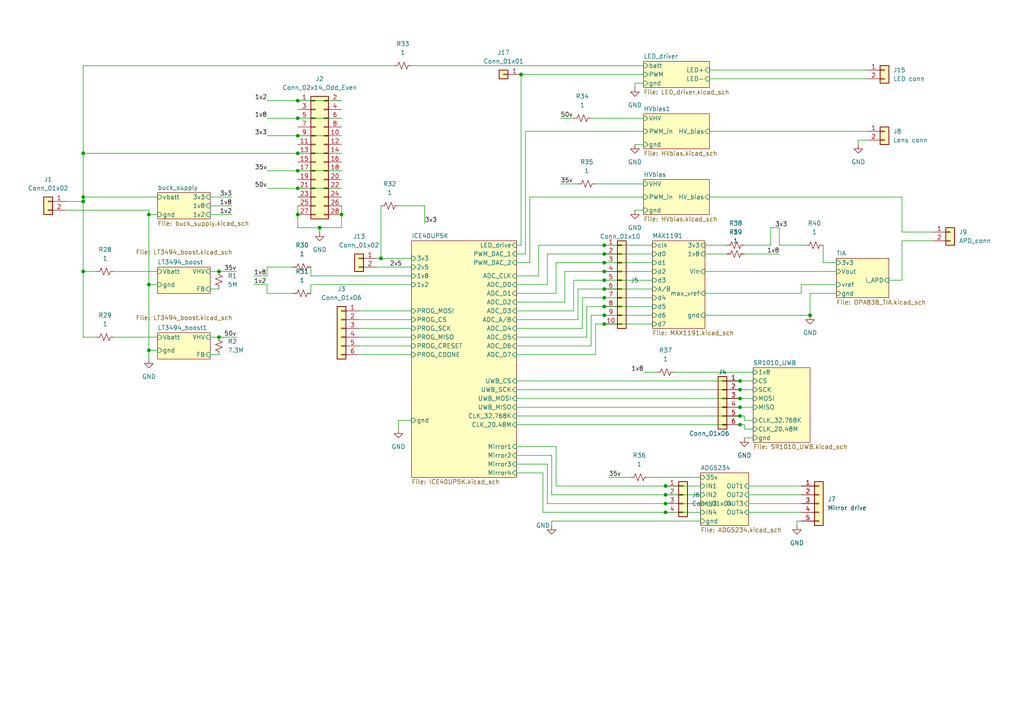
<source format=kicad_sch>
(kicad_sch (version 20211123) (generator eeschema)

  (uuid e63e39d7-6ac0-4ffd-8aa3-1841a4541b55)

  (paper "A4")

  (lib_symbols
    (symbol "Connector_Generic:Conn_01x01" (pin_names (offset 1.016) hide) (in_bom yes) (on_board yes)
      (property "Reference" "J" (id 0) (at 0 2.54 0)
        (effects (font (size 1.27 1.27)))
      )
      (property "Value" "Conn_01x01" (id 1) (at 0 -2.54 0)
        (effects (font (size 1.27 1.27)))
      )
      (property "Footprint" "" (id 2) (at 0 0 0)
        (effects (font (size 1.27 1.27)) hide)
      )
      (property "Datasheet" "~" (id 3) (at 0 0 0)
        (effects (font (size 1.27 1.27)) hide)
      )
      (property "ki_keywords" "connector" (id 4) (at 0 0 0)
        (effects (font (size 1.27 1.27)) hide)
      )
      (property "ki_description" "Generic connector, single row, 01x01, script generated (kicad-library-utils/schlib/autogen/connector/)" (id 5) (at 0 0 0)
        (effects (font (size 1.27 1.27)) hide)
      )
      (property "ki_fp_filters" "Connector*:*_1x??_*" (id 6) (at 0 0 0)
        (effects (font (size 1.27 1.27)) hide)
      )
      (symbol "Conn_01x01_1_1"
        (rectangle (start -1.27 0.127) (end 0 -0.127)
          (stroke (width 0.1524) (type default) (color 0 0 0 0))
          (fill (type none))
        )
        (rectangle (start -1.27 1.27) (end 1.27 -1.27)
          (stroke (width 0.254) (type default) (color 0 0 0 0))
          (fill (type background))
        )
        (pin passive line (at -5.08 0 0) (length 3.81)
          (name "Pin_1" (effects (font (size 1.27 1.27))))
          (number "1" (effects (font (size 1.27 1.27))))
        )
      )
    )
    (symbol "Connector_Generic:Conn_01x02" (pin_names (offset 1.016) hide) (in_bom yes) (on_board yes)
      (property "Reference" "J" (id 0) (at 0 2.54 0)
        (effects (font (size 1.27 1.27)))
      )
      (property "Value" "Conn_01x02" (id 1) (at 0 -5.08 0)
        (effects (font (size 1.27 1.27)))
      )
      (property "Footprint" "" (id 2) (at 0 0 0)
        (effects (font (size 1.27 1.27)) hide)
      )
      (property "Datasheet" "~" (id 3) (at 0 0 0)
        (effects (font (size 1.27 1.27)) hide)
      )
      (property "ki_keywords" "connector" (id 4) (at 0 0 0)
        (effects (font (size 1.27 1.27)) hide)
      )
      (property "ki_description" "Generic connector, single row, 01x02, script generated (kicad-library-utils/schlib/autogen/connector/)" (id 5) (at 0 0 0)
        (effects (font (size 1.27 1.27)) hide)
      )
      (property "ki_fp_filters" "Connector*:*_1x??_*" (id 6) (at 0 0 0)
        (effects (font (size 1.27 1.27)) hide)
      )
      (symbol "Conn_01x02_1_1"
        (rectangle (start -1.27 -2.413) (end 0 -2.667)
          (stroke (width 0.1524) (type default) (color 0 0 0 0))
          (fill (type none))
        )
        (rectangle (start -1.27 0.127) (end 0 -0.127)
          (stroke (width 0.1524) (type default) (color 0 0 0 0))
          (fill (type none))
        )
        (rectangle (start -1.27 1.27) (end 1.27 -3.81)
          (stroke (width 0.254) (type default) (color 0 0 0 0))
          (fill (type background))
        )
        (pin passive line (at -5.08 0 0) (length 3.81)
          (name "Pin_1" (effects (font (size 1.27 1.27))))
          (number "1" (effects (font (size 1.27 1.27))))
        )
        (pin passive line (at -5.08 -2.54 0) (length 3.81)
          (name "Pin_2" (effects (font (size 1.27 1.27))))
          (number "2" (effects (font (size 1.27 1.27))))
        )
      )
    )
    (symbol "Connector_Generic:Conn_01x04" (pin_names (offset 1.016) hide) (in_bom yes) (on_board yes)
      (property "Reference" "J" (id 0) (at 0 5.08 0)
        (effects (font (size 1.27 1.27)))
      )
      (property "Value" "Conn_01x04" (id 1) (at 0 -7.62 0)
        (effects (font (size 1.27 1.27)))
      )
      (property "Footprint" "" (id 2) (at 0 0 0)
        (effects (font (size 1.27 1.27)) hide)
      )
      (property "Datasheet" "~" (id 3) (at 0 0 0)
        (effects (font (size 1.27 1.27)) hide)
      )
      (property "ki_keywords" "connector" (id 4) (at 0 0 0)
        (effects (font (size 1.27 1.27)) hide)
      )
      (property "ki_description" "Generic connector, single row, 01x04, script generated (kicad-library-utils/schlib/autogen/connector/)" (id 5) (at 0 0 0)
        (effects (font (size 1.27 1.27)) hide)
      )
      (property "ki_fp_filters" "Connector*:*_1x??_*" (id 6) (at 0 0 0)
        (effects (font (size 1.27 1.27)) hide)
      )
      (symbol "Conn_01x04_1_1"
        (rectangle (start -1.27 -4.953) (end 0 -5.207)
          (stroke (width 0.1524) (type default) (color 0 0 0 0))
          (fill (type none))
        )
        (rectangle (start -1.27 -2.413) (end 0 -2.667)
          (stroke (width 0.1524) (type default) (color 0 0 0 0))
          (fill (type none))
        )
        (rectangle (start -1.27 0.127) (end 0 -0.127)
          (stroke (width 0.1524) (type default) (color 0 0 0 0))
          (fill (type none))
        )
        (rectangle (start -1.27 2.667) (end 0 2.413)
          (stroke (width 0.1524) (type default) (color 0 0 0 0))
          (fill (type none))
        )
        (rectangle (start -1.27 3.81) (end 1.27 -6.35)
          (stroke (width 0.254) (type default) (color 0 0 0 0))
          (fill (type background))
        )
        (pin passive line (at -5.08 2.54 0) (length 3.81)
          (name "Pin_1" (effects (font (size 1.27 1.27))))
          (number "1" (effects (font (size 1.27 1.27))))
        )
        (pin passive line (at -5.08 0 0) (length 3.81)
          (name "Pin_2" (effects (font (size 1.27 1.27))))
          (number "2" (effects (font (size 1.27 1.27))))
        )
        (pin passive line (at -5.08 -2.54 0) (length 3.81)
          (name "Pin_3" (effects (font (size 1.27 1.27))))
          (number "3" (effects (font (size 1.27 1.27))))
        )
        (pin passive line (at -5.08 -5.08 0) (length 3.81)
          (name "Pin_4" (effects (font (size 1.27 1.27))))
          (number "4" (effects (font (size 1.27 1.27))))
        )
      )
    )
    (symbol "Connector_Generic:Conn_01x05" (pin_names (offset 1.016) hide) (in_bom yes) (on_board yes)
      (property "Reference" "J" (id 0) (at 0 7.62 0)
        (effects (font (size 1.27 1.27)))
      )
      (property "Value" "Conn_01x05" (id 1) (at 0 -7.62 0)
        (effects (font (size 1.27 1.27)))
      )
      (property "Footprint" "" (id 2) (at 0 0 0)
        (effects (font (size 1.27 1.27)) hide)
      )
      (property "Datasheet" "~" (id 3) (at 0 0 0)
        (effects (font (size 1.27 1.27)) hide)
      )
      (property "ki_keywords" "connector" (id 4) (at 0 0 0)
        (effects (font (size 1.27 1.27)) hide)
      )
      (property "ki_description" "Generic connector, single row, 01x05, script generated (kicad-library-utils/schlib/autogen/connector/)" (id 5) (at 0 0 0)
        (effects (font (size 1.27 1.27)) hide)
      )
      (property "ki_fp_filters" "Connector*:*_1x??_*" (id 6) (at 0 0 0)
        (effects (font (size 1.27 1.27)) hide)
      )
      (symbol "Conn_01x05_1_1"
        (rectangle (start -1.27 -4.953) (end 0 -5.207)
          (stroke (width 0.1524) (type default) (color 0 0 0 0))
          (fill (type none))
        )
        (rectangle (start -1.27 -2.413) (end 0 -2.667)
          (stroke (width 0.1524) (type default) (color 0 0 0 0))
          (fill (type none))
        )
        (rectangle (start -1.27 0.127) (end 0 -0.127)
          (stroke (width 0.1524) (type default) (color 0 0 0 0))
          (fill (type none))
        )
        (rectangle (start -1.27 2.667) (end 0 2.413)
          (stroke (width 0.1524) (type default) (color 0 0 0 0))
          (fill (type none))
        )
        (rectangle (start -1.27 5.207) (end 0 4.953)
          (stroke (width 0.1524) (type default) (color 0 0 0 0))
          (fill (type none))
        )
        (rectangle (start -1.27 6.35) (end 1.27 -6.35)
          (stroke (width 0.254) (type default) (color 0 0 0 0))
          (fill (type background))
        )
        (pin passive line (at -5.08 5.08 0) (length 3.81)
          (name "Pin_1" (effects (font (size 1.27 1.27))))
          (number "1" (effects (font (size 1.27 1.27))))
        )
        (pin passive line (at -5.08 2.54 0) (length 3.81)
          (name "Pin_2" (effects (font (size 1.27 1.27))))
          (number "2" (effects (font (size 1.27 1.27))))
        )
        (pin passive line (at -5.08 0 0) (length 3.81)
          (name "Pin_3" (effects (font (size 1.27 1.27))))
          (number "3" (effects (font (size 1.27 1.27))))
        )
        (pin passive line (at -5.08 -2.54 0) (length 3.81)
          (name "Pin_4" (effects (font (size 1.27 1.27))))
          (number "4" (effects (font (size 1.27 1.27))))
        )
        (pin passive line (at -5.08 -5.08 0) (length 3.81)
          (name "Pin_5" (effects (font (size 1.27 1.27))))
          (number "5" (effects (font (size 1.27 1.27))))
        )
      )
    )
    (symbol "Connector_Generic:Conn_01x06" (pin_names (offset 1.016) hide) (in_bom yes) (on_board yes)
      (property "Reference" "J" (id 0) (at 0 7.62 0)
        (effects (font (size 1.27 1.27)))
      )
      (property "Value" "Conn_01x06" (id 1) (at 0 -10.16 0)
        (effects (font (size 1.27 1.27)))
      )
      (property "Footprint" "" (id 2) (at 0 0 0)
        (effects (font (size 1.27 1.27)) hide)
      )
      (property "Datasheet" "~" (id 3) (at 0 0 0)
        (effects (font (size 1.27 1.27)) hide)
      )
      (property "ki_keywords" "connector" (id 4) (at 0 0 0)
        (effects (font (size 1.27 1.27)) hide)
      )
      (property "ki_description" "Generic connector, single row, 01x06, script generated (kicad-library-utils/schlib/autogen/connector/)" (id 5) (at 0 0 0)
        (effects (font (size 1.27 1.27)) hide)
      )
      (property "ki_fp_filters" "Connector*:*_1x??_*" (id 6) (at 0 0 0)
        (effects (font (size 1.27 1.27)) hide)
      )
      (symbol "Conn_01x06_1_1"
        (rectangle (start -1.27 -7.493) (end 0 -7.747)
          (stroke (width 0.1524) (type default) (color 0 0 0 0))
          (fill (type none))
        )
        (rectangle (start -1.27 -4.953) (end 0 -5.207)
          (stroke (width 0.1524) (type default) (color 0 0 0 0))
          (fill (type none))
        )
        (rectangle (start -1.27 -2.413) (end 0 -2.667)
          (stroke (width 0.1524) (type default) (color 0 0 0 0))
          (fill (type none))
        )
        (rectangle (start -1.27 0.127) (end 0 -0.127)
          (stroke (width 0.1524) (type default) (color 0 0 0 0))
          (fill (type none))
        )
        (rectangle (start -1.27 2.667) (end 0 2.413)
          (stroke (width 0.1524) (type default) (color 0 0 0 0))
          (fill (type none))
        )
        (rectangle (start -1.27 5.207) (end 0 4.953)
          (stroke (width 0.1524) (type default) (color 0 0 0 0))
          (fill (type none))
        )
        (rectangle (start -1.27 6.35) (end 1.27 -8.89)
          (stroke (width 0.254) (type default) (color 0 0 0 0))
          (fill (type background))
        )
        (pin passive line (at -5.08 5.08 0) (length 3.81)
          (name "Pin_1" (effects (font (size 1.27 1.27))))
          (number "1" (effects (font (size 1.27 1.27))))
        )
        (pin passive line (at -5.08 2.54 0) (length 3.81)
          (name "Pin_2" (effects (font (size 1.27 1.27))))
          (number "2" (effects (font (size 1.27 1.27))))
        )
        (pin passive line (at -5.08 0 0) (length 3.81)
          (name "Pin_3" (effects (font (size 1.27 1.27))))
          (number "3" (effects (font (size 1.27 1.27))))
        )
        (pin passive line (at -5.08 -2.54 0) (length 3.81)
          (name "Pin_4" (effects (font (size 1.27 1.27))))
          (number "4" (effects (font (size 1.27 1.27))))
        )
        (pin passive line (at -5.08 -5.08 0) (length 3.81)
          (name "Pin_5" (effects (font (size 1.27 1.27))))
          (number "5" (effects (font (size 1.27 1.27))))
        )
        (pin passive line (at -5.08 -7.62 0) (length 3.81)
          (name "Pin_6" (effects (font (size 1.27 1.27))))
          (number "6" (effects (font (size 1.27 1.27))))
        )
      )
    )
    (symbol "Connector_Generic:Conn_01x10" (pin_names (offset 1.016) hide) (in_bom yes) (on_board yes)
      (property "Reference" "J" (id 0) (at 0 12.7 0)
        (effects (font (size 1.27 1.27)))
      )
      (property "Value" "Conn_01x10" (id 1) (at 0 -15.24 0)
        (effects (font (size 1.27 1.27)))
      )
      (property "Footprint" "" (id 2) (at 0 0 0)
        (effects (font (size 1.27 1.27)) hide)
      )
      (property "Datasheet" "~" (id 3) (at 0 0 0)
        (effects (font (size 1.27 1.27)) hide)
      )
      (property "ki_keywords" "connector" (id 4) (at 0 0 0)
        (effects (font (size 1.27 1.27)) hide)
      )
      (property "ki_description" "Generic connector, single row, 01x10, script generated (kicad-library-utils/schlib/autogen/connector/)" (id 5) (at 0 0 0)
        (effects (font (size 1.27 1.27)) hide)
      )
      (property "ki_fp_filters" "Connector*:*_1x??_*" (id 6) (at 0 0 0)
        (effects (font (size 1.27 1.27)) hide)
      )
      (symbol "Conn_01x10_1_1"
        (rectangle (start -1.27 -12.573) (end 0 -12.827)
          (stroke (width 0.1524) (type default) (color 0 0 0 0))
          (fill (type none))
        )
        (rectangle (start -1.27 -10.033) (end 0 -10.287)
          (stroke (width 0.1524) (type default) (color 0 0 0 0))
          (fill (type none))
        )
        (rectangle (start -1.27 -7.493) (end 0 -7.747)
          (stroke (width 0.1524) (type default) (color 0 0 0 0))
          (fill (type none))
        )
        (rectangle (start -1.27 -4.953) (end 0 -5.207)
          (stroke (width 0.1524) (type default) (color 0 0 0 0))
          (fill (type none))
        )
        (rectangle (start -1.27 -2.413) (end 0 -2.667)
          (stroke (width 0.1524) (type default) (color 0 0 0 0))
          (fill (type none))
        )
        (rectangle (start -1.27 0.127) (end 0 -0.127)
          (stroke (width 0.1524) (type default) (color 0 0 0 0))
          (fill (type none))
        )
        (rectangle (start -1.27 2.667) (end 0 2.413)
          (stroke (width 0.1524) (type default) (color 0 0 0 0))
          (fill (type none))
        )
        (rectangle (start -1.27 5.207) (end 0 4.953)
          (stroke (width 0.1524) (type default) (color 0 0 0 0))
          (fill (type none))
        )
        (rectangle (start -1.27 7.747) (end 0 7.493)
          (stroke (width 0.1524) (type default) (color 0 0 0 0))
          (fill (type none))
        )
        (rectangle (start -1.27 10.287) (end 0 10.033)
          (stroke (width 0.1524) (type default) (color 0 0 0 0))
          (fill (type none))
        )
        (rectangle (start -1.27 11.43) (end 1.27 -13.97)
          (stroke (width 0.254) (type default) (color 0 0 0 0))
          (fill (type background))
        )
        (pin passive line (at -5.08 10.16 0) (length 3.81)
          (name "Pin_1" (effects (font (size 1.27 1.27))))
          (number "1" (effects (font (size 1.27 1.27))))
        )
        (pin passive line (at -5.08 -12.7 0) (length 3.81)
          (name "Pin_10" (effects (font (size 1.27 1.27))))
          (number "10" (effects (font (size 1.27 1.27))))
        )
        (pin passive line (at -5.08 7.62 0) (length 3.81)
          (name "Pin_2" (effects (font (size 1.27 1.27))))
          (number "2" (effects (font (size 1.27 1.27))))
        )
        (pin passive line (at -5.08 5.08 0) (length 3.81)
          (name "Pin_3" (effects (font (size 1.27 1.27))))
          (number "3" (effects (font (size 1.27 1.27))))
        )
        (pin passive line (at -5.08 2.54 0) (length 3.81)
          (name "Pin_4" (effects (font (size 1.27 1.27))))
          (number "4" (effects (font (size 1.27 1.27))))
        )
        (pin passive line (at -5.08 0 0) (length 3.81)
          (name "Pin_5" (effects (font (size 1.27 1.27))))
          (number "5" (effects (font (size 1.27 1.27))))
        )
        (pin passive line (at -5.08 -2.54 0) (length 3.81)
          (name "Pin_6" (effects (font (size 1.27 1.27))))
          (number "6" (effects (font (size 1.27 1.27))))
        )
        (pin passive line (at -5.08 -5.08 0) (length 3.81)
          (name "Pin_7" (effects (font (size 1.27 1.27))))
          (number "7" (effects (font (size 1.27 1.27))))
        )
        (pin passive line (at -5.08 -7.62 0) (length 3.81)
          (name "Pin_8" (effects (font (size 1.27 1.27))))
          (number "8" (effects (font (size 1.27 1.27))))
        )
        (pin passive line (at -5.08 -10.16 0) (length 3.81)
          (name "Pin_9" (effects (font (size 1.27 1.27))))
          (number "9" (effects (font (size 1.27 1.27))))
        )
      )
    )
    (symbol "Connector_Generic:Conn_02x14_Odd_Even" (pin_names (offset 1.016) hide) (in_bom yes) (on_board yes)
      (property "Reference" "J" (id 0) (at 1.27 17.78 0)
        (effects (font (size 1.27 1.27)))
      )
      (property "Value" "Conn_02x14_Odd_Even" (id 1) (at 1.27 -20.32 0)
        (effects (font (size 1.27 1.27)))
      )
      (property "Footprint" "" (id 2) (at 0 0 0)
        (effects (font (size 1.27 1.27)) hide)
      )
      (property "Datasheet" "~" (id 3) (at 0 0 0)
        (effects (font (size 1.27 1.27)) hide)
      )
      (property "ki_keywords" "connector" (id 4) (at 0 0 0)
        (effects (font (size 1.27 1.27)) hide)
      )
      (property "ki_description" "Generic connector, double row, 02x14, odd/even pin numbering scheme (row 1 odd numbers, row 2 even numbers), script generated (kicad-library-utils/schlib/autogen/connector/)" (id 5) (at 0 0 0)
        (effects (font (size 1.27 1.27)) hide)
      )
      (property "ki_fp_filters" "Connector*:*_2x??_*" (id 6) (at 0 0 0)
        (effects (font (size 1.27 1.27)) hide)
      )
      (symbol "Conn_02x14_Odd_Even_1_1"
        (rectangle (start -1.27 -17.653) (end 0 -17.907)
          (stroke (width 0.1524) (type default) (color 0 0 0 0))
          (fill (type none))
        )
        (rectangle (start -1.27 -15.113) (end 0 -15.367)
          (stroke (width 0.1524) (type default) (color 0 0 0 0))
          (fill (type none))
        )
        (rectangle (start -1.27 -12.573) (end 0 -12.827)
          (stroke (width 0.1524) (type default) (color 0 0 0 0))
          (fill (type none))
        )
        (rectangle (start -1.27 -10.033) (end 0 -10.287)
          (stroke (width 0.1524) (type default) (color 0 0 0 0))
          (fill (type none))
        )
        (rectangle (start -1.27 -7.493) (end 0 -7.747)
          (stroke (width 0.1524) (type default) (color 0 0 0 0))
          (fill (type none))
        )
        (rectangle (start -1.27 -4.953) (end 0 -5.207)
          (stroke (width 0.1524) (type default) (color 0 0 0 0))
          (fill (type none))
        )
        (rectangle (start -1.27 -2.413) (end 0 -2.667)
          (stroke (width 0.1524) (type default) (color 0 0 0 0))
          (fill (type none))
        )
        (rectangle (start -1.27 0.127) (end 0 -0.127)
          (stroke (width 0.1524) (type default) (color 0 0 0 0))
          (fill (type none))
        )
        (rectangle (start -1.27 2.667) (end 0 2.413)
          (stroke (width 0.1524) (type default) (color 0 0 0 0))
          (fill (type none))
        )
        (rectangle (start -1.27 5.207) (end 0 4.953)
          (stroke (width 0.1524) (type default) (color 0 0 0 0))
          (fill (type none))
        )
        (rectangle (start -1.27 7.747) (end 0 7.493)
          (stroke (width 0.1524) (type default) (color 0 0 0 0))
          (fill (type none))
        )
        (rectangle (start -1.27 10.287) (end 0 10.033)
          (stroke (width 0.1524) (type default) (color 0 0 0 0))
          (fill (type none))
        )
        (rectangle (start -1.27 12.827) (end 0 12.573)
          (stroke (width 0.1524) (type default) (color 0 0 0 0))
          (fill (type none))
        )
        (rectangle (start -1.27 15.367) (end 0 15.113)
          (stroke (width 0.1524) (type default) (color 0 0 0 0))
          (fill (type none))
        )
        (rectangle (start -1.27 16.51) (end 3.81 -19.05)
          (stroke (width 0.254) (type default) (color 0 0 0 0))
          (fill (type background))
        )
        (rectangle (start 3.81 -17.653) (end 2.54 -17.907)
          (stroke (width 0.1524) (type default) (color 0 0 0 0))
          (fill (type none))
        )
        (rectangle (start 3.81 -15.113) (end 2.54 -15.367)
          (stroke (width 0.1524) (type default) (color 0 0 0 0))
          (fill (type none))
        )
        (rectangle (start 3.81 -12.573) (end 2.54 -12.827)
          (stroke (width 0.1524) (type default) (color 0 0 0 0))
          (fill (type none))
        )
        (rectangle (start 3.81 -10.033) (end 2.54 -10.287)
          (stroke (width 0.1524) (type default) (color 0 0 0 0))
          (fill (type none))
        )
        (rectangle (start 3.81 -7.493) (end 2.54 -7.747)
          (stroke (width 0.1524) (type default) (color 0 0 0 0))
          (fill (type none))
        )
        (rectangle (start 3.81 -4.953) (end 2.54 -5.207)
          (stroke (width 0.1524) (type default) (color 0 0 0 0))
          (fill (type none))
        )
        (rectangle (start 3.81 -2.413) (end 2.54 -2.667)
          (stroke (width 0.1524) (type default) (color 0 0 0 0))
          (fill (type none))
        )
        (rectangle (start 3.81 0.127) (end 2.54 -0.127)
          (stroke (width 0.1524) (type default) (color 0 0 0 0))
          (fill (type none))
        )
        (rectangle (start 3.81 2.667) (end 2.54 2.413)
          (stroke (width 0.1524) (type default) (color 0 0 0 0))
          (fill (type none))
        )
        (rectangle (start 3.81 5.207) (end 2.54 4.953)
          (stroke (width 0.1524) (type default) (color 0 0 0 0))
          (fill (type none))
        )
        (rectangle (start 3.81 7.747) (end 2.54 7.493)
          (stroke (width 0.1524) (type default) (color 0 0 0 0))
          (fill (type none))
        )
        (rectangle (start 3.81 10.287) (end 2.54 10.033)
          (stroke (width 0.1524) (type default) (color 0 0 0 0))
          (fill (type none))
        )
        (rectangle (start 3.81 12.827) (end 2.54 12.573)
          (stroke (width 0.1524) (type default) (color 0 0 0 0))
          (fill (type none))
        )
        (rectangle (start 3.81 15.367) (end 2.54 15.113)
          (stroke (width 0.1524) (type default) (color 0 0 0 0))
          (fill (type none))
        )
        (pin passive line (at -5.08 15.24 0) (length 3.81)
          (name "Pin_1" (effects (font (size 1.27 1.27))))
          (number "1" (effects (font (size 1.27 1.27))))
        )
        (pin passive line (at 7.62 5.08 180) (length 3.81)
          (name "Pin_10" (effects (font (size 1.27 1.27))))
          (number "10" (effects (font (size 1.27 1.27))))
        )
        (pin passive line (at -5.08 2.54 0) (length 3.81)
          (name "Pin_11" (effects (font (size 1.27 1.27))))
          (number "11" (effects (font (size 1.27 1.27))))
        )
        (pin passive line (at 7.62 2.54 180) (length 3.81)
          (name "Pin_12" (effects (font (size 1.27 1.27))))
          (number "12" (effects (font (size 1.27 1.27))))
        )
        (pin passive line (at -5.08 0 0) (length 3.81)
          (name "Pin_13" (effects (font (size 1.27 1.27))))
          (number "13" (effects (font (size 1.27 1.27))))
        )
        (pin passive line (at 7.62 0 180) (length 3.81)
          (name "Pin_14" (effects (font (size 1.27 1.27))))
          (number "14" (effects (font (size 1.27 1.27))))
        )
        (pin passive line (at -5.08 -2.54 0) (length 3.81)
          (name "Pin_15" (effects (font (size 1.27 1.27))))
          (number "15" (effects (font (size 1.27 1.27))))
        )
        (pin passive line (at 7.62 -2.54 180) (length 3.81)
          (name "Pin_16" (effects (font (size 1.27 1.27))))
          (number "16" (effects (font (size 1.27 1.27))))
        )
        (pin passive line (at -5.08 -5.08 0) (length 3.81)
          (name "Pin_17" (effects (font (size 1.27 1.27))))
          (number "17" (effects (font (size 1.27 1.27))))
        )
        (pin passive line (at 7.62 -5.08 180) (length 3.81)
          (name "Pin_18" (effects (font (size 1.27 1.27))))
          (number "18" (effects (font (size 1.27 1.27))))
        )
        (pin passive line (at -5.08 -7.62 0) (length 3.81)
          (name "Pin_19" (effects (font (size 1.27 1.27))))
          (number "19" (effects (font (size 1.27 1.27))))
        )
        (pin passive line (at 7.62 15.24 180) (length 3.81)
          (name "Pin_2" (effects (font (size 1.27 1.27))))
          (number "2" (effects (font (size 1.27 1.27))))
        )
        (pin passive line (at 7.62 -7.62 180) (length 3.81)
          (name "Pin_20" (effects (font (size 1.27 1.27))))
          (number "20" (effects (font (size 1.27 1.27))))
        )
        (pin passive line (at -5.08 -10.16 0) (length 3.81)
          (name "Pin_21" (effects (font (size 1.27 1.27))))
          (number "21" (effects (font (size 1.27 1.27))))
        )
        (pin passive line (at 7.62 -10.16 180) (length 3.81)
          (name "Pin_22" (effects (font (size 1.27 1.27))))
          (number "22" (effects (font (size 1.27 1.27))))
        )
        (pin passive line (at -5.08 -12.7 0) (length 3.81)
          (name "Pin_23" (effects (font (size 1.27 1.27))))
          (number "23" (effects (font (size 1.27 1.27))))
        )
        (pin passive line (at 7.62 -12.7 180) (length 3.81)
          (name "Pin_24" (effects (font (size 1.27 1.27))))
          (number "24" (effects (font (size 1.27 1.27))))
        )
        (pin passive line (at -5.08 -15.24 0) (length 3.81)
          (name "Pin_25" (effects (font (size 1.27 1.27))))
          (number "25" (effects (font (size 1.27 1.27))))
        )
        (pin passive line (at 7.62 -15.24 180) (length 3.81)
          (name "Pin_26" (effects (font (size 1.27 1.27))))
          (number "26" (effects (font (size 1.27 1.27))))
        )
        (pin passive line (at -5.08 -17.78 0) (length 3.81)
          (name "Pin_27" (effects (font (size 1.27 1.27))))
          (number "27" (effects (font (size 1.27 1.27))))
        )
        (pin passive line (at 7.62 -17.78 180) (length 3.81)
          (name "Pin_28" (effects (font (size 1.27 1.27))))
          (number "28" (effects (font (size 1.27 1.27))))
        )
        (pin passive line (at -5.08 12.7 0) (length 3.81)
          (name "Pin_3" (effects (font (size 1.27 1.27))))
          (number "3" (effects (font (size 1.27 1.27))))
        )
        (pin passive line (at 7.62 12.7 180) (length 3.81)
          (name "Pin_4" (effects (font (size 1.27 1.27))))
          (number "4" (effects (font (size 1.27 1.27))))
        )
        (pin passive line (at -5.08 10.16 0) (length 3.81)
          (name "Pin_5" (effects (font (size 1.27 1.27))))
          (number "5" (effects (font (size 1.27 1.27))))
        )
        (pin passive line (at 7.62 10.16 180) (length 3.81)
          (name "Pin_6" (effects (font (size 1.27 1.27))))
          (number "6" (effects (font (size 1.27 1.27))))
        )
        (pin passive line (at -5.08 7.62 0) (length 3.81)
          (name "Pin_7" (effects (font (size 1.27 1.27))))
          (number "7" (effects (font (size 1.27 1.27))))
        )
        (pin passive line (at 7.62 7.62 180) (length 3.81)
          (name "Pin_8" (effects (font (size 1.27 1.27))))
          (number "8" (effects (font (size 1.27 1.27))))
        )
        (pin passive line (at -5.08 5.08 0) (length 3.81)
          (name "Pin_9" (effects (font (size 1.27 1.27))))
          (number "9" (effects (font (size 1.27 1.27))))
        )
      )
    )
    (symbol "Device:R_Small_US" (pin_numbers hide) (pin_names (offset 0.254) hide) (in_bom yes) (on_board yes)
      (property "Reference" "R" (id 0) (at 0.762 0.508 0)
        (effects (font (size 1.27 1.27)) (justify left))
      )
      (property "Value" "R_Small_US" (id 1) (at 0.762 -1.016 0)
        (effects (font (size 1.27 1.27)) (justify left))
      )
      (property "Footprint" "" (id 2) (at 0 0 0)
        (effects (font (size 1.27 1.27)) hide)
      )
      (property "Datasheet" "~" (id 3) (at 0 0 0)
        (effects (font (size 1.27 1.27)) hide)
      )
      (property "ki_keywords" "r resistor" (id 4) (at 0 0 0)
        (effects (font (size 1.27 1.27)) hide)
      )
      (property "ki_description" "Resistor, small US symbol" (id 5) (at 0 0 0)
        (effects (font (size 1.27 1.27)) hide)
      )
      (property "ki_fp_filters" "R_*" (id 6) (at 0 0 0)
        (effects (font (size 1.27 1.27)) hide)
      )
      (symbol "R_Small_US_1_1"
        (polyline
          (pts
            (xy 0 0)
            (xy 1.016 -0.381)
            (xy 0 -0.762)
            (xy -1.016 -1.143)
            (xy 0 -1.524)
          )
          (stroke (width 0) (type default) (color 0 0 0 0))
          (fill (type none))
        )
        (polyline
          (pts
            (xy 0 1.524)
            (xy 1.016 1.143)
            (xy 0 0.762)
            (xy -1.016 0.381)
            (xy 0 0)
          )
          (stroke (width 0) (type default) (color 0 0 0 0))
          (fill (type none))
        )
        (pin passive line (at 0 2.54 270) (length 1.016)
          (name "~" (effects (font (size 1.27 1.27))))
          (number "1" (effects (font (size 1.27 1.27))))
        )
        (pin passive line (at 0 -2.54 90) (length 1.016)
          (name "~" (effects (font (size 1.27 1.27))))
          (number "2" (effects (font (size 1.27 1.27))))
        )
      )
    )
    (symbol "power:GND" (power) (pin_names (offset 0)) (in_bom yes) (on_board yes)
      (property "Reference" "#PWR" (id 0) (at 0 -6.35 0)
        (effects (font (size 1.27 1.27)) hide)
      )
      (property "Value" "GND" (id 1) (at 0 -3.81 0)
        (effects (font (size 1.27 1.27)))
      )
      (property "Footprint" "" (id 2) (at 0 0 0)
        (effects (font (size 1.27 1.27)) hide)
      )
      (property "Datasheet" "" (id 3) (at 0 0 0)
        (effects (font (size 1.27 1.27)) hide)
      )
      (property "ki_keywords" "power-flag" (id 4) (at 0 0 0)
        (effects (font (size 1.27 1.27)) hide)
      )
      (property "ki_description" "Power symbol creates a global label with name \"GND\" , ground" (id 5) (at 0 0 0)
        (effects (font (size 1.27 1.27)) hide)
      )
      (symbol "GND_0_1"
        (polyline
          (pts
            (xy 0 0)
            (xy 0 -1.27)
            (xy 1.27 -1.27)
            (xy 0 -2.54)
            (xy -1.27 -1.27)
            (xy 0 -1.27)
          )
          (stroke (width 0) (type default) (color 0 0 0 0))
          (fill (type none))
        )
      )
      (symbol "GND_1_1"
        (pin power_in line (at 0 0 270) (length 0) hide
          (name "GND" (effects (font (size 1.27 1.27))))
          (number "1" (effects (font (size 1.27 1.27))))
        )
      )
    )
  )

  (junction (at 175.26 93.98) (diameter 0) (color 0 0 0 0)
    (uuid 05e03e38-a98e-4e34-b7b7-4b38a29a714e)
  )
  (junction (at 110.49 74.93) (diameter 0) (color 0 0 0 0)
    (uuid 097e04ce-2507-42dc-9ffe-f56ee3f1ce51)
  )
  (junction (at 175.26 91.44) (diameter 0) (color 0 0 0 0)
    (uuid 0ae08582-466e-429b-a75e-dd2defdcf77f)
  )
  (junction (at 214.63 110.49) (diameter 0) (color 0 0 0 0)
    (uuid 0b9576b6-c182-4650-847b-9e20dc76c603)
  )
  (junction (at 151.13 21.59) (diameter 0) (color 0 0 0 0)
    (uuid 189a5551-960b-4d93-891e-8991f04b9ca3)
  )
  (junction (at 86.36 62.23) (diameter 0) (color 0 0 0 0)
    (uuid 1c7dba94-ffee-41ea-8828-0a2288e763ac)
  )
  (junction (at 175.26 76.2) (diameter 0) (color 0 0 0 0)
    (uuid 38c60368-0228-43a1-8f15-31743f3b3ecc)
  )
  (junction (at 86.36 29.21) (diameter 0) (color 0 0 0 0)
    (uuid 394fe844-59cc-446f-b82f-7cc6a1fa7536)
  )
  (junction (at 86.36 34.29) (diameter 0) (color 0 0 0 0)
    (uuid 3f5e02f9-3800-4228-ac8a-204faf31fa76)
  )
  (junction (at 24.13 78.74) (diameter 0) (color 0 0 0 0)
    (uuid 40f07c25-23b8-4d9d-8e65-8208be1d4cae)
  )
  (junction (at 43.18 62.23) (diameter 0) (color 0 0 0 0)
    (uuid 5cd1256c-c525-4791-b8ed-b61bff86f4b4)
  )
  (junction (at 214.63 118.11) (diameter 0) (color 0 0 0 0)
    (uuid 618c44e4-5a03-4494-bc82-d317d0801d27)
  )
  (junction (at 175.26 71.12) (diameter 0) (color 0 0 0 0)
    (uuid 6398e91d-9daa-45f0-9a2f-126b65961bd4)
  )
  (junction (at 24.13 44.45) (diameter 0) (color 0 0 0 0)
    (uuid 644e1017-f1ce-4bc1-b763-403c1356ab2f)
  )
  (junction (at 92.71 66.04) (diameter 0) (color 0 0 0 0)
    (uuid 66327da1-7bf1-41db-8be0-a6697d0de506)
  )
  (junction (at 24.13 57.15) (diameter 0) (color 0 0 0 0)
    (uuid 67226e44-40ee-49d8-83b6-9babb14b59a0)
  )
  (junction (at 214.63 120.65) (diameter 0) (color 0 0 0 0)
    (uuid 6a2d77d0-86ba-491e-b051-637b6ebb1c62)
  )
  (junction (at 193.04 140.97) (diameter 0) (color 0 0 0 0)
    (uuid 6eb69655-8db8-48f4-9bf7-2732a54e0655)
  )
  (junction (at 24.13 58.42) (diameter 0) (color 0 0 0 0)
    (uuid 8660841f-05bf-4005-9520-f9129950bc1f)
  )
  (junction (at 214.63 123.19) (diameter 0) (color 0 0 0 0)
    (uuid 90009f1d-214c-4cd1-8310-6031af1dfaef)
  )
  (junction (at 175.26 83.82) (diameter 0) (color 0 0 0 0)
    (uuid 90923284-f142-43cc-be9d-2c7bc9944203)
  )
  (junction (at 175.26 81.28) (diameter 0) (color 0 0 0 0)
    (uuid 9bbe8179-fa9f-45c4-94b5-b493859c8b04)
  )
  (junction (at 86.36 39.37) (diameter 0) (color 0 0 0 0)
    (uuid a0abb5fd-5202-4278-8ec7-d95cfab53b75)
  )
  (junction (at 193.04 148.59) (diameter 0) (color 0 0 0 0)
    (uuid a3928900-84ec-4cd3-95c0-84b9c07a5e7b)
  )
  (junction (at 86.36 49.53) (diameter 0) (color 0 0 0 0)
    (uuid a74b48ac-3b7c-4005-b73d-55739a870b8f)
  )
  (junction (at 193.04 143.51) (diameter 0) (color 0 0 0 0)
    (uuid b1a1fdd0-cc58-49bf-a8f2-139d5d781397)
  )
  (junction (at 63.5 97.79) (diameter 0) (color 0 0 0 0)
    (uuid b9bad9a7-3562-4cf4-b8c4-fc1bdc65dbe4)
  )
  (junction (at 234.95 91.44) (diameter 0) (color 0 0 0 0)
    (uuid c13725c7-ee38-467a-8f49-82eb8dbd4678)
  )
  (junction (at 175.26 73.66) (diameter 0) (color 0 0 0 0)
    (uuid c43bfe1b-da97-4f08-a4c8-03105d28981d)
  )
  (junction (at 193.04 146.05) (diameter 0) (color 0 0 0 0)
    (uuid cab24741-784b-4b78-8db5-cc3807903004)
  )
  (junction (at 214.63 115.57) (diameter 0) (color 0 0 0 0)
    (uuid d309e60e-9c77-453b-a7e5-032e59478974)
  )
  (junction (at 86.36 54.61) (diameter 0) (color 0 0 0 0)
    (uuid dc0481f7-2562-470c-a55e-5ec758253e7f)
  )
  (junction (at 43.18 82.55) (diameter 0) (color 0 0 0 0)
    (uuid e1226d8d-973e-42ac-9f04-ed8367bfb43d)
  )
  (junction (at 214.63 113.03) (diameter 0) (color 0 0 0 0)
    (uuid e2fa413a-002c-4565-b321-80c1343594ae)
  )
  (junction (at 63.5 78.74) (diameter 0) (color 0 0 0 0)
    (uuid e7b021a5-52ab-490c-8343-6a7d5d79f66f)
  )
  (junction (at 175.26 86.36) (diameter 0) (color 0 0 0 0)
    (uuid f1464702-28e1-4165-bc4d-b76870dc525c)
  )
  (junction (at 99.06 62.23) (diameter 0) (color 0 0 0 0)
    (uuid f1ad9ea5-4a6b-40c9-9068-e99db1efd344)
  )
  (junction (at 175.26 88.9) (diameter 0) (color 0 0 0 0)
    (uuid f5d58812-4d00-4fd5-808a-b9ff11a7623b)
  )
  (junction (at 175.26 78.74) (diameter 0) (color 0 0 0 0)
    (uuid f699bb98-ba0f-4914-a9d0-f0e7cdf04b03)
  )
  (junction (at 86.36 44.45) (diameter 0) (color 0 0 0 0)
    (uuid f84ff790-3017-49c8-bd24-8bb60da7cbb2)
  )
  (junction (at 43.18 101.6) (diameter 0) (color 0 0 0 0)
    (uuid fff85ee2-f4a7-4c87-ac48-c2de89cc11a8)
  )

  (wire (pts (xy 176.53 138.43) (xy 182.88 138.43))
    (stroke (width 0) (type default) (color 0 0 0 0))
    (uuid 02ac25f9-a066-44fe-a901-82bce818cd57)
  )
  (wire (pts (xy 175.26 78.74) (xy 189.23 78.74))
    (stroke (width 0) (type default) (color 0 0 0 0))
    (uuid 03a723e3-0911-4ecd-be37-8efb6d95e8cd)
  )
  (wire (pts (xy 104.14 90.17) (xy 119.38 90.17))
    (stroke (width 0) (type default) (color 0 0 0 0))
    (uuid 05d6687c-7fc3-4a54-b56c-a19fd49b9658)
  )
  (wire (pts (xy 204.47 85.09) (xy 232.41 85.09))
    (stroke (width 0) (type default) (color 0 0 0 0))
    (uuid 06bf8433-3417-4ad2-bef4-1ea54d7858a8)
  )
  (wire (pts (xy 168.91 86.36) (xy 168.91 95.25))
    (stroke (width 0) (type default) (color 0 0 0 0))
    (uuid 096235a2-0fb9-4f50-891a-787c466fc5cf)
  )
  (wire (pts (xy 251.46 40.64) (xy 248.92 40.64))
    (stroke (width 0) (type default) (color 0 0 0 0))
    (uuid 0a331e59-9dbc-4c06-98be-dcb959a9f90e)
  )
  (wire (pts (xy 195.58 107.95) (xy 218.44 107.95))
    (stroke (width 0) (type default) (color 0 0 0 0))
    (uuid 0c92e689-9627-4711-887e-c54b53a9819f)
  )
  (wire (pts (xy 175.26 86.36) (xy 168.91 86.36))
    (stroke (width 0) (type default) (color 0 0 0 0))
    (uuid 128db407-9e69-466c-ae78-aeadd9015fc3)
  )
  (wire (pts (xy 149.86 120.65) (xy 214.63 120.65))
    (stroke (width 0) (type default) (color 0 0 0 0))
    (uuid 13dc485e-fc00-476c-bc48-aa8fd10eb893)
  )
  (wire (pts (xy 217.17 140.97) (xy 232.41 140.97))
    (stroke (width 0) (type default) (color 0 0 0 0))
    (uuid 14f0eb4f-86a0-4560-bb60-ecfeeed1bc8a)
  )
  (wire (pts (xy 149.86 113.03) (xy 214.63 113.03))
    (stroke (width 0) (type default) (color 0 0 0 0))
    (uuid 15b1f2f4-1e98-494f-a156-e03e2035e327)
  )
  (wire (pts (xy 215.9 73.66) (xy 226.06 73.66))
    (stroke (width 0) (type default) (color 0 0 0 0))
    (uuid 17963e1c-bbed-4bb7-9134-2f5b5c3b0233)
  )
  (wire (pts (xy 43.18 101.6) (xy 43.18 82.55))
    (stroke (width 0) (type default) (color 0 0 0 0))
    (uuid 17fccf2b-cf9c-4970-8579-eb5a1c5e5315)
  )
  (wire (pts (xy 234.95 85.09) (xy 234.95 91.44))
    (stroke (width 0) (type default) (color 0 0 0 0))
    (uuid 17ff7a73-08dd-4ddc-bc67-ee6f22d0f7a6)
  )
  (wire (pts (xy 187.96 138.43) (xy 203.2 138.43))
    (stroke (width 0) (type default) (color 0 0 0 0))
    (uuid 1be3b479-25be-42a9-b844-3bdf064d4e71)
  )
  (wire (pts (xy 90.17 82.55) (xy 119.38 82.55))
    (stroke (width 0) (type default) (color 0 0 0 0))
    (uuid 1dc09ae3-020f-422e-ad6c-2ebcd029e1de)
  )
  (wire (pts (xy 204.47 71.12) (xy 210.82 71.12))
    (stroke (width 0) (type default) (color 0 0 0 0))
    (uuid 1e551f80-8e7e-44a7-8d03-554982682081)
  )
  (wire (pts (xy 172.72 102.87) (xy 149.86 102.87))
    (stroke (width 0) (type default) (color 0 0 0 0))
    (uuid 227c93fc-4b34-4a18-a2e2-8a3554c06ceb)
  )
  (wire (pts (xy 60.96 62.23) (xy 67.31 62.23))
    (stroke (width 0) (type default) (color 0 0 0 0))
    (uuid 23046f21-7149-4e8a-aa97-8dcbdebd70ff)
  )
  (wire (pts (xy 261.62 81.28) (xy 261.62 69.85))
    (stroke (width 0) (type default) (color 0 0 0 0))
    (uuid 23078f12-d58f-4f54-a49e-fedcd402c828)
  )
  (wire (pts (xy 162.56 53.34) (xy 167.64 53.34))
    (stroke (width 0) (type default) (color 0 0 0 0))
    (uuid 2539ca08-43ec-4c6a-b766-73603efd4978)
  )
  (wire (pts (xy 217.17 143.51) (xy 232.41 143.51))
    (stroke (width 0) (type default) (color 0 0 0 0))
    (uuid 2553e471-0f51-43d8-a550-e6b50a0d8ab1)
  )
  (wire (pts (xy 214.63 120.65) (xy 215.9 120.65))
    (stroke (width 0) (type default) (color 0 0 0 0))
    (uuid 29754323-3620-4b0a-a20b-17a3060db912)
  )
  (wire (pts (xy 77.47 77.47) (xy 77.47 80.01))
    (stroke (width 0) (type default) (color 0 0 0 0))
    (uuid 2982062e-34cc-4e26-99aa-213418570ca1)
  )
  (wire (pts (xy 152.4 73.66) (xy 152.4 38.1))
    (stroke (width 0) (type default) (color 0 0 0 0))
    (uuid 2a6a8308-5fa3-4dc5-8d88-1e345db2f955)
  )
  (wire (pts (xy 205.74 22.86) (xy 251.46 22.86))
    (stroke (width 0) (type default) (color 0 0 0 0))
    (uuid 2b2bd3ce-9db7-4977-b585-2547eccc5ee5)
  )
  (wire (pts (xy 73.66 82.55) (xy 77.47 82.55))
    (stroke (width 0) (type default) (color 0 0 0 0))
    (uuid 2bb40132-d7f7-4a58-ae17-8f5c9f822ae7)
  )
  (wire (pts (xy 152.4 38.1) (xy 186.69 38.1))
    (stroke (width 0) (type default) (color 0 0 0 0))
    (uuid 2c18dba8-0cae-42b8-84e9-b8bc325b8881)
  )
  (wire (pts (xy 151.13 71.12) (xy 151.13 21.59))
    (stroke (width 0) (type default) (color 0 0 0 0))
    (uuid 2e2534be-1bfa-45a1-8655-a828782f8dbc)
  )
  (wire (pts (xy 86.36 49.53) (xy 99.06 49.53))
    (stroke (width 0) (type default) (color 0 0 0 0))
    (uuid 2ea9c327-b0b1-41a5-b74c-b49770949ef5)
  )
  (wire (pts (xy 157.48 148.59) (xy 193.04 148.59))
    (stroke (width 0) (type default) (color 0 0 0 0))
    (uuid 31c0cfdc-3070-48f5-9831-1058b69f3e1a)
  )
  (wire (pts (xy 77.47 49.53) (xy 86.36 49.53))
    (stroke (width 0) (type default) (color 0 0 0 0))
    (uuid 33391f70-01e7-47f3-8b44-e8e52a7dc9b2)
  )
  (wire (pts (xy 60.96 78.74) (xy 63.5 78.74))
    (stroke (width 0) (type default) (color 0 0 0 0))
    (uuid 345e8e27-b530-4367-a950-e2bcbdccb69f)
  )
  (wire (pts (xy 214.63 110.49) (xy 218.44 110.49))
    (stroke (width 0) (type default) (color 0 0 0 0))
    (uuid 3465c89d-d9f9-4666-a7b3-64c0ba7bc7c8)
  )
  (wire (pts (xy 218.44 121.92) (xy 215.9 121.92))
    (stroke (width 0) (type default) (color 0 0 0 0))
    (uuid 350ee071-8719-4998-a5af-17b1eeb2665a)
  )
  (wire (pts (xy 109.22 74.93) (xy 110.49 74.93))
    (stroke (width 0) (type default) (color 0 0 0 0))
    (uuid 357bff9a-375e-463b-8840-e02f0a25361e)
  )
  (wire (pts (xy 168.91 95.25) (xy 149.86 95.25))
    (stroke (width 0) (type default) (color 0 0 0 0))
    (uuid 36f259bb-d91f-46d1-a019-1059777f6da1)
  )
  (wire (pts (xy 43.18 82.55) (xy 45.72 82.55))
    (stroke (width 0) (type default) (color 0 0 0 0))
    (uuid 3736cba3-ac75-408e-9655-0a140abe4b39)
  )
  (wire (pts (xy 166.37 90.17) (xy 166.37 81.28))
    (stroke (width 0) (type default) (color 0 0 0 0))
    (uuid 3753dcad-4481-4a48-afa4-93637407b618)
  )
  (wire (pts (xy 153.67 76.2) (xy 153.67 57.15))
    (stroke (width 0) (type default) (color 0 0 0 0))
    (uuid 37b4d830-b78a-4a40-8180-9be0e72f18fc)
  )
  (wire (pts (xy 24.13 78.74) (xy 27.94 78.74))
    (stroke (width 0) (type default) (color 0 0 0 0))
    (uuid 37cddde9-445f-423f-99b0-0711432e9afd)
  )
  (wire (pts (xy 123.19 59.69) (xy 123.19 64.77))
    (stroke (width 0) (type default) (color 0 0 0 0))
    (uuid 3bcddfb2-331e-499d-bb29-70047173b6ed)
  )
  (wire (pts (xy 189.23 93.98) (xy 175.26 93.98))
    (stroke (width 0) (type default) (color 0 0 0 0))
    (uuid 3ce946a2-284e-43ad-9cf9-55c17b0a3bf1)
  )
  (wire (pts (xy 86.36 44.45) (xy 99.06 44.45))
    (stroke (width 0) (type default) (color 0 0 0 0))
    (uuid 3cf405d6-13bd-46c0-ac1c-f303bbf23a41)
  )
  (wire (pts (xy 193.04 140.97) (xy 203.2 140.97))
    (stroke (width 0) (type default) (color 0 0 0 0))
    (uuid 3e46d84e-d8f3-4b06-adca-00b920a4cf6d)
  )
  (wire (pts (xy 43.18 82.55) (xy 43.18 62.23))
    (stroke (width 0) (type default) (color 0 0 0 0))
    (uuid 3f1af918-0295-476b-acde-60eb7a015dbe)
  )
  (wire (pts (xy 189.23 91.44) (xy 175.26 91.44))
    (stroke (width 0) (type default) (color 0 0 0 0))
    (uuid 4008fa99-3130-46bb-adb1-c683da78fbea)
  )
  (wire (pts (xy 119.38 19.05) (xy 186.69 19.05))
    (stroke (width 0) (type default) (color 0 0 0 0))
    (uuid 401764a2-a469-4a68-9566-2453c4d70221)
  )
  (wire (pts (xy 175.26 81.28) (xy 189.23 81.28))
    (stroke (width 0) (type default) (color 0 0 0 0))
    (uuid 41059f46-85bc-41ba-b389-7882af0b1ac7)
  )
  (wire (pts (xy 175.26 93.98) (xy 172.72 93.98))
    (stroke (width 0) (type default) (color 0 0 0 0))
    (uuid 4107faee-4cf3-4d93-adf1-10ab528f3260)
  )
  (wire (pts (xy 33.02 97.79) (xy 45.72 97.79))
    (stroke (width 0) (type default) (color 0 0 0 0))
    (uuid 415b93a8-f2d0-42cc-8f0a-77ff9a0a765d)
  )
  (wire (pts (xy 110.49 59.69) (xy 110.49 74.93))
    (stroke (width 0) (type default) (color 0 0 0 0))
    (uuid 429f6a8d-5807-4911-b8fc-c211d59c54f2)
  )
  (wire (pts (xy 92.71 66.04) (xy 92.71 67.31))
    (stroke (width 0) (type default) (color 0 0 0 0))
    (uuid 4536ece3-6998-477e-a561-f0e18bfeb612)
  )
  (wire (pts (xy 217.17 146.05) (xy 232.41 146.05))
    (stroke (width 0) (type default) (color 0 0 0 0))
    (uuid 45fa8b28-f2ba-442b-9b02-a00ff5ddad5b)
  )
  (wire (pts (xy 193.04 143.51) (xy 203.2 143.51))
    (stroke (width 0) (type default) (color 0 0 0 0))
    (uuid 472d629a-5fa0-4aa7-a425-bc92e0e874ee)
  )
  (wire (pts (xy 214.63 118.11) (xy 218.44 118.11))
    (stroke (width 0) (type default) (color 0 0 0 0))
    (uuid 48362254-7d9c-4546-9fc6-d7664b97221c)
  )
  (wire (pts (xy 77.47 29.21) (xy 86.36 29.21))
    (stroke (width 0) (type default) (color 0 0 0 0))
    (uuid 48e1db5a-b0e7-4433-bc75-c7806b0e12bc)
  )
  (wire (pts (xy 163.83 78.74) (xy 175.26 78.74))
    (stroke (width 0) (type default) (color 0 0 0 0))
    (uuid 49fd6af2-d6cc-4181-9b24-1c16a85f740f)
  )
  (wire (pts (xy 226.06 71.12) (xy 233.68 71.12))
    (stroke (width 0) (type default) (color 0 0 0 0))
    (uuid 4c06bcee-0077-4ef0-a1b2-1b36fb1950ec)
  )
  (wire (pts (xy 171.45 100.33) (xy 149.86 100.33))
    (stroke (width 0) (type default) (color 0 0 0 0))
    (uuid 4c16daaf-6d68-4441-821e-d90674763a95)
  )
  (wire (pts (xy 158.75 82.55) (xy 158.75 73.66))
    (stroke (width 0) (type default) (color 0 0 0 0))
    (uuid 4ca6aae4-7f3a-45a0-9a06-0d4cca1adcf2)
  )
  (wire (pts (xy 24.13 57.15) (xy 24.13 44.45))
    (stroke (width 0) (type default) (color 0 0 0 0))
    (uuid 4cc9b0a0-dfdc-4436-8f29-ba346b1fb26c)
  )
  (wire (pts (xy 86.36 66.04) (xy 92.71 66.04))
    (stroke (width 0) (type default) (color 0 0 0 0))
    (uuid 4da5ecea-4d90-47bb-91d0-58abc7cefb73)
  )
  (wire (pts (xy 170.18 88.9) (xy 170.18 97.79))
    (stroke (width 0) (type default) (color 0 0 0 0))
    (uuid 4e0153dd-c12e-44b6-9906-40c83e592897)
  )
  (wire (pts (xy 160.02 132.08) (xy 149.86 132.08))
    (stroke (width 0) (type default) (color 0 0 0 0))
    (uuid 503647c6-4836-47d8-952c-4a044dc44999)
  )
  (wire (pts (xy 43.18 62.23) (xy 45.72 62.23))
    (stroke (width 0) (type default) (color 0 0 0 0))
    (uuid 53aa3d98-2ef7-4096-a8de-8f6755317e2e)
  )
  (wire (pts (xy 77.47 39.37) (xy 86.36 39.37))
    (stroke (width 0) (type default) (color 0 0 0 0))
    (uuid 55cc6d71-3a4a-43f7-a367-73a33c7079a8)
  )
  (wire (pts (xy 115.57 59.69) (xy 123.19 59.69))
    (stroke (width 0) (type default) (color 0 0 0 0))
    (uuid 5a2e148c-ea64-4fed-a3b7-4b77669cc726)
  )
  (wire (pts (xy 248.92 40.64) (xy 248.92 41.91))
    (stroke (width 0) (type default) (color 0 0 0 0))
    (uuid 5c02103c-c715-4ee9-b935-9b03b87a7719)
  )
  (wire (pts (xy 104.14 95.25) (xy 119.38 95.25))
    (stroke (width 0) (type default) (color 0 0 0 0))
    (uuid 5f86537d-1e7e-4661-b38e-0bddbc475dbc)
  )
  (wire (pts (xy 215.9 121.92) (xy 215.9 120.65))
    (stroke (width 0) (type default) (color 0 0 0 0))
    (uuid 609a4d13-8ce7-44be-9c4d-a6466f487245)
  )
  (wire (pts (xy 60.96 97.79) (xy 63.5 97.79))
    (stroke (width 0) (type default) (color 0 0 0 0))
    (uuid 61364f49-b88f-4701-ba33-02f8a28ba3ff)
  )
  (wire (pts (xy 171.45 91.44) (xy 171.45 100.33))
    (stroke (width 0) (type default) (color 0 0 0 0))
    (uuid 62a9f5d0-6138-47f7-8321-bb4c292b3299)
  )
  (wire (pts (xy 184.15 24.13) (xy 186.69 24.13))
    (stroke (width 0) (type default) (color 0 0 0 0))
    (uuid 657bf058-442d-4c27-9b9c-8355493331c1)
  )
  (wire (pts (xy 86.36 59.69) (xy 86.36 62.23))
    (stroke (width 0) (type default) (color 0 0 0 0))
    (uuid 676bab5d-f14b-46e4-8f6e-9c2f282f402b)
  )
  (wire (pts (xy 115.57 121.92) (xy 115.57 124.46))
    (stroke (width 0) (type default) (color 0 0 0 0))
    (uuid 67cbb405-09ac-4c8a-a45e-ca5f9c1cb985)
  )
  (wire (pts (xy 153.67 57.15) (xy 186.69 57.15))
    (stroke (width 0) (type default) (color 0 0 0 0))
    (uuid 69189cad-b32f-4594-b62f-65f85872b0ed)
  )
  (wire (pts (xy 77.47 77.47) (xy 85.09 77.47))
    (stroke (width 0) (type default) (color 0 0 0 0))
    (uuid 69fff44f-696d-4161-ad85-20f799017645)
  )
  (wire (pts (xy 60.96 57.15) (xy 67.31 57.15))
    (stroke (width 0) (type default) (color 0 0 0 0))
    (uuid 6a37a2e7-1572-4e6b-8235-79b889f09a45)
  )
  (wire (pts (xy 119.38 121.92) (xy 115.57 121.92))
    (stroke (width 0) (type default) (color 0 0 0 0))
    (uuid 6bfc85d7-d551-4e7c-b3c9-77b98f8c2de8)
  )
  (wire (pts (xy 99.06 62.23) (xy 99.06 59.69))
    (stroke (width 0) (type default) (color 0 0 0 0))
    (uuid 6d7ef967-5413-4bf3-891a-a99ffdfcb4b2)
  )
  (wire (pts (xy 77.47 85.09) (xy 85.09 85.09))
    (stroke (width 0) (type default) (color 0 0 0 0))
    (uuid 6e1f0f93-a3ff-4b8d-a97b-c05d9d2447a3)
  )
  (wire (pts (xy 24.13 44.45) (xy 86.36 44.45))
    (stroke (width 0) (type default) (color 0 0 0 0))
    (uuid 6f8ec87c-6a4d-4612-aff2-6470f1e703c8)
  )
  (wire (pts (xy 175.26 73.66) (xy 189.23 73.66))
    (stroke (width 0) (type default) (color 0 0 0 0))
    (uuid 705a7f76-4b4a-43b9-a475-8303ba2eac13)
  )
  (wire (pts (xy 226.06 66.04) (xy 223.52 66.04))
    (stroke (width 0) (type default) (color 0 0 0 0))
    (uuid 70f7e070-62e3-4cef-8c78-37a2c10d26c4)
  )
  (wire (pts (xy 149.86 71.12) (xy 151.13 71.12))
    (stroke (width 0) (type default) (color 0 0 0 0))
    (uuid 73ad9f10-ae82-4c5b-8e5a-c5613fe19be5)
  )
  (wire (pts (xy 217.17 148.59) (xy 232.41 148.59))
    (stroke (width 0) (type default) (color 0 0 0 0))
    (uuid 73b5f495-d089-419d-86be-0a631c717864)
  )
  (wire (pts (xy 189.23 86.36) (xy 175.26 86.36))
    (stroke (width 0) (type default) (color 0 0 0 0))
    (uuid 7624c0a4-e66c-44e3-ae55-cda30304a136)
  )
  (wire (pts (xy 60.96 59.69) (xy 67.31 59.69))
    (stroke (width 0) (type default) (color 0 0 0 0))
    (uuid 7b27256c-7d99-41c8-9f5f-c7667a3f9c86)
  )
  (wire (pts (xy 175.26 71.12) (xy 189.23 71.12))
    (stroke (width 0) (type default) (color 0 0 0 0))
    (uuid 7de560a4-f7b0-4314-8bec-1b608bafb384)
  )
  (wire (pts (xy 86.36 34.29) (xy 99.06 34.29))
    (stroke (width 0) (type default) (color 0 0 0 0))
    (uuid 7e49b983-c2e6-4d4d-9898-1fd30df8f77d)
  )
  (wire (pts (xy 215.9 71.12) (xy 223.52 71.12))
    (stroke (width 0) (type default) (color 0 0 0 0))
    (uuid 7f63199d-b141-47b0-ab46-1c6e1699a4bf)
  )
  (wire (pts (xy 214.63 113.03) (xy 218.44 113.03))
    (stroke (width 0) (type default) (color 0 0 0 0))
    (uuid 80e34f60-e137-45f7-b612-8ae78f3569d2)
  )
  (wire (pts (xy 60.96 83.82) (xy 63.5 83.82))
    (stroke (width 0) (type default) (color 0 0 0 0))
    (uuid 824d6335-76ad-484f-aefa-a3480ecd68e4)
  )
  (wire (pts (xy 109.22 77.47) (xy 119.38 77.47))
    (stroke (width 0) (type default) (color 0 0 0 0))
    (uuid 85227eb0-03b5-47f5-af45-53b6ae4272e6)
  )
  (wire (pts (xy 149.86 73.66) (xy 152.4 73.66))
    (stroke (width 0) (type default) (color 0 0 0 0))
    (uuid 867480a8-6874-4e4c-8cc5-f20083514662)
  )
  (wire (pts (xy 156.21 71.12) (xy 175.26 71.12))
    (stroke (width 0) (type default) (color 0 0 0 0))
    (uuid 894ec360-ea1c-4b78-a7a9-9101619132cc)
  )
  (wire (pts (xy 77.47 34.29) (xy 86.36 34.29))
    (stroke (width 0) (type default) (color 0 0 0 0))
    (uuid 8b09cec0-3876-4797-82e5-bc1f81deb7dc)
  )
  (wire (pts (xy 24.13 78.74) (xy 24.13 97.79))
    (stroke (width 0) (type default) (color 0 0 0 0))
    (uuid 8c30660f-dac9-4a5b-ae58-42a9aacb7c3b)
  )
  (wire (pts (xy 149.86 118.11) (xy 214.63 118.11))
    (stroke (width 0) (type default) (color 0 0 0 0))
    (uuid 8e30c1cc-c4d3-4256-9bed-1270fef44736)
  )
  (wire (pts (xy 77.47 54.61) (xy 86.36 54.61))
    (stroke (width 0) (type default) (color 0 0 0 0))
    (uuid 8e4a3377-3eec-4986-ae86-d73bf5f401bc)
  )
  (wire (pts (xy 193.04 146.05) (xy 203.2 146.05))
    (stroke (width 0) (type default) (color 0 0 0 0))
    (uuid 8f4d38ff-5bbb-4c0d-bde4-f420029aad74)
  )
  (wire (pts (xy 158.75 146.05) (xy 158.75 134.62))
    (stroke (width 0) (type default) (color 0 0 0 0))
    (uuid 92c987b4-b1c4-4b38-8cfe-4bc1e682397c)
  )
  (wire (pts (xy 157.48 148.59) (xy 157.48 137.16))
    (stroke (width 0) (type default) (color 0 0 0 0))
    (uuid 940f28d8-47ba-4cb0-9e15-399c445b63d3)
  )
  (wire (pts (xy 90.17 77.47) (xy 90.17 80.01))
    (stroke (width 0) (type default) (color 0 0 0 0))
    (uuid 95c49927-d32c-4f1e-b543-3b8a58d78b79)
  )
  (wire (pts (xy 167.64 92.71) (xy 149.86 92.71))
    (stroke (width 0) (type default) (color 0 0 0 0))
    (uuid 985727f1-35e2-40b8-a979-02581088c02b)
  )
  (wire (pts (xy 170.18 97.79) (xy 149.86 97.79))
    (stroke (width 0) (type default) (color 0 0 0 0))
    (uuid 9881b2f9-1bda-45cc-b13a-ea8047f1b2f7)
  )
  (wire (pts (xy 149.86 90.17) (xy 166.37 90.17))
    (stroke (width 0) (type default) (color 0 0 0 0))
    (uuid 997c978a-4f7d-4d3b-9f5a-fc132cd51ac0)
  )
  (wire (pts (xy 193.04 148.59) (xy 203.2 148.59))
    (stroke (width 0) (type default) (color 0 0 0 0))
    (uuid 9a545404-cce2-4bc5-9693-5e8f01c3bd26)
  )
  (wire (pts (xy 149.86 76.2) (xy 153.67 76.2))
    (stroke (width 0) (type default) (color 0 0 0 0))
    (uuid 9c29d378-6031-46e0-8a89-45a6875c5285)
  )
  (wire (pts (xy 149.86 123.19) (xy 214.63 123.19))
    (stroke (width 0) (type default) (color 0 0 0 0))
    (uuid 9c512dff-50d1-4b0c-9c22-8a918e87ae5d)
  )
  (wire (pts (xy 19.05 58.42) (xy 24.13 58.42))
    (stroke (width 0) (type default) (color 0 0 0 0))
    (uuid 9e618698-f1bc-4f78-9b97-92aace28e15f)
  )
  (wire (pts (xy 60.96 102.87) (xy 63.5 102.87))
    (stroke (width 0) (type default) (color 0 0 0 0))
    (uuid 9ebd514f-96a6-4e89-9587-e324763ac6ae)
  )
  (wire (pts (xy 104.14 102.87) (xy 119.38 102.87))
    (stroke (width 0) (type default) (color 0 0 0 0))
    (uuid 9f7d1440-27c1-4d45-be98-22d8b69d4019)
  )
  (wire (pts (xy 166.37 81.28) (xy 175.26 81.28))
    (stroke (width 0) (type default) (color 0 0 0 0))
    (uuid a03a4a20-d9f6-4f0b-a76a-e42ce013c7b0)
  )
  (wire (pts (xy 204.47 78.74) (xy 242.57 78.74))
    (stroke (width 0) (type default) (color 0 0 0 0))
    (uuid a07b3cf0-ec0f-4c6d-b3c7-b757d3cc0ed4)
  )
  (wire (pts (xy 45.72 101.6) (xy 43.18 101.6))
    (stroke (width 0) (type default) (color 0 0 0 0))
    (uuid a174e95b-4dff-4efe-9177-808bc8789e8c)
  )
  (wire (pts (xy 90.17 82.55) (xy 90.17 85.09))
    (stroke (width 0) (type default) (color 0 0 0 0))
    (uuid a17764ba-c4cb-4cea-bd01-99c96cae61ea)
  )
  (wire (pts (xy 149.86 110.49) (xy 214.63 110.49))
    (stroke (width 0) (type default) (color 0 0 0 0))
    (uuid a21db272-285c-4750-b399-c7d8dfc0974d)
  )
  (wire (pts (xy 215.9 127) (xy 218.44 127))
    (stroke (width 0) (type default) (color 0 0 0 0))
    (uuid a223687f-a6f4-4542-9e41-7a1928a1d29c)
  )
  (wire (pts (xy 99.06 66.04) (xy 99.06 62.23))
    (stroke (width 0) (type default) (color 0 0 0 0))
    (uuid a3e1a112-9cfb-43fb-a619-575abeda9b44)
  )
  (wire (pts (xy 231.14 151.13) (xy 232.41 151.13))
    (stroke (width 0) (type default) (color 0 0 0 0))
    (uuid a59492ea-8619-4ab8-af9e-3cf1d0cf97a0)
  )
  (wire (pts (xy 238.76 71.12) (xy 238.76 76.2))
    (stroke (width 0) (type default) (color 0 0 0 0))
    (uuid a88c9e46-0243-4965-b2fa-d013f4ae40b2)
  )
  (wire (pts (xy 63.5 78.74) (xy 68.58 78.74))
    (stroke (width 0) (type default) (color 0 0 0 0))
    (uuid a88f239e-095d-423e-a5fc-5cb2d6c8adc0)
  )
  (wire (pts (xy 204.47 91.44) (xy 234.95 91.44))
    (stroke (width 0) (type default) (color 0 0 0 0))
    (uuid a8ac60ce-27be-4c48-9ae2-6ba0b7d265f6)
  )
  (wire (pts (xy 175.26 91.44) (xy 171.45 91.44))
    (stroke (width 0) (type default) (color 0 0 0 0))
    (uuid aafa137c-8f8a-4060-ac3e-3ec94f2433af)
  )
  (wire (pts (xy 110.49 74.93) (xy 119.38 74.93))
    (stroke (width 0) (type default) (color 0 0 0 0))
    (uuid ab030d89-15c9-447d-b875-0be338e36aef)
  )
  (wire (pts (xy 223.52 66.04) (xy 223.52 71.12))
    (stroke (width 0) (type default) (color 0 0 0 0))
    (uuid add9d646-7f6c-4742-857c-9c9e1fe0a311)
  )
  (wire (pts (xy 92.71 66.04) (xy 99.06 66.04))
    (stroke (width 0) (type default) (color 0 0 0 0))
    (uuid ae679b2c-0f3e-453e-a707-2dab16a18d20)
  )
  (wire (pts (xy 215.9 124.46) (xy 218.44 124.46))
    (stroke (width 0) (type default) (color 0 0 0 0))
    (uuid ae967276-2a7a-4979-8e74-1d0b4863b81d)
  )
  (wire (pts (xy 104.14 97.79) (xy 119.38 97.79))
    (stroke (width 0) (type default) (color 0 0 0 0))
    (uuid afc3710c-5ed8-4c39-a5da-a42b995cfb14)
  )
  (wire (pts (xy 104.14 92.71) (xy 119.38 92.71))
    (stroke (width 0) (type default) (color 0 0 0 0))
    (uuid affa9d51-db17-4d3e-9872-61cf14f798fd)
  )
  (wire (pts (xy 175.26 76.2) (xy 189.23 76.2))
    (stroke (width 0) (type default) (color 0 0 0 0))
    (uuid b2291617-9621-45cf-bd4c-facea84ef021)
  )
  (wire (pts (xy 33.02 78.74) (xy 45.72 78.74))
    (stroke (width 0) (type default) (color 0 0 0 0))
    (uuid b2f8d64f-308f-464d-bee7-f612f3ea3476)
  )
  (wire (pts (xy 257.81 81.28) (xy 261.62 81.28))
    (stroke (width 0) (type default) (color 0 0 0 0))
    (uuid b3ef0501-9a9f-40c9-bdce-cd545ed08ace)
  )
  (wire (pts (xy 77.47 82.55) (xy 77.47 85.09))
    (stroke (width 0) (type default) (color 0 0 0 0))
    (uuid b4cf9a5c-f62e-49db-b108-e2fe97cf6ef0)
  )
  (wire (pts (xy 160.02 143.51) (xy 160.02 132.08))
    (stroke (width 0) (type default) (color 0 0 0 0))
    (uuid b645d481-3854-4402-9b54-2e048cb89384)
  )
  (wire (pts (xy 184.15 60.96) (xy 186.69 60.96))
    (stroke (width 0) (type default) (color 0 0 0 0))
    (uuid b8b8cd2b-dbc2-4a7b-832b-e7a5b9634b03)
  )
  (wire (pts (xy 149.86 87.63) (xy 163.83 87.63))
    (stroke (width 0) (type default) (color 0 0 0 0))
    (uuid b8c905f1-aaf8-4b86-bd85-0fd92eb79345)
  )
  (wire (pts (xy 158.75 146.05) (xy 193.04 146.05))
    (stroke (width 0) (type default) (color 0 0 0 0))
    (uuid b9600ba8-39a6-4258-af89-e3e21d70c91a)
  )
  (wire (pts (xy 163.83 87.63) (xy 163.83 78.74))
    (stroke (width 0) (type default) (color 0 0 0 0))
    (uuid b987bf16-9436-4f93-8950-f6faaf84d976)
  )
  (wire (pts (xy 172.72 53.34) (xy 186.69 53.34))
    (stroke (width 0) (type default) (color 0 0 0 0))
    (uuid b9a9437f-6f4a-44e6-861f-2fecf30c7f09)
  )
  (wire (pts (xy 205.74 38.1) (xy 251.46 38.1))
    (stroke (width 0) (type default) (color 0 0 0 0))
    (uuid bab328f6-378c-4101-99c0-3537771f6afd)
  )
  (wire (pts (xy 175.26 88.9) (xy 170.18 88.9))
    (stroke (width 0) (type default) (color 0 0 0 0))
    (uuid bc278705-7e60-40ff-9d85-2733025605d9)
  )
  (wire (pts (xy 149.86 80.01) (xy 156.21 80.01))
    (stroke (width 0) (type default) (color 0 0 0 0))
    (uuid bdc0664f-d959-4ae3-83cf-41c4bae3f3da)
  )
  (wire (pts (xy 205.74 20.32) (xy 251.46 20.32))
    (stroke (width 0) (type default) (color 0 0 0 0))
    (uuid be61b9bb-6280-417a-ba23-8ceaf53c0358)
  )
  (wire (pts (xy 24.13 19.05) (xy 24.13 44.45))
    (stroke (width 0) (type default) (color 0 0 0 0))
    (uuid bf6ec8b3-0c74-4852-a5cd-8db3a5558be9)
  )
  (wire (pts (xy 161.29 85.09) (xy 161.29 76.2))
    (stroke (width 0) (type default) (color 0 0 0 0))
    (uuid bfaf3a92-b335-458c-b350-6e9dcaa6e138)
  )
  (wire (pts (xy 24.13 57.15) (xy 24.13 58.42))
    (stroke (width 0) (type default) (color 0 0 0 0))
    (uuid c12a3fbf-88e8-4a7f-b8c6-32f3f170e4b9)
  )
  (wire (pts (xy 158.75 73.66) (xy 175.26 73.66))
    (stroke (width 0) (type default) (color 0 0 0 0))
    (uuid c3c16f55-1431-4298-b959-270f8bf12e87)
  )
  (wire (pts (xy 160.02 151.13) (xy 203.2 151.13))
    (stroke (width 0) (type default) (color 0 0 0 0))
    (uuid c41d6c4f-505d-4fd7-bc95-3e563c4910f7)
  )
  (wire (pts (xy 232.41 82.55) (xy 232.41 85.09))
    (stroke (width 0) (type default) (color 0 0 0 0))
    (uuid c629d7f9-13fa-4929-bfe7-40f77ff50944)
  )
  (wire (pts (xy 184.15 25.4) (xy 184.15 24.13))
    (stroke (width 0) (type default) (color 0 0 0 0))
    (uuid c66de8b7-9ec5-4ea7-8be3-6987a893c358)
  )
  (wire (pts (xy 63.5 97.79) (xy 68.58 97.79))
    (stroke (width 0) (type default) (color 0 0 0 0))
    (uuid c71cce9e-494e-4ebc-8896-5834f8c61f86)
  )
  (wire (pts (xy 86.36 29.21) (xy 99.06 29.21))
    (stroke (width 0) (type default) (color 0 0 0 0))
    (uuid c781a735-292e-4846-89b2-1f31a2116dd7)
  )
  (wire (pts (xy 204.47 73.66) (xy 210.82 73.66))
    (stroke (width 0) (type default) (color 0 0 0 0))
    (uuid ca77779a-5503-411a-b749-2f4e9fbcc01f)
  )
  (wire (pts (xy 184.15 41.91) (xy 186.69 41.91))
    (stroke (width 0) (type default) (color 0 0 0 0))
    (uuid cad69952-2e40-4b25-ae46-73dbf3e366eb)
  )
  (wire (pts (xy 205.74 57.15) (xy 261.62 57.15))
    (stroke (width 0) (type default) (color 0 0 0 0))
    (uuid ccdf2e40-ec76-4358-865b-61bed908e423)
  )
  (wire (pts (xy 189.23 88.9) (xy 175.26 88.9))
    (stroke (width 0) (type default) (color 0 0 0 0))
    (uuid ce6d467c-b936-4236-abfc-ee8e79669778)
  )
  (wire (pts (xy 86.36 54.61) (xy 99.06 54.61))
    (stroke (width 0) (type default) (color 0 0 0 0))
    (uuid cebbe29d-7acf-46bf-b9de-c3a02a5e91c8)
  )
  (wire (pts (xy 172.72 93.98) (xy 172.72 102.87))
    (stroke (width 0) (type default) (color 0 0 0 0))
    (uuid d0a819bc-132e-42c9-9399-c5d191753168)
  )
  (wire (pts (xy 24.13 97.79) (xy 27.94 97.79))
    (stroke (width 0) (type default) (color 0 0 0 0))
    (uuid d1315f71-c9ce-466c-8a13-1975b7f7590a)
  )
  (wire (pts (xy 261.62 67.31) (xy 261.62 57.15))
    (stroke (width 0) (type default) (color 0 0 0 0))
    (uuid d15f8fae-0711-4700-9a97-79ae2d8b9d73)
  )
  (wire (pts (xy 43.18 101.6) (xy 43.18 104.14))
    (stroke (width 0) (type default) (color 0 0 0 0))
    (uuid d2436add-55c4-4be4-9edf-879b6f76e86a)
  )
  (wire (pts (xy 160.02 151.13) (xy 160.02 152.4))
    (stroke (width 0) (type default) (color 0 0 0 0))
    (uuid d25a0c37-68f7-42c3-8ff0-921fac3d8d5f)
  )
  (wire (pts (xy 189.23 83.82) (xy 175.26 83.82))
    (stroke (width 0) (type default) (color 0 0 0 0))
    (uuid d3ced506-e7a5-40d2-85dd-c6733de848cd)
  )
  (wire (pts (xy 214.63 123.19) (xy 215.9 123.19))
    (stroke (width 0) (type default) (color 0 0 0 0))
    (uuid d4678833-1fbc-40c9-a290-ebfc4a7584a5)
  )
  (wire (pts (xy 149.86 115.57) (xy 214.63 115.57))
    (stroke (width 0) (type default) (color 0 0 0 0))
    (uuid d53b7951-cab7-4330-bc34-6ceb6b6fc45d)
  )
  (wire (pts (xy 231.14 152.4) (xy 231.14 151.13))
    (stroke (width 0) (type default) (color 0 0 0 0))
    (uuid d5e4d0e7-52b0-467b-9e15-bf38c95e0471)
  )
  (wire (pts (xy 215.9 123.19) (xy 215.9 124.46))
    (stroke (width 0) (type default) (color 0 0 0 0))
    (uuid d64ac884-03eb-45a1-b4e5-00eaeb2ddefd)
  )
  (wire (pts (xy 24.13 19.05) (xy 114.3 19.05))
    (stroke (width 0) (type default) (color 0 0 0 0))
    (uuid d68f9143-9926-46ed-989e-16d4008c1336)
  )
  (wire (pts (xy 186.69 107.95) (xy 190.5 107.95))
    (stroke (width 0) (type default) (color 0 0 0 0))
    (uuid d77e09c5-c646-4ddc-b6f7-9c76d2ddc4c9)
  )
  (wire (pts (xy 19.05 60.96) (xy 43.18 60.96))
    (stroke (width 0) (type default) (color 0 0 0 0))
    (uuid d95a9c49-81b6-48a5-b99b-9b11fe25323d)
  )
  (wire (pts (xy 73.66 80.01) (xy 77.47 80.01))
    (stroke (width 0) (type default) (color 0 0 0 0))
    (uuid da068ae5-fcf2-4a6e-91c0-295605868142)
  )
  (wire (pts (xy 261.62 69.85) (xy 270.51 69.85))
    (stroke (width 0) (type default) (color 0 0 0 0))
    (uuid db4a145e-f6d9-4cee-8cc1-964ab41a7cb2)
  )
  (wire (pts (xy 175.26 83.82) (xy 167.64 83.82))
    (stroke (width 0) (type default) (color 0 0 0 0))
    (uuid db9ca3a3-0f21-490e-bd4d-9296f6d8fd1f)
  )
  (wire (pts (xy 161.29 129.54) (xy 149.86 129.54))
    (stroke (width 0) (type default) (color 0 0 0 0))
    (uuid dca7183c-b32d-409d-ac6a-535efeb3957c)
  )
  (wire (pts (xy 161.29 140.97) (xy 193.04 140.97))
    (stroke (width 0) (type default) (color 0 0 0 0))
    (uuid dd6de216-29c7-4b16-85fb-a40e5609d489)
  )
  (wire (pts (xy 238.76 76.2) (xy 242.57 76.2))
    (stroke (width 0) (type default) (color 0 0 0 0))
    (uuid de382e5a-c0df-41ac-af03-adbad3d9f5a9)
  )
  (wire (pts (xy 161.29 140.97) (xy 161.29 129.54))
    (stroke (width 0) (type default) (color 0 0 0 0))
    (uuid dfcf98b1-c2f7-433f-907d-ceffc4b983f5)
  )
  (wire (pts (xy 151.13 21.59) (xy 186.69 21.59))
    (stroke (width 0) (type default) (color 0 0 0 0))
    (uuid e48658ae-5423-46e1-bd51-3e3d95a3a723)
  )
  (wire (pts (xy 162.56 34.29) (xy 166.37 34.29))
    (stroke (width 0) (type default) (color 0 0 0 0))
    (uuid e6d63cc9-ba97-492c-acd4-823cb6f50f85)
  )
  (wire (pts (xy 86.36 62.23) (xy 86.36 66.04))
    (stroke (width 0) (type default) (color 0 0 0 0))
    (uuid e837fc09-0e3c-4bf0-8c09-09f3c3ffbb95)
  )
  (wire (pts (xy 226.06 66.04) (xy 226.06 71.12))
    (stroke (width 0) (type default) (color 0 0 0 0))
    (uuid e941d9ce-b9c3-49bb-ba46-f3f1058553f6)
  )
  (wire (pts (xy 270.51 67.31) (xy 261.62 67.31))
    (stroke (width 0) (type default) (color 0 0 0 0))
    (uuid ea2db8f6-2cca-4218-9b19-60965fcb02ed)
  )
  (wire (pts (xy 234.95 85.09) (xy 242.57 85.09))
    (stroke (width 0) (type default) (color 0 0 0 0))
    (uuid ea55e2bb-b178-47b0-a81c-b86fdaaac45a)
  )
  (wire (pts (xy 214.63 115.57) (xy 218.44 115.57))
    (stroke (width 0) (type default) (color 0 0 0 0))
    (uuid ebaf1764-88b2-427f-acff-2dce482913b8)
  )
  (wire (pts (xy 24.13 57.15) (xy 45.72 57.15))
    (stroke (width 0) (type default) (color 0 0 0 0))
    (uuid eee50c44-ac81-4e08-989b-55e5ea6f6cfc)
  )
  (wire (pts (xy 167.64 83.82) (xy 167.64 92.71))
    (stroke (width 0) (type default) (color 0 0 0 0))
    (uuid f02bcad4-c35b-4c1e-b361-a84cb86822ec)
  )
  (wire (pts (xy 161.29 76.2) (xy 175.26 76.2))
    (stroke (width 0) (type default) (color 0 0 0 0))
    (uuid f1a627fe-1f0f-4daf-b204-af7c80f03e82)
  )
  (wire (pts (xy 158.75 134.62) (xy 149.86 134.62))
    (stroke (width 0) (type default) (color 0 0 0 0))
    (uuid f29949de-1716-4e85-a6a1-a0c5bd984ad5)
  )
  (wire (pts (xy 157.48 137.16) (xy 149.86 137.16))
    (stroke (width 0) (type default) (color 0 0 0 0))
    (uuid f3294792-4291-40c6-9d79-5617e55e671f)
  )
  (wire (pts (xy 43.18 60.96) (xy 43.18 62.23))
    (stroke (width 0) (type default) (color 0 0 0 0))
    (uuid f38bd5c3-4805-4f7e-a9a7-6a0a1cc9c71e)
  )
  (wire (pts (xy 24.13 58.42) (xy 24.13 78.74))
    (stroke (width 0) (type default) (color 0 0 0 0))
    (uuid f78cd8c7-5e4d-40de-b2c6-899675ec8e55)
  )
  (wire (pts (xy 156.21 80.01) (xy 156.21 71.12))
    (stroke (width 0) (type default) (color 0 0 0 0))
    (uuid f9b650dc-293f-4323-a5d9-2bf8d953ebb8)
  )
  (wire (pts (xy 149.86 85.09) (xy 161.29 85.09))
    (stroke (width 0) (type default) (color 0 0 0 0))
    (uuid fb5a14c7-a2ec-48d2-bb28-0f0deb6141e7)
  )
  (wire (pts (xy 86.36 39.37) (xy 99.06 39.37))
    (stroke (width 0) (type default) (color 0 0 0 0))
    (uuid fb901839-5286-408b-9abe-bc6da5c66ec6)
  )
  (wire (pts (xy 149.86 82.55) (xy 158.75 82.55))
    (stroke (width 0) (type default) (color 0 0 0 0))
    (uuid fc70091a-6a60-46f5-a566-effc4f2b3013)
  )
  (wire (pts (xy 160.02 143.51) (xy 193.04 143.51))
    (stroke (width 0) (type default) (color 0 0 0 0))
    (uuid fdf7fcef-a04b-4dd4-a6bf-37152659d4a8)
  )
  (wire (pts (xy 242.57 82.55) (xy 232.41 82.55))
    (stroke (width 0) (type default) (color 0 0 0 0))
    (uuid fe50da4c-5b14-4959-9cb1-4b2b431f31fd)
  )
  (wire (pts (xy 104.14 100.33) (xy 119.38 100.33))
    (stroke (width 0) (type default) (color 0 0 0 0))
    (uuid ff1542ae-fa8d-49e4-8bfe-b0f7ea682435)
  )
  (wire (pts (xy 171.45 34.29) (xy 186.69 34.29))
    (stroke (width 0) (type default) (color 0 0 0 0))
    (uuid ff804e3e-61c5-4ddb-be9b-3a005f553d43)
  )
  (wire (pts (xy 90.17 80.01) (xy 119.38 80.01))
    (stroke (width 0) (type default) (color 0 0 0 0))
    (uuid ffed0b62-b6e7-4481-ae19-9e2f504326da)
  )

  (label "3v3" (at 123.19 64.77 0)
    (effects (font (size 1.27 1.27)) (justify left bottom))
    (uuid 02aab676-77c3-46bc-ae2e-2135c4151959)
  )
  (label "2v5" (at 113.03 77.47 0)
    (effects (font (size 1.27 1.27)) (justify left bottom))
    (uuid 04bf1e2b-e23f-4f4c-8f0e-8951909b0536)
  )
  (label "1v8" (at 186.69 107.95 180)
    (effects (font (size 1.27 1.27)) (justify right bottom))
    (uuid 0e1e7b76-02e3-4a0f-a13c-e83a12ba3ea8)
  )
  (label "50v" (at 162.56 34.29 0)
    (effects (font (size 1.27 1.27)) (justify left bottom))
    (uuid 15ff36a3-3d33-4037-b441-c6a58f548070)
  )
  (label "50v" (at 77.47 54.61 180)
    (effects (font (size 1.27 1.27)) (justify right bottom))
    (uuid 1bb90f37-4c28-405c-82f1-6c2efca226f2)
  )
  (label "35v" (at 68.58 78.74 180)
    (effects (font (size 1.27 1.27)) (justify right bottom))
    (uuid 26d440d2-986b-424a-9f38-2d34dbde8186)
  )
  (label "3v3" (at 67.31 57.15 180)
    (effects (font (size 1.27 1.27)) (justify right bottom))
    (uuid 602ebe65-d89b-42fd-bbad-8bd6bfa04e4f)
  )
  (label "35v" (at 162.56 53.34 0)
    (effects (font (size 1.27 1.27)) (justify left bottom))
    (uuid 76a1e959-4db2-4f17-8d7f-881ab69bb0b2)
  )
  (label "3v3" (at 224.79 66.04 0)
    (effects (font (size 1.27 1.27)) (justify left bottom))
    (uuid 8226ae7b-e1fa-420a-b8b2-6f8b4a319518)
  )
  (label "1v8" (at 73.66 80.01 0)
    (effects (font (size 1.27 1.27)) (justify left bottom))
    (uuid 878864c8-a9eb-41cd-8ba8-6a3191b979e4)
  )
  (label "1v2" (at 67.31 62.23 180)
    (effects (font (size 1.27 1.27)) (justify right bottom))
    (uuid 944726da-3c44-439e-9f45-8506da105e7b)
  )
  (label "1v8" (at 226.06 73.66 180)
    (effects (font (size 1.27 1.27)) (justify right bottom))
    (uuid 9e4cb885-3730-47f8-80eb-b633d2d9e35d)
  )
  (label "1v2" (at 73.66 82.55 0)
    (effects (font (size 1.27 1.27)) (justify left bottom))
    (uuid a37c735a-2152-4ac4-a272-81f2e0f038f5)
  )
  (label "1v8" (at 77.47 34.29 180)
    (effects (font (size 1.27 1.27)) (justify right bottom))
    (uuid c88435c8-7dc8-449a-ba85-4d546704f8b2)
  )
  (label "1v2" (at 77.47 29.21 180)
    (effects (font (size 1.27 1.27)) (justify right bottom))
    (uuid c8f24d8b-6994-40c6-aa14-75fa1bf84698)
  )
  (label "1v8" (at 67.31 59.69 180)
    (effects (font (size 1.27 1.27)) (justify right bottom))
    (uuid e32c1ca1-83d5-4577-ae65-cd1391b11a87)
  )
  (label "35v" (at 176.53 138.43 0)
    (effects (font (size 1.27 1.27)) (justify left bottom))
    (uuid e4701762-c596-4b65-a492-3057073b1af4)
  )
  (label "50v" (at 68.58 97.79 180)
    (effects (font (size 1.27 1.27)) (justify right bottom))
    (uuid ecca367c-a31c-4379-9136-ead15b37059a)
  )
  (label "3v3" (at 77.47 39.37 180)
    (effects (font (size 1.27 1.27)) (justify right bottom))
    (uuid ff56dcdc-4f4f-4e9a-9154-89a9cdcd090a)
  )
  (label "35v" (at 77.47 49.53 180)
    (effects (font (size 1.27 1.27)) (justify right bottom))
    (uuid ff898858-90a7-4599-a3fc-56697227d4c5)
  )

  (symbol (lib_id "Device:R_Small_US") (at 193.04 107.95 90) (unit 1)
    (in_bom yes) (on_board yes) (fields_autoplaced)
    (uuid 01fa4533-b239-4fa5-910d-e12bb840bd1e)
    (property "Reference" "R37" (id 0) (at 193.04 101.6 90))
    (property "Value" "1" (id 1) (at 193.04 104.14 90))
    (property "Footprint" "Resistor_SMD:R_0603_1608Metric_Pad0.98x0.95mm_HandSolder" (id 2) (at 193.04 107.95 0)
      (effects (font (size 1.27 1.27)) hide)
    )
    (property "Datasheet" "~" (id 3) (at 193.04 107.95 0)
      (effects (font (size 1.27 1.27)) hide)
    )
    (pin "1" (uuid bbf0a7c0-2ce4-4cad-8a39-4969876e6e86))
    (pin "2" (uuid 72739542-005d-4850-afa0-658993181da0))
  )

  (symbol (lib_id "Device:R_Small_US") (at 185.42 138.43 90) (unit 1)
    (in_bom yes) (on_board yes) (fields_autoplaced)
    (uuid 02a319e0-fb9d-4e3c-9b70-0723d9e4addc)
    (property "Reference" "R36" (id 0) (at 185.42 132.08 90))
    (property "Value" "1" (id 1) (at 185.42 134.62 90))
    (property "Footprint" "Resistor_SMD:R_0603_1608Metric_Pad0.98x0.95mm_HandSolder" (id 2) (at 185.42 138.43 0)
      (effects (font (size 1.27 1.27)) hide)
    )
    (property "Datasheet" "~" (id 3) (at 185.42 138.43 0)
      (effects (font (size 1.27 1.27)) hide)
    )
    (pin "1" (uuid 870afc4c-0987-46a3-acac-ab6d90674d65))
    (pin "2" (uuid 2d5e021b-4dfc-475c-8291-438a76869158))
  )

  (symbol (lib_id "Device:R_Small_US") (at 113.03 59.69 90) (unit 1)
    (in_bom yes) (on_board yes) (fields_autoplaced)
    (uuid 07e32dff-092b-4985-abe3-fc246edf8c35)
    (property "Reference" "R32" (id 0) (at 113.03 53.34 90))
    (property "Value" "1" (id 1) (at 113.03 55.88 90))
    (property "Footprint" "Resistor_SMD:R_0603_1608Metric_Pad0.98x0.95mm_HandSolder" (id 2) (at 113.03 59.69 0)
      (effects (font (size 1.27 1.27)) hide)
    )
    (property "Datasheet" "~" (id 3) (at 113.03 59.69 0)
      (effects (font (size 1.27 1.27)) hide)
    )
    (pin "1" (uuid 0b1a7add-e007-4087-bb1e-e34f9878e9c2))
    (pin "2" (uuid 598ac6c6-056f-4d40-9df8-06843c06d5b7))
  )

  (symbol (lib_id "Connector_Generic:Conn_01x02") (at 104.14 74.93 0) (mirror y) (unit 1)
    (in_bom yes) (on_board yes) (fields_autoplaced)
    (uuid 0aa11d33-1fcc-4649-935a-2df45fab3c3f)
    (property "Reference" "J13" (id 0) (at 104.14 68.58 0))
    (property "Value" "Conn_01x02" (id 1) (at 104.14 71.12 0))
    (property "Footprint" "Connector_PinHeader_2.54mm:PinHeader_1x02_P2.54mm_Vertical" (id 2) (at 104.14 74.93 0)
      (effects (font (size 1.27 1.27)) hide)
    )
    (property "Datasheet" "~" (id 3) (at 104.14 74.93 0)
      (effects (font (size 1.27 1.27)) hide)
    )
    (pin "1" (uuid 9bd8221d-9ce6-4706-ac2f-c9fe22aae95b))
    (pin "2" (uuid b355fd3e-fe22-42b4-983d-8986458f73da))
  )

  (symbol (lib_id "Connector_Generic:Conn_01x05") (at 237.49 146.05 0) (unit 1)
    (in_bom yes) (on_board yes) (fields_autoplaced)
    (uuid 0ded728b-579c-46e3-8169-88902988e942)
    (property "Reference" "J7" (id 0) (at 240.03 144.7799 0)
      (effects (font (size 1.27 1.27)) (justify left))
    )
    (property "Value" "Mirror drive" (id 1) (at 240.03 147.3199 0)
      (effects (font (size 1.27 1.27)) (justify left))
    )
    (property "Footprint" "Connector_PinHeader_2.54mm:PinHeader_1x05_P2.54mm_Vertical" (id 2) (at 237.49 146.05 0)
      (effects (font (size 1.27 1.27)) hide)
    )
    (property "Datasheet" "~" (id 3) (at 237.49 146.05 0)
      (effects (font (size 1.27 1.27)) hide)
    )
    (pin "1" (uuid b0ec6313-1cce-4d5d-9a3f-e43b8c839f76))
    (pin "2" (uuid 3fe0d0f0-5160-4522-a98a-5c347b3bb082))
    (pin "3" (uuid c30d1e91-74bd-4feb-80a4-461ed594c7c0))
    (pin "4" (uuid 0b34d1b3-f3e3-4a65-a150-662cbd1318db))
    (pin "5" (uuid 481027dd-ad13-4398-a716-1a5b03775a9c))
  )

  (symbol (lib_id "power:GND") (at 115.57 124.46 0) (unit 1)
    (in_bom yes) (on_board yes) (fields_autoplaced)
    (uuid 17f40011-a472-4f70-92d4-23b07f54ed04)
    (property "Reference" "#PWR0105" (id 0) (at 115.57 130.81 0)
      (effects (font (size 1.27 1.27)) hide)
    )
    (property "Value" "GND" (id 1) (at 115.57 129.54 0))
    (property "Footprint" "" (id 2) (at 115.57 124.46 0)
      (effects (font (size 1.27 1.27)) hide)
    )
    (property "Datasheet" "" (id 3) (at 115.57 124.46 0)
      (effects (font (size 1.27 1.27)) hide)
    )
    (pin "1" (uuid ae738feb-e212-4703-a95a-1071a73b51cf))
  )

  (symbol (lib_id "Device:R_Small_US") (at 168.91 34.29 90) (unit 1)
    (in_bom yes) (on_board yes) (fields_autoplaced)
    (uuid 1d956440-ea0e-4cfb-b3b1-c69a809ad46c)
    (property "Reference" "R34" (id 0) (at 168.91 27.94 90))
    (property "Value" "1" (id 1) (at 168.91 30.48 90))
    (property "Footprint" "Resistor_SMD:R_0603_1608Metric_Pad0.98x0.95mm_HandSolder" (id 2) (at 168.91 34.29 0)
      (effects (font (size 1.27 1.27)) hide)
    )
    (property "Datasheet" "~" (id 3) (at 168.91 34.29 0)
      (effects (font (size 1.27 1.27)) hide)
    )
    (pin "1" (uuid 4fec29d0-2756-4f7a-8960-c66a5bb9e174))
    (pin "2" (uuid 1eb3ac56-e0b8-48c8-8668-1ac33f02be83))
  )

  (symbol (lib_id "Device:R_Small_US") (at 30.48 97.79 90) (unit 1)
    (in_bom yes) (on_board yes) (fields_autoplaced)
    (uuid 2464991a-0cd0-4dd3-9e1d-6c6d3334e581)
    (property "Reference" "R29" (id 0) (at 30.48 91.44 90))
    (property "Value" "1" (id 1) (at 30.48 93.98 90))
    (property "Footprint" "Resistor_SMD:R_0603_1608Metric_Pad0.98x0.95mm_HandSolder" (id 2) (at 30.48 97.79 0)
      (effects (font (size 1.27 1.27)) hide)
    )
    (property "Datasheet" "~" (id 3) (at 30.48 97.79 0)
      (effects (font (size 1.27 1.27)) hide)
    )
    (pin "1" (uuid 31ab6d51-922e-43cf-bcfe-a4ec67ea3a55))
    (pin "2" (uuid 302e2ebd-8912-41c8-aa33-08afa16dbcb0))
  )

  (symbol (lib_id "Connector_Generic:Conn_01x04") (at 198.12 143.51 0) (unit 1)
    (in_bom yes) (on_board yes) (fields_autoplaced)
    (uuid 28d5ed17-1bf9-4c62-b49a-5fe63f5fcad7)
    (property "Reference" "J6" (id 0) (at 200.66 143.5099 0)
      (effects (font (size 1.27 1.27)) (justify left))
    )
    (property "Value" "Conn_01x04" (id 1) (at 200.66 146.0499 0)
      (effects (font (size 1.27 1.27)) (justify left))
    )
    (property "Footprint" "Connector_PinHeader_2.54mm:PinHeader_1x04_P2.54mm_Vertical" (id 2) (at 198.12 143.51 0)
      (effects (font (size 1.27 1.27)) hide)
    )
    (property "Datasheet" "~" (id 3) (at 198.12 143.51 0)
      (effects (font (size 1.27 1.27)) hide)
    )
    (pin "1" (uuid 1b7a4895-6f90-48a5-9da9-0f2b99a5c7b7))
    (pin "2" (uuid 31dcfa14-92b3-40c0-9b7e-3e11dc0058e1))
    (pin "3" (uuid 0635a2e9-540d-45a2-a544-4c9b2f436e87))
    (pin "4" (uuid c124feb2-fd68-47c0-8449-e77f5ec2c83f))
  )

  (symbol (lib_id "power:GND") (at 215.9 127 0) (unit 1)
    (in_bom yes) (on_board yes) (fields_autoplaced)
    (uuid 2b39e38e-d1b6-4f7d-958c-963cbe71d05f)
    (property "Reference" "#PWR0103" (id 0) (at 215.9 133.35 0)
      (effects (font (size 1.27 1.27)) hide)
    )
    (property "Value" "GND" (id 1) (at 215.9 132.08 0))
    (property "Footprint" "" (id 2) (at 215.9 127 0)
      (effects (font (size 1.27 1.27)) hide)
    )
    (property "Datasheet" "" (id 3) (at 215.9 127 0)
      (effects (font (size 1.27 1.27)) hide)
    )
    (pin "1" (uuid 80b6c5f3-151d-4502-879b-56ed2a893d77))
  )

  (symbol (lib_id "Device:R_Small_US") (at 213.36 73.66 90) (unit 1)
    (in_bom yes) (on_board yes) (fields_autoplaced)
    (uuid 33b1cbd6-3926-4481-9e53-15c7297f9120)
    (property "Reference" "R39" (id 0) (at 213.36 67.31 90))
    (property "Value" "1" (id 1) (at 213.36 69.85 90))
    (property "Footprint" "Resistor_SMD:R_0603_1608Metric_Pad0.98x0.95mm_HandSolder" (id 2) (at 213.36 73.66 0)
      (effects (font (size 1.27 1.27)) hide)
    )
    (property "Datasheet" "~" (id 3) (at 213.36 73.66 0)
      (effects (font (size 1.27 1.27)) hide)
    )
    (pin "1" (uuid bcef4e27-a222-4e17-b20a-3dd080896004))
    (pin "2" (uuid d7dea10f-710b-4c2a-8377-d50c0474e19c))
  )

  (symbol (lib_id "Connector_Generic:Conn_01x10") (at 180.34 81.28 0) (unit 1)
    (in_bom yes) (on_board yes)
    (uuid 47a33c5c-c9bb-4fec-9132-992dc68cfdf9)
    (property "Reference" "J5" (id 0) (at 182.88 81.2799 0)
      (effects (font (size 1.27 1.27)) (justify left))
    )
    (property "Value" "Conn_01x10" (id 1) (at 173.99 68.58 0)
      (effects (font (size 1.27 1.27)) (justify left))
    )
    (property "Footprint" "Connector_PinHeader_2.54mm:PinHeader_1x10_P2.54mm_Vertical" (id 2) (at 180.34 81.28 0)
      (effects (font (size 1.27 1.27)) hide)
    )
    (property "Datasheet" "~" (id 3) (at 180.34 81.28 0)
      (effects (font (size 1.27 1.27)) hide)
    )
    (pin "1" (uuid 0a37d718-ae43-4ea2-8fe6-8b713fa95283))
    (pin "10" (uuid 34e59ee6-d50c-4853-b501-5c640f6a530e))
    (pin "2" (uuid bd60ec26-d440-4c94-9224-d6ddaa14250f))
    (pin "3" (uuid 38e17dec-0c3b-4b35-bb2f-eecc39d9fd10))
    (pin "4" (uuid 53390c32-7d8b-458b-885d-8fbd0079d6c8))
    (pin "5" (uuid 1a1ab562-d93d-4170-8b8b-8f9584f82373))
    (pin "6" (uuid 67de8b20-2406-4594-aaad-64cb93516881))
    (pin "7" (uuid cd016f9d-25af-4cdc-b257-c4a13271642f))
    (pin "8" (uuid 038220af-2d8f-4e31-b7ed-25714d501873))
    (pin "9" (uuid a0067bc2-0f18-43f0-a5b9-f529af71f014))
  )

  (symbol (lib_id "power:GND") (at 92.71 67.31 0) (unit 1)
    (in_bom yes) (on_board yes) (fields_autoplaced)
    (uuid 4a5ca34c-d05e-4f24-86a1-c71e1df32407)
    (property "Reference" "#PWR0109" (id 0) (at 92.71 73.66 0)
      (effects (font (size 1.27 1.27)) hide)
    )
    (property "Value" "GND" (id 1) (at 92.71 72.39 0))
    (property "Footprint" "" (id 2) (at 92.71 67.31 0)
      (effects (font (size 1.27 1.27)) hide)
    )
    (property "Datasheet" "" (id 3) (at 92.71 67.31 0)
      (effects (font (size 1.27 1.27)) hide)
    )
    (pin "1" (uuid ad89ef8d-7877-4660-a6ac-73e5b07ee7ee))
  )

  (symbol (lib_id "Device:R_Small_US") (at 87.63 85.09 90) (unit 1)
    (in_bom yes) (on_board yes) (fields_autoplaced)
    (uuid 4b0b3400-14a1-470c-a1d5-c0721d68aca0)
    (property "Reference" "R31" (id 0) (at 87.63 78.74 90))
    (property "Value" "1" (id 1) (at 87.63 81.28 90))
    (property "Footprint" "Resistor_SMD:R_0603_1608Metric_Pad0.98x0.95mm_HandSolder" (id 2) (at 87.63 85.09 0)
      (effects (font (size 1.27 1.27)) hide)
    )
    (property "Datasheet" "~" (id 3) (at 87.63 85.09 0)
      (effects (font (size 1.27 1.27)) hide)
    )
    (pin "1" (uuid bf0870b4-91b0-4f0e-8976-45b812b1b4e4))
    (pin "2" (uuid 96bc9a88-15dd-484c-a31a-b51fe126943c))
  )

  (symbol (lib_id "Device:R_Small_US") (at 116.84 19.05 90) (unit 1)
    (in_bom yes) (on_board yes) (fields_autoplaced)
    (uuid 4f80f76f-c97b-41e0-91c4-dbfa5f3a808c)
    (property "Reference" "R33" (id 0) (at 116.84 12.7 90))
    (property "Value" "1" (id 1) (at 116.84 15.24 90))
    (property "Footprint" "Resistor_SMD:R_0603_1608Metric_Pad0.98x0.95mm_HandSolder" (id 2) (at 116.84 19.05 0)
      (effects (font (size 1.27 1.27)) hide)
    )
    (property "Datasheet" "~" (id 3) (at 116.84 19.05 0)
      (effects (font (size 1.27 1.27)) hide)
    )
    (pin "1" (uuid 1531f0ea-d8ca-41ab-aa99-1c5f2bb42f27))
    (pin "2" (uuid 2117b42e-f1bc-4033-a18e-62d61180e384))
  )

  (symbol (lib_id "power:GND") (at 231.14 152.4 0) (unit 1)
    (in_bom yes) (on_board yes) (fields_autoplaced)
    (uuid 4fc8ed79-d447-48ee-b6e2-460a5b8b9d10)
    (property "Reference" "#PWR0121" (id 0) (at 231.14 158.75 0)
      (effects (font (size 1.27 1.27)) hide)
    )
    (property "Value" "GND" (id 1) (at 231.14 157.48 0))
    (property "Footprint" "" (id 2) (at 231.14 152.4 0)
      (effects (font (size 1.27 1.27)) hide)
    )
    (property "Datasheet" "" (id 3) (at 231.14 152.4 0)
      (effects (font (size 1.27 1.27)) hide)
    )
    (pin "1" (uuid 670afe77-cd58-434b-929d-8a4e31bfbd1f))
  )

  (symbol (lib_id "Connector_Generic:Conn_01x01") (at 146.05 21.59 0) (mirror y) (unit 1)
    (in_bom yes) (on_board yes) (fields_autoplaced)
    (uuid 4ffd3ac3-e373-4fd9-8f80-f48a0dbf213b)
    (property "Reference" "J17" (id 0) (at 146.05 15.24 0))
    (property "Value" "Conn_01x01" (id 1) (at 146.05 17.78 0))
    (property "Footprint" "Connector_PinHeader_2.54mm:PinHeader_1x01_P2.54mm_Vertical" (id 2) (at 146.05 21.59 0)
      (effects (font (size 1.27 1.27)) hide)
    )
    (property "Datasheet" "~" (id 3) (at 146.05 21.59 0)
      (effects (font (size 1.27 1.27)) hide)
    )
    (pin "1" (uuid bf0a8fb9-c9b6-4d84-8efa-4903053467c6))
  )

  (symbol (lib_id "Device:R_Small_US") (at 63.5 81.28 180) (unit 1)
    (in_bom yes) (on_board yes)
    (uuid 576d04c4-2e3c-45ef-94b7-2dc91f11b6a6)
    (property "Reference" "R1" (id 0) (at 66.04 80.01 0)
      (effects (font (size 1.27 1.27)) (justify right))
    )
    (property "Value" "5M" (id 1) (at 66.04 82.5499 0)
      (effects (font (size 1.27 1.27)) (justify right))
    )
    (property "Footprint" "Resistor_SMD:R_0603_1608Metric_Pad0.98x0.95mm_HandSolder" (id 2) (at 63.5 81.28 0)
      (effects (font (size 1.27 1.27)) hide)
    )
    (property "Datasheet" "~" (id 3) (at 63.5 81.28 0)
      (effects (font (size 1.27 1.27)) hide)
    )
    (pin "1" (uuid 524dc158-cbaf-4097-b741-063f0e7a9edf))
    (pin "2" (uuid 381e568f-42f1-4bf9-ac85-74272101a662))
  )

  (symbol (lib_id "Connector_Generic:Conn_01x02") (at 275.59 67.31 0) (unit 1)
    (in_bom yes) (on_board yes) (fields_autoplaced)
    (uuid 5d0fb393-18a0-444e-8505-821d03ec511b)
    (property "Reference" "J9" (id 0) (at 278.13 67.3099 0)
      (effects (font (size 1.27 1.27)) (justify left))
    )
    (property "Value" "APD_conn" (id 1) (at 278.13 69.8499 0)
      (effects (font (size 1.27 1.27)) (justify left))
    )
    (property "Footprint" "Connector_PinHeader_2.54mm:PinHeader_1x02_P2.54mm_Vertical" (id 2) (at 275.59 67.31 0)
      (effects (font (size 1.27 1.27)) hide)
    )
    (property "Datasheet" "~" (id 3) (at 275.59 67.31 0)
      (effects (font (size 1.27 1.27)) hide)
    )
    (pin "1" (uuid 83b222e5-5b14-45fc-bc4e-dd9f36aa7873))
    (pin "2" (uuid a33cf9c1-9835-4b94-b697-349310ed58b8))
  )

  (symbol (lib_id "Connector_Generic:Conn_02x14_Odd_Even") (at 91.44 44.45 0) (unit 1)
    (in_bom yes) (on_board yes) (fields_autoplaced)
    (uuid 69f69a8f-5408-49a6-9484-7632fbbd3a6c)
    (property "Reference" "J2" (id 0) (at 92.71 22.86 0))
    (property "Value" "Conn_02x14_Odd_Even" (id 1) (at 92.71 25.4 0))
    (property "Footprint" "Connector_PinHeader_2.54mm:PinHeader_2x14_P2.54mm_Vertical" (id 2) (at 91.44 44.45 0)
      (effects (font (size 1.27 1.27)) hide)
    )
    (property "Datasheet" "~" (id 3) (at 91.44 44.45 0)
      (effects (font (size 1.27 1.27)) hide)
    )
    (pin "1" (uuid 1de63624-6c20-4176-823d-48dcf7e11867))
    (pin "10" (uuid 42e90bed-c3ae-4480-84b0-d1e3c4acfaaf))
    (pin "11" (uuid 22d82c44-9187-48f3-955d-8e4a665afbe8))
    (pin "12" (uuid a5cc9fa3-7e4d-470d-af0d-dc82633d558e))
    (pin "13" (uuid 66259b99-e7ac-413c-9b0b-f2db3da019e5))
    (pin "14" (uuid 097b940e-6714-4fef-9207-7d9da8ca16b4))
    (pin "15" (uuid 58c459eb-09c0-429d-bd0c-91c696ad5abe))
    (pin "16" (uuid c985cc22-0157-4510-aee2-abf6282de851))
    (pin "17" (uuid fd08180f-1e7d-4b4a-b562-35530bafaaa8))
    (pin "18" (uuid c8e198a0-05bd-4444-94dc-e30f639ba2e0))
    (pin "19" (uuid 6816d8aa-b35f-42f1-a6f3-1837dccec787))
    (pin "2" (uuid 716cff8c-650a-4e9e-8288-15b24ea4360b))
    (pin "20" (uuid 1fb776b7-1407-49a7-bc84-399a0ca470bf))
    (pin "21" (uuid 4f41454e-e267-4734-9bfc-285b601169e5))
    (pin "22" (uuid 1d3731c6-1b3d-4377-8b89-a2718fce3968))
    (pin "23" (uuid 4bb056b8-3b6e-4e41-b200-9497a5965c18))
    (pin "24" (uuid 8269e801-d751-4c3c-b0b2-1ad4b00fdd68))
    (pin "25" (uuid 5aace799-d6f5-4950-a6c2-cec9a9f22157))
    (pin "26" (uuid ccac5bc9-d882-4691-b4a8-440e9c51db51))
    (pin "27" (uuid 6018d595-0952-4b99-a373-e60731cd3dca))
    (pin "28" (uuid bd63d6f4-009a-4f34-bc03-10b2a1f343be))
    (pin "3" (uuid b2a00115-ae7c-4638-8670-ae5897affdbf))
    (pin "4" (uuid ca3a4316-d714-4406-93cc-0beadac147f5))
    (pin "5" (uuid ec2f90ec-2ddd-496f-a482-0af14e6246e0))
    (pin "6" (uuid d1abbc94-e386-4939-a7a2-58c0e81666d6))
    (pin "7" (uuid c51d1f35-8711-4c75-9059-06341df6b4f1))
    (pin "8" (uuid 0e4345a8-c00b-46b8-9cfd-bd0a993b0f3f))
    (pin "9" (uuid 363bb416-2dfd-4383-89a7-3bb5a01ec9b3))
  )

  (symbol (lib_id "power:GND") (at 184.15 41.91 0) (unit 1)
    (in_bom yes) (on_board yes) (fields_autoplaced)
    (uuid 7bea56fb-f290-4b9f-9aaa-88e47e946c03)
    (property "Reference" "#PWR0107" (id 0) (at 184.15 48.26 0)
      (effects (font (size 1.27 1.27)) hide)
    )
    (property "Value" "GND" (id 1) (at 184.15 46.99 0))
    (property "Footprint" "" (id 2) (at 184.15 41.91 0)
      (effects (font (size 1.27 1.27)) hide)
    )
    (property "Datasheet" "" (id 3) (at 184.15 41.91 0)
      (effects (font (size 1.27 1.27)) hide)
    )
    (pin "1" (uuid 91fd16d8-3cc8-4775-96a8-2a795ca93076))
  )

  (symbol (lib_id "Device:R_Small_US") (at 170.18 53.34 90) (unit 1)
    (in_bom yes) (on_board yes) (fields_autoplaced)
    (uuid 8677a1d9-b3b3-4735-961a-51a447afd68f)
    (property "Reference" "R35" (id 0) (at 170.18 46.99 90))
    (property "Value" "1" (id 1) (at 170.18 49.53 90))
    (property "Footprint" "Resistor_SMD:R_0603_1608Metric_Pad0.98x0.95mm_HandSolder" (id 2) (at 170.18 53.34 0)
      (effects (font (size 1.27 1.27)) hide)
    )
    (property "Datasheet" "~" (id 3) (at 170.18 53.34 0)
      (effects (font (size 1.27 1.27)) hide)
    )
    (pin "1" (uuid 23222c61-991b-43b3-90cf-6a9f2b461dfd))
    (pin "2" (uuid cb886deb-2501-4142-a437-401d60e7107c))
  )

  (symbol (lib_id "Device:R_Small_US") (at 87.63 77.47 90) (unit 1)
    (in_bom yes) (on_board yes) (fields_autoplaced)
    (uuid 89f7501e-27dc-4677-9912-cdfb647ba540)
    (property "Reference" "R30" (id 0) (at 87.63 71.12 90))
    (property "Value" "1" (id 1) (at 87.63 73.66 90))
    (property "Footprint" "Resistor_SMD:R_0603_1608Metric_Pad0.98x0.95mm_HandSolder" (id 2) (at 87.63 77.47 0)
      (effects (font (size 1.27 1.27)) hide)
    )
    (property "Datasheet" "~" (id 3) (at 87.63 77.47 0)
      (effects (font (size 1.27 1.27)) hide)
    )
    (pin "1" (uuid dd2e0eed-9dbf-42b1-878c-37d4505b9e5e))
    (pin "2" (uuid 1f326b7c-cebf-4544-a21d-2bdd049f189e))
  )

  (symbol (lib_id "Connector_Generic:Conn_01x02") (at 13.97 58.42 0) (mirror y) (unit 1)
    (in_bom yes) (on_board yes) (fields_autoplaced)
    (uuid 916e8f72-cf1e-48e1-a573-35eed33618a8)
    (property "Reference" "J1" (id 0) (at 13.97 52.07 0))
    (property "Value" "Conn_01x02" (id 1) (at 13.97 54.61 0))
    (property "Footprint" "Connector_PinHeader_2.54mm:PinHeader_1x02_P2.54mm_Vertical" (id 2) (at 13.97 58.42 0)
      (effects (font (size 1.27 1.27)) hide)
    )
    (property "Datasheet" "~" (id 3) (at 13.97 58.42 0)
      (effects (font (size 1.27 1.27)) hide)
    )
    (pin "1" (uuid 77eab3f6-f6fa-4330-8f35-8495b7b5c9d6))
    (pin "2" (uuid 7e61fbdf-5ebf-4c78-af85-48e6c836ae4b))
  )

  (symbol (lib_id "Connector_Generic:Conn_01x06") (at 99.06 95.25 0) (mirror y) (unit 1)
    (in_bom yes) (on_board yes) (fields_autoplaced)
    (uuid a7a2b394-91d9-44a1-88b8-01dc818dd206)
    (property "Reference" "J3" (id 0) (at 99.06 83.82 0))
    (property "Value" "Conn_01x06" (id 1) (at 99.06 86.36 0))
    (property "Footprint" "Connector_PinHeader_2.54mm:PinHeader_1x06_P2.54mm_Vertical" (id 2) (at 99.06 95.25 0)
      (effects (font (size 1.27 1.27)) hide)
    )
    (property "Datasheet" "~" (id 3) (at 99.06 95.25 0)
      (effects (font (size 1.27 1.27)) hide)
    )
    (pin "1" (uuid 4e604ca4-8cfa-4af8-b4f0-b57d22d10500))
    (pin "2" (uuid a7581643-8dd2-4d3a-a73d-468f5aa52b36))
    (pin "3" (uuid 7ea1d6e4-6bf4-4a08-9c91-4792fefc01fa))
    (pin "4" (uuid d04feb71-13a2-42f3-bf5c-5a872bc136db))
    (pin "5" (uuid bfcb39fe-b237-43ed-95ab-ed4f0ebe3027))
    (pin "6" (uuid 0e52d5ee-cba7-4f0b-9d50-7cab8bdbde51))
  )

  (symbol (lib_id "power:GND") (at 184.15 60.96 0) (unit 1)
    (in_bom yes) (on_board yes) (fields_autoplaced)
    (uuid aeddda78-cbc8-4471-a834-1b76fb2d7910)
    (property "Reference" "#PWR0106" (id 0) (at 184.15 67.31 0)
      (effects (font (size 1.27 1.27)) hide)
    )
    (property "Value" "GND" (id 1) (at 184.15 66.04 0))
    (property "Footprint" "" (id 2) (at 184.15 60.96 0)
      (effects (font (size 1.27 1.27)) hide)
    )
    (property "Datasheet" "" (id 3) (at 184.15 60.96 0)
      (effects (font (size 1.27 1.27)) hide)
    )
    (pin "1" (uuid 3de1fb37-bc99-4ea7-9018-a0a0e2315e94))
  )

  (symbol (lib_id "power:GND") (at 234.95 91.44 0) (unit 1)
    (in_bom yes) (on_board yes) (fields_autoplaced)
    (uuid b2e0d557-8e23-4481-965a-91ddc2fd1f67)
    (property "Reference" "#PWR0108" (id 0) (at 234.95 97.79 0)
      (effects (font (size 1.27 1.27)) hide)
    )
    (property "Value" "GND" (id 1) (at 234.95 96.52 0))
    (property "Footprint" "" (id 2) (at 234.95 91.44 0)
      (effects (font (size 1.27 1.27)) hide)
    )
    (property "Datasheet" "" (id 3) (at 234.95 91.44 0)
      (effects (font (size 1.27 1.27)) hide)
    )
    (pin "1" (uuid 0c137dcf-8a66-441f-befa-c78fe501541b))
  )

  (symbol (lib_id "Connector_Generic:Conn_01x02") (at 256.54 38.1 0) (unit 1)
    (in_bom yes) (on_board yes) (fields_autoplaced)
    (uuid b353a901-60a9-4bc5-b16c-c8ae1dee22af)
    (property "Reference" "J8" (id 0) (at 259.08 38.0999 0)
      (effects (font (size 1.27 1.27)) (justify left))
    )
    (property "Value" "Lens conn" (id 1) (at 259.08 40.6399 0)
      (effects (font (size 1.27 1.27)) (justify left))
    )
    (property "Footprint" "Connector_PinHeader_2.54mm:PinHeader_1x02_P2.54mm_Vertical" (id 2) (at 256.54 38.1 0)
      (effects (font (size 1.27 1.27)) hide)
    )
    (property "Datasheet" "~" (id 3) (at 256.54 38.1 0)
      (effects (font (size 1.27 1.27)) hide)
    )
    (pin "1" (uuid 05da99b1-2aea-4e54-898b-6466cca3adde))
    (pin "2" (uuid bf2d0db3-de7a-48f5-aec0-e5aa5b284ad1))
  )

  (symbol (lib_id "power:GND") (at 184.15 25.4 0) (unit 1)
    (in_bom yes) (on_board yes) (fields_autoplaced)
    (uuid d0550ab1-3003-4045-9745-e0b40f2ea073)
    (property "Reference" "#PWR0120" (id 0) (at 184.15 31.75 0)
      (effects (font (size 1.27 1.27)) hide)
    )
    (property "Value" "GND" (id 1) (at 184.15 30.48 0))
    (property "Footprint" "" (id 2) (at 184.15 25.4 0)
      (effects (font (size 1.27 1.27)) hide)
    )
    (property "Datasheet" "" (id 3) (at 184.15 25.4 0)
      (effects (font (size 1.27 1.27)) hide)
    )
    (pin "1" (uuid e0d5ed7e-61f7-49bf-bc3e-8f66da9f323a))
  )

  (symbol (lib_id "power:GND") (at 248.92 41.91 0) (unit 1)
    (in_bom yes) (on_board yes) (fields_autoplaced)
    (uuid d7d40c03-6fa2-4c21-8ea7-59306b22deca)
    (property "Reference" "#PWR0101" (id 0) (at 248.92 48.26 0)
      (effects (font (size 1.27 1.27)) hide)
    )
    (property "Value" "GND" (id 1) (at 248.92 46.99 0))
    (property "Footprint" "" (id 2) (at 248.92 41.91 0)
      (effects (font (size 1.27 1.27)) hide)
    )
    (property "Datasheet" "" (id 3) (at 248.92 41.91 0)
      (effects (font (size 1.27 1.27)) hide)
    )
    (pin "1" (uuid 49c33c47-b19e-4bf5-b6ea-dff50d11373b))
  )

  (symbol (lib_id "power:GND") (at 43.18 104.14 0) (unit 1)
    (in_bom yes) (on_board yes) (fields_autoplaced)
    (uuid e15c8434-e383-40d9-9c4c-96cd300d544b)
    (property "Reference" "#PWR0102" (id 0) (at 43.18 110.49 0)
      (effects (font (size 1.27 1.27)) hide)
    )
    (property "Value" "GND" (id 1) (at 43.18 109.22 0))
    (property "Footprint" "" (id 2) (at 43.18 104.14 0)
      (effects (font (size 1.27 1.27)) hide)
    )
    (property "Datasheet" "" (id 3) (at 43.18 104.14 0)
      (effects (font (size 1.27 1.27)) hide)
    )
    (pin "1" (uuid cce8af28-9fc0-4471-ade5-f4fffae6a5b0))
  )

  (symbol (lib_id "power:GND") (at 160.02 152.4 0) (unit 1)
    (in_bom yes) (on_board yes)
    (uuid e55ff618-b2e7-4a62-825a-e72f80fe1d75)
    (property "Reference" "#PWR0104" (id 0) (at 160.02 158.75 0)
      (effects (font (size 1.27 1.27)) hide)
    )
    (property "Value" "GND" (id 1) (at 157.48 152.4 0))
    (property "Footprint" "" (id 2) (at 160.02 152.4 0)
      (effects (font (size 1.27 1.27)) hide)
    )
    (property "Datasheet" "" (id 3) (at 160.02 152.4 0)
      (effects (font (size 1.27 1.27)) hide)
    )
    (pin "1" (uuid a9a992a6-3a30-48d5-8ab4-cfee6a71db2a))
  )

  (symbol (lib_id "Connector_Generic:Conn_01x02") (at 256.54 20.32 0) (unit 1)
    (in_bom yes) (on_board yes) (fields_autoplaced)
    (uuid e9738b69-b07e-40fd-b7cb-df50febae2ba)
    (property "Reference" "J15" (id 0) (at 259.08 20.3199 0)
      (effects (font (size 1.27 1.27)) (justify left))
    )
    (property "Value" "LED conn" (id 1) (at 259.08 22.8599 0)
      (effects (font (size 1.27 1.27)) (justify left))
    )
    (property "Footprint" "Connector_PinHeader_2.54mm:PinHeader_1x02_P2.54mm_Vertical" (id 2) (at 256.54 20.32 0)
      (effects (font (size 1.27 1.27)) hide)
    )
    (property "Datasheet" "~" (id 3) (at 256.54 20.32 0)
      (effects (font (size 1.27 1.27)) hide)
    )
    (pin "1" (uuid 6be0b52a-47bc-470e-9e97-aaf006ebd7e7))
    (pin "2" (uuid e4943253-bfd9-45e5-8849-bb16056a2dde))
  )

  (symbol (lib_id "Connector_Generic:Conn_01x06") (at 209.55 115.57 0) (mirror y) (unit 1)
    (in_bom yes) (on_board yes)
    (uuid f00b401a-816f-49d7-8bd4-9dc176e2ad3b)
    (property "Reference" "J4" (id 0) (at 209.55 107.95 0))
    (property "Value" "Conn_01x06" (id 1) (at 205.74 125.73 0))
    (property "Footprint" "Connector_PinHeader_2.54mm:PinHeader_1x06_P2.54mm_Vertical" (id 2) (at 209.55 115.57 0)
      (effects (font (size 1.27 1.27)) hide)
    )
    (property "Datasheet" "~" (id 3) (at 209.55 115.57 0)
      (effects (font (size 1.27 1.27)) hide)
    )
    (pin "1" (uuid 26e53423-e03e-4d5e-bc43-60310ebf53ed))
    (pin "2" (uuid d2e4133a-5ea9-4ca4-a663-19622feb1182))
    (pin "3" (uuid bfe47710-0ada-4ff7-b894-24b2d593a5b0))
    (pin "4" (uuid 96745430-acb0-4151-977b-c24bd07c292e))
    (pin "5" (uuid cbc798e5-d17f-41ea-a3fd-eb4f59f61ab8))
    (pin "6" (uuid 6db88b3a-f8f3-426b-ab0c-84d2e4027c3e))
  )

  (symbol (lib_id "Device:R_Small_US") (at 236.22 71.12 90) (unit 1)
    (in_bom yes) (on_board yes) (fields_autoplaced)
    (uuid f5d15814-6c6c-4d8a-8bbe-65bb17aae709)
    (property "Reference" "R40" (id 0) (at 236.22 64.77 90))
    (property "Value" "1" (id 1) (at 236.22 67.31 90))
    (property "Footprint" "Resistor_SMD:R_0603_1608Metric_Pad0.98x0.95mm_HandSolder" (id 2) (at 236.22 71.12 0)
      (effects (font (size 1.27 1.27)) hide)
    )
    (property "Datasheet" "~" (id 3) (at 236.22 71.12 0)
      (effects (font (size 1.27 1.27)) hide)
    )
    (pin "1" (uuid ba36697f-1804-44b0-9d02-b8e4f022925e))
    (pin "2" (uuid 82bb850d-0543-4d77-b567-e65068916dca))
  )

  (symbol (lib_id "Device:R_Small_US") (at 213.36 71.12 90) (unit 1)
    (in_bom yes) (on_board yes) (fields_autoplaced)
    (uuid f5f96032-f395-489f-87cc-3002cca178ab)
    (property "Reference" "R38" (id 0) (at 213.36 64.77 90))
    (property "Value" "1" (id 1) (at 213.36 67.31 90))
    (property "Footprint" "Resistor_SMD:R_0603_1608Metric_Pad0.98x0.95mm_HandSolder" (id 2) (at 213.36 71.12 0)
      (effects (font (size 1.27 1.27)) hide)
    )
    (property "Datasheet" "~" (id 3) (at 213.36 71.12 0)
      (effects (font (size 1.27 1.27)) hide)
    )
    (pin "1" (uuid cd0256ef-d3a0-4e4e-924b-22f3959be900))
    (pin "2" (uuid a888ab93-1980-44b3-8a1b-a7c160e6d819))
  )

  (symbol (lib_id "Device:R_Small_US") (at 30.48 78.74 90) (unit 1)
    (in_bom yes) (on_board yes) (fields_autoplaced)
    (uuid f8395c4b-6979-4f46-88e7-891bcc99e918)
    (property "Reference" "R28" (id 0) (at 30.48 72.39 90))
    (property "Value" "1" (id 1) (at 30.48 74.93 90))
    (property "Footprint" "Resistor_SMD:R_0603_1608Metric_Pad0.98x0.95mm_HandSolder" (id 2) (at 30.48 78.74 0)
      (effects (font (size 1.27 1.27)) hide)
    )
    (property "Datasheet" "~" (id 3) (at 30.48 78.74 0)
      (effects (font (size 1.27 1.27)) hide)
    )
    (pin "1" (uuid 15c2c293-19f3-431e-a4f8-998d284137b1))
    (pin "2" (uuid 24dc591c-6157-45d9-99a5-13ff4471671a))
  )

  (symbol (lib_id "Device:R_Small_US") (at 63.5 100.33 180) (unit 1)
    (in_bom yes) (on_board yes)
    (uuid f8a96339-ea0d-4cb5-be4e-7e8a109e3abf)
    (property "Reference" "R2" (id 0) (at 66.04 99.06 0)
      (effects (font (size 1.27 1.27)) (justify right))
    )
    (property "Value" "7.3M" (id 1) (at 66.04 101.5999 0)
      (effects (font (size 1.27 1.27)) (justify right))
    )
    (property "Footprint" "Resistor_SMD:R_0603_1608Metric_Pad0.98x0.95mm_HandSolder" (id 2) (at 63.5 100.33 0)
      (effects (font (size 1.27 1.27)) hide)
    )
    (property "Datasheet" "~" (id 3) (at 63.5 100.33 0)
      (effects (font (size 1.27 1.27)) hide)
    )
    (pin "1" (uuid da5715bb-7b04-4c82-9a18-c6a7e354478d))
    (pin "2" (uuid 31db7b88-4408-4bd4-b0f9-a67eacbcc395))
  )

  (sheet (at 45.72 96.52) (size 15.24 7.62)
    (stroke (width 0.1524) (type solid) (color 0 0 0 0))
    (fill (color 255 255 194 1.0000))
    (uuid 00faa32f-8732-42b4-a2fd-6859e4b7b0d7)
    (property "Sheet name" "LT3494_boost1" (id 0) (at 45.72 95.8084 0)
      (effects (font (size 1.27 1.27)) (justify left bottom))
    )
    (property "Sheet file" "LT3494_boost.kicad_sch" (id 1) (at 39.37 91.44 0)
      (effects (font (size 1.27 1.27)) (justify left top))
    )
    (pin "VHV" input (at 60.96 97.79 0)
      (effects (font (size 1.27 1.27)) (justify right))
      (uuid 1f92456f-fd2b-4e90-81fc-cb9a91328cc6)
    )
    (pin "gnd" input (at 45.72 101.6 180)
      (effects (font (size 1.27 1.27)) (justify left))
      (uuid 66fbc293-b490-4097-aa2e-a081509eef04)
    )
    (pin "Vbatt" input (at 45.72 97.79 180)
      (effects (font (size 1.27 1.27)) (justify left))
      (uuid 429cb33f-f1cb-4d48-a88a-a3883bfde587)
    )
    (pin "FB" input (at 60.96 102.87 0)
      (effects (font (size 1.27 1.27)) (justify right))
      (uuid bef01364-0305-4da0-ba75-ca663ee9592f)
    )
  )

  (sheet (at 203.2 137.16) (size 13.97 15.24) (fields_autoplaced)
    (stroke (width 0.1524) (type solid) (color 0 0 0 0))
    (fill (color 255 255 194 1.0000))
    (uuid 14bdb1be-8c57-4013-96b8-dfc97af1ff59)
    (property "Sheet name" "ADG5234" (id 0) (at 203.2 136.4484 0)
      (effects (font (size 1.27 1.27)) (justify left bottom))
    )
    (property "Sheet file" "ADG5234.kicad_sch" (id 1) (at 203.2 152.9846 0)
      (effects (font (size 1.27 1.27)) (justify left top))
    )
    (pin "35v" input (at 203.2 138.43 180)
      (effects (font (size 1.27 1.27)) (justify left))
      (uuid f36b848b-845d-4b32-9691-6df45545abe6)
    )
    (pin "IN1" input (at 203.2 140.97 180)
      (effects (font (size 1.27 1.27)) (justify left))
      (uuid a972c8bb-ff5c-411e-ad72-c55b7111b6fe)
    )
    (pin "OUT1" input (at 217.17 140.97 0)
      (effects (font (size 1.27 1.27)) (justify right))
      (uuid 6b21c5f6-20ec-4993-bcfb-9ea8cb698898)
    )
    (pin "OUT2" input (at 217.17 143.51 0)
      (effects (font (size 1.27 1.27)) (justify right))
      (uuid 588c763a-bc1c-4d48-9505-2355fc780f9e)
    )
    (pin "OUT3" input (at 217.17 146.05 0)
      (effects (font (size 1.27 1.27)) (justify right))
      (uuid e0e87a66-2485-4173-8434-a39201bd9294)
    )
    (pin "OUT4" input (at 217.17 148.59 0)
      (effects (font (size 1.27 1.27)) (justify right))
      (uuid 991d15ec-61ac-4118-b7e6-678a2e6274fb)
    )
    (pin "gnd" input (at 203.2 151.13 180)
      (effects (font (size 1.27 1.27)) (justify left))
      (uuid fa3f3a99-8abb-44c5-922c-285ad2f9367a)
    )
    (pin "IN2" input (at 203.2 143.51 180)
      (effects (font (size 1.27 1.27)) (justify left))
      (uuid e83cb280-8887-4e02-b288-e15c4cc78928)
    )
    (pin "IN3" input (at 203.2 146.05 180)
      (effects (font (size 1.27 1.27)) (justify left))
      (uuid a24c50ec-7900-42af-8e0f-ad326a427765)
    )
    (pin "IN4" input (at 203.2 148.59 180)
      (effects (font (size 1.27 1.27)) (justify left))
      (uuid ce7ad8a1-3f6a-475e-9d20-6e73b1093dfc)
    )
  )

  (sheet (at 186.69 33.02) (size 19.05 10.16) (fields_autoplaced)
    (stroke (width 0.1524) (type solid) (color 0 0 0 0))
    (fill (color 255 255 194 1.0000))
    (uuid 3a4131eb-674a-4b10-b8b8-de526279a61e)
    (property "Sheet name" "HVbias1" (id 0) (at 186.69 32.3084 0)
      (effects (font (size 1.27 1.27)) (justify left bottom))
    )
    (property "Sheet file" "HVbias.kicad_sch" (id 1) (at 186.69 43.7646 0)
      (effects (font (size 1.27 1.27)) (justify left top))
    )
    (pin "VHV" input (at 186.69 34.29 180)
      (effects (font (size 1.27 1.27)) (justify left))
      (uuid 58760540-19f8-4005-92e1-da63906b14e0)
    )
    (pin "gnd" input (at 186.69 41.91 180)
      (effects (font (size 1.27 1.27)) (justify left))
      (uuid 4e861564-3fc9-4499-bcb5-924b020fe945)
    )
    (pin "PWM_in" input (at 186.69 38.1 180)
      (effects (font (size 1.27 1.27)) (justify left))
      (uuid 5c187e1c-df3e-465d-bb88-ddbe12d8d1c6)
    )
    (pin "HV_bias" input (at 205.74 38.1 0)
      (effects (font (size 1.27 1.27)) (justify right))
      (uuid e55fbe96-0550-484b-aa61-fcf121b67843)
    )
  )

  (sheet (at 119.38 69.85) (size 30.48 68.58) (fields_autoplaced)
    (stroke (width 0.1524) (type solid) (color 0 0 0 0))
    (fill (color 255 255 194 1.0000))
    (uuid 45ac326a-c736-44df-8a9f-831ee6a999be)
    (property "Sheet name" "ICE40UP5K" (id 0) (at 119.38 69.1384 0)
      (effects (font (size 1.27 1.27)) (justify left bottom))
    )
    (property "Sheet file" "ICE40UP5K.kicad_sch" (id 1) (at 119.38 139.0146 0)
      (effects (font (size 1.27 1.27)) (justify left top))
    )
    (pin "gnd" input (at 119.38 121.92 180)
      (effects (font (size 1.27 1.27)) (justify left))
      (uuid 36ad125a-cea1-4140-ab19-5faa86622af7)
    )
    (pin "PROG_MISO" input (at 119.38 97.79 180)
      (effects (font (size 1.27 1.27)) (justify left))
      (uuid ef8f4047-cb55-48f3-a860-37909f8f1ff7)
    )
    (pin "PROG_MOSI" input (at 119.38 90.17 180)
      (effects (font (size 1.27 1.27)) (justify left))
      (uuid a9681a87-6908-4c63-9844-f9149e0a3ea8)
    )
    (pin "PROG_SCK" input (at 119.38 95.25 180)
      (effects (font (size 1.27 1.27)) (justify left))
      (uuid 1610a18f-fbed-40d3-85d2-3c09e7f97c97)
    )
    (pin "PROG_CS" input (at 119.38 92.71 180)
      (effects (font (size 1.27 1.27)) (justify left))
      (uuid a5c3e502-e56b-463c-bf7f-ab502ebba32c)
    )
    (pin "3v3" input (at 119.38 74.93 180)
      (effects (font (size 1.27 1.27)) (justify left))
      (uuid dfb36977-98ef-40b5-824c-697cbf9bf5e9)
    )
    (pin "PROG_CRESET" input (at 119.38 100.33 180)
      (effects (font (size 1.27 1.27)) (justify left))
      (uuid a8c2c2e9-83a5-4800-9546-65274e279e74)
    )
    (pin "Mirror3" input (at 149.86 134.62 0)
      (effects (font (size 1.27 1.27)) (justify right))
      (uuid 50a4c39c-421a-43ce-84e1-c8f9994c4764)
    )
    (pin "Mirror2" input (at 149.86 132.08 0)
      (effects (font (size 1.27 1.27)) (justify right))
      (uuid 8df9b642-1ad5-41c6-9db1-d25d8490b6ef)
    )
    (pin "Mirror4" input (at 149.86 137.16 0)
      (effects (font (size 1.27 1.27)) (justify right))
      (uuid 04c2c89f-b3a4-4326-bb4b-8e1b6bbf457f)
    )
    (pin "Mirror1" input (at 149.86 129.54 0)
      (effects (font (size 1.27 1.27)) (justify right))
      (uuid 7e247689-939a-4f66-848e-7c1c342703c9)
    )
    (pin "1v2" input (at 119.38 82.55 180)
      (effects (font (size 1.27 1.27)) (justify left))
      (uuid b3b15296-6694-403b-b6b1-06336645ed59)
    )
    (pin "2v5" input (at 119.38 77.47 180)
      (effects (font (size 1.27 1.27)) (justify left))
      (uuid 24ab76ab-e64b-4794-8881-5f80c776a85f)
    )
    (pin "PROG_CDONE" input (at 119.38 102.87 180)
      (effects (font (size 1.27 1.27)) (justify left))
      (uuid e09fb666-b082-40c5-a602-3bdedbd63ee1)
    )
    (pin "UWB_MISO" input (at 149.86 118.11 0)
      (effects (font (size 1.27 1.27)) (justify right))
      (uuid 0f49f542-98ea-4e66-baf3-6c3e0cb4616c)
    )
    (pin "ADC_CLK" input (at 149.86 80.01 0)
      (effects (font (size 1.27 1.27)) (justify right))
      (uuid 6157d8cc-afba-4774-9274-2270f380a4e1)
    )
    (pin "UWB_SCK" input (at 149.86 113.03 0)
      (effects (font (size 1.27 1.27)) (justify right))
      (uuid 81616f8f-2445-484e-b4e9-e33ebc2c93fb)
    )
    (pin "UWB_MOSI" input (at 149.86 115.57 0)
      (effects (font (size 1.27 1.27)) (justify right))
      (uuid 25580f6e-33af-4111-aa1f-31344e304683)
    )
    (pin "UWB_CS" input (at 149.86 110.49 0)
      (effects (font (size 1.27 1.27)) (justify right))
      (uuid 59376f2a-4b6f-4d95-8de5-e5f5f2865f74)
    )
    (pin "1v8" input (at 119.38 80.01 180)
      (effects (font (size 1.27 1.27)) (justify left))
      (uuid c807e080-d15c-4362-aba2-b94b220fe727)
    )
    (pin "ADC_D1" input (at 149.86 85.09 0)
      (effects (font (size 1.27 1.27)) (justify right))
      (uuid 9d0d1482-5aa8-4434-ad0d-429e09b2b9ef)
    )
    (pin "ADC_D5" input (at 149.86 97.79 0)
      (effects (font (size 1.27 1.27)) (justify right))
      (uuid 1e0f2779-389e-4fdc-8770-c511487f7493)
    )
    (pin "ADC_D3" input (at 149.86 90.17 0)
      (effects (font (size 1.27 1.27)) (justify right))
      (uuid 4493c5dd-b550-401f-87fc-1db502cf76a9)
    )
    (pin "ADC_D0" input (at 149.86 82.55 0)
      (effects (font (size 1.27 1.27)) (justify right))
      (uuid 5e154e78-94c8-4b31-9ca4-fabaa955b096)
    )
    (pin "ADC_D6" input (at 149.86 100.33 0)
      (effects (font (size 1.27 1.27)) (justify right))
      (uuid 4d671e19-769a-4c99-bba0-882a490bd32c)
    )
    (pin "ADC_D4" input (at 149.86 95.25 0)
      (effects (font (size 1.27 1.27)) (justify right))
      (uuid 611a60a4-1bd1-4fe5-a4cf-7c3d6c873956)
    )
    (pin "ADC_D2" input (at 149.86 87.63 0)
      (effects (font (size 1.27 1.27)) (justify right))
      (uuid 5c0f0d0a-c3ba-4ba0-a477-f8ca1cde85fb)
    )
    (pin "ADC_D7" input (at 149.86 102.87 0)
      (effects (font (size 1.27 1.27)) (justify right))
      (uuid b5f00eaf-ed5b-422c-b415-e855ac399eea)
    )
    (pin "PWM_DAC_1" input (at 149.86 73.66 0)
      (effects (font (size 1.27 1.27)) (justify right))
      (uuid 5d52e05e-7418-42d4-af9f-8a2c0aa9318f)
    )
    (pin "PWM_DAC_2" input (at 149.86 76.2 0)
      (effects (font (size 1.27 1.27)) (justify right))
      (uuid a78a446b-983d-4a3d-acce-595d3e66ec16)
    )
    (pin "CLK_20.48M" input (at 149.86 123.19 0)
      (effects (font (size 1.27 1.27)) (justify right))
      (uuid f6b17a9b-2206-4745-b1a3-1de7af59b085)
    )
    (pin "CLK_32.768K" input (at 149.86 120.65 0)
      (effects (font (size 1.27 1.27)) (justify right))
      (uuid 151272ce-2224-444b-9b27-fbc36be8ca23)
    )
    (pin "LED_drive" input (at 149.86 71.12 0)
      (effects (font (size 1.27 1.27)) (justify right))
      (uuid ec0d7ce0-2cd3-4b1d-8d2a-37cb5f8a371c)
    )
    (pin "ADC_A{slash}B" input (at 149.86 92.71 0)
      (effects (font (size 1.27 1.27)) (justify right))
      (uuid cde0c598-65fb-41cc-a54d-b98a67366e23)
    )
  )

  (sheet (at 45.72 77.47) (size 15.24 7.62)
    (stroke (width 0.1524) (type solid) (color 0 0 0 0))
    (fill (color 255 255 194 1.0000))
    (uuid 5af7677d-8b5c-4dfa-a482-9a873acac0d3)
    (property "Sheet name" "LT3494_boost" (id 0) (at 45.72 76.7584 0)
      (effects (font (size 1.27 1.27)) (justify left bottom))
    )
    (property "Sheet file" "LT3494_boost.kicad_sch" (id 1) (at 39.37 72.39 0)
      (effects (font (size 1.27 1.27)) (justify left top))
    )
    (pin "VHV" input (at 60.96 78.74 0)
      (effects (font (size 1.27 1.27)) (justify right))
      (uuid 18180f33-f49e-4c81-ba1c-70cdc7e98126)
    )
    (pin "gnd" input (at 45.72 82.55 180)
      (effects (font (size 1.27 1.27)) (justify left))
      (uuid d5f28390-96bd-4624-888b-eee669ee58ce)
    )
    (pin "Vbatt" input (at 45.72 78.74 180)
      (effects (font (size 1.27 1.27)) (justify left))
      (uuid b5385a29-ce3a-4a4b-b6d9-615ab612116e)
    )
    (pin "FB" input (at 60.96 83.82 0)
      (effects (font (size 1.27 1.27)) (justify right))
      (uuid d81f40ac-f360-4d74-a6b7-ba57df7469bc)
    )
  )

  (sheet (at 218.44 106.68) (size 16.51 21.59) (fields_autoplaced)
    (stroke (width 0.1524) (type solid) (color 0 0 0 0))
    (fill (color 255 255 194 1.0000))
    (uuid 6e05a547-6691-433f-b263-8939d6a0bcc0)
    (property "Sheet name" "SR1010_UWB" (id 0) (at 218.44 105.9684 0)
      (effects (font (size 1.27 1.27)) (justify left bottom))
    )
    (property "Sheet file" "SR1010_UWB.kicad_sch" (id 1) (at 218.44 128.8546 0)
      (effects (font (size 1.27 1.27)) (justify left top))
    )
    (pin "gnd" input (at 218.44 127 180)
      (effects (font (size 1.27 1.27)) (justify left))
      (uuid fec0867e-e16c-403f-895e-88daf14c8534)
    )
    (pin "CLK_20.48M" input (at 218.44 124.46 180)
      (effects (font (size 1.27 1.27)) (justify left))
      (uuid ba131bfc-1aa3-4639-8586-aef144ed73e8)
    )
    (pin "MISO" input (at 218.44 118.11 180)
      (effects (font (size 1.27 1.27)) (justify left))
      (uuid 997d6d33-b39d-47eb-803d-c47b5dfa57e9)
    )
    (pin "MOSI" input (at 218.44 115.57 180)
      (effects (font (size 1.27 1.27)) (justify left))
      (uuid da20f4c1-10f7-4ca7-9e2a-61d7574f06c8)
    )
    (pin "SCK" input (at 218.44 113.03 180)
      (effects (font (size 1.27 1.27)) (justify left))
      (uuid 0812653a-f06a-4bc2-ad1c-93f1009d63a9)
    )
    (pin "CS" input (at 218.44 110.49 180)
      (effects (font (size 1.27 1.27)) (justify left))
      (uuid f0a6b38c-2bca-4706-bac5-a4fe51be5f73)
    )
    (pin "CLK_32.768K" input (at 218.44 121.92 180)
      (effects (font (size 1.27 1.27)) (justify left))
      (uuid 027efe8c-5b22-4bb7-b42c-eb701b07e7df)
    )
    (pin "1v8" input (at 218.44 107.95 180)
      (effects (font (size 1.27 1.27)) (justify left))
      (uuid ff17c917-ef62-4659-b05b-cf5b7b3ac7ac)
    )
  )

  (sheet (at 45.72 55.88) (size 15.24 7.62) (fields_autoplaced)
    (stroke (width 0.1524) (type solid) (color 0 0 0 0))
    (fill (color 255 255 194 1.0000))
    (uuid 9a37c81a-183c-40e4-8d8a-3f31293a1232)
    (property "Sheet name" "buck_supply" (id 0) (at 45.72 55.1684 0)
      (effects (font (size 1.27 1.27)) (justify left bottom))
    )
    (property "Sheet file" "buck_supply.kicad_sch" (id 1) (at 45.72 64.0846 0)
      (effects (font (size 1.27 1.27)) (justify left top))
    )
    (pin "3v3" input (at 60.96 57.15 0)
      (effects (font (size 1.27 1.27)) (justify right))
      (uuid 8d7b363d-ef3d-4113-b9b4-b2382d3d9efb)
    )
    (pin "1v8" input (at 60.96 59.69 0)
      (effects (font (size 1.27 1.27)) (justify right))
      (uuid ccd7c21a-c5db-4653-8bb6-d3f75f0f105a)
    )
    (pin "1v2" input (at 60.96 62.23 0)
      (effects (font (size 1.27 1.27)) (justify right))
      (uuid dfaa54a6-3c7b-46bf-9180-fc77195b7e31)
    )
    (pin "vbatt" input (at 45.72 57.15 180)
      (effects (font (size 1.27 1.27)) (justify left))
      (uuid d3cc931d-2a60-4dd7-8a8d-0784a8a1585b)
    )
    (pin "gnd" input (at 45.72 62.23 180)
      (effects (font (size 1.27 1.27)) (justify left))
      (uuid 06823bef-69ff-425f-845f-f293cb00be42)
    )
  )

  (sheet (at 186.69 17.78) (size 19.05 7.62) (fields_autoplaced)
    (stroke (width 0.1524) (type solid) (color 0 0 0 0))
    (fill (color 255 255 194 1.0000))
    (uuid ba4ecc41-26f0-48b3-89ea-86e78835d970)
    (property "Sheet name" "LED_driver" (id 0) (at 186.69 17.0684 0)
      (effects (font (size 1.27 1.27)) (justify left bottom))
    )
    (property "Sheet file" "LED_driver.kicad_sch" (id 1) (at 186.69 25.9846 0)
      (effects (font (size 1.27 1.27)) (justify left top))
    )
    (pin "LED+" input (at 205.74 20.32 0)
      (effects (font (size 1.27 1.27)) (justify right))
      (uuid 7717edcd-f62a-43a3-9eec-9bc995d0cbce)
    )
    (pin "LED-" input (at 205.74 22.86 0)
      (effects (font (size 1.27 1.27)) (justify right))
      (uuid 359e5de0-92c9-4838-ad92-025d8cd7b706)
    )
    (pin "PWM" input (at 186.69 21.59 180)
      (effects (font (size 1.27 1.27)) (justify left))
      (uuid f169aae8-ae13-4246-883c-8bb96d6548f7)
    )
    (pin "gnd" input (at 186.69 24.13 180)
      (effects (font (size 1.27 1.27)) (justify left))
      (uuid 222e373a-0e71-4fa1-87cc-6624de5120d1)
    )
    (pin "batt" input (at 186.69 19.05 180)
      (effects (font (size 1.27 1.27)) (justify left))
      (uuid 1629f3fb-b227-4a2f-ada4-2d1f656caa83)
    )
  )

  (sheet (at 186.69 52.07) (size 19.05 10.16) (fields_autoplaced)
    (stroke (width 0.1524) (type solid) (color 0 0 0 0))
    (fill (color 255 255 194 1.0000))
    (uuid d6592886-3359-479a-9f3d-8f31d01523ea)
    (property "Sheet name" "HVbias" (id 0) (at 186.69 51.3584 0)
      (effects (font (size 1.27 1.27)) (justify left bottom))
    )
    (property "Sheet file" "HVbias.kicad_sch" (id 1) (at 186.69 62.8146 0)
      (effects (font (size 1.27 1.27)) (justify left top))
    )
    (pin "VHV" input (at 186.69 53.34 180)
      (effects (font (size 1.27 1.27)) (justify left))
      (uuid 5df3ee09-9bde-426c-a043-73b1c20fbfa5)
    )
    (pin "gnd" input (at 186.69 60.96 180)
      (effects (font (size 1.27 1.27)) (justify left))
      (uuid 09f04d8b-4513-456d-bae3-03977faecf61)
    )
    (pin "PWM_in" input (at 186.69 57.15 180)
      (effects (font (size 1.27 1.27)) (justify left))
      (uuid 7365ca21-9530-4a95-81c2-81f70771eeee)
    )
    (pin "HV_bias" input (at 205.74 57.15 0)
      (effects (font (size 1.27 1.27)) (justify right))
      (uuid 83590bdd-3225-44b0-a795-34cc1943ffb9)
    )
  )

  (sheet (at 189.23 69.85) (size 15.24 25.4) (fields_autoplaced)
    (stroke (width 0.1524) (type solid) (color 0 0 0 0))
    (fill (color 255 255 194 1.0000))
    (uuid db172008-375e-4e07-8e7d-66c296b46572)
    (property "Sheet name" "MAX1191" (id 0) (at 189.23 69.1384 0)
      (effects (font (size 1.27 1.27)) (justify left bottom))
    )
    (property "Sheet file" "MAX1191.kicad_sch" (id 1) (at 189.23 95.8346 0)
      (effects (font (size 1.27 1.27)) (justify left top))
    )
    (pin "d3" input (at 189.23 81.28 180)
      (effects (font (size 1.27 1.27)) (justify left))
      (uuid 56ba649a-1612-42d9-8211-b0d0928810d0)
    )
    (pin "d2" input (at 189.23 78.74 180)
      (effects (font (size 1.27 1.27)) (justify left))
      (uuid 4b36c1a9-3473-476e-b605-5bf6fe48bbfe)
    )
    (pin "d1" input (at 189.23 76.2 180)
      (effects (font (size 1.27 1.27)) (justify left))
      (uuid e71eb6a4-4b27-47ad-88ae-0a430f561fe2)
    )
    (pin "d0" input (at 189.23 73.66 180)
      (effects (font (size 1.27 1.27)) (justify left))
      (uuid e4f29a8a-2a09-4143-b332-d44d4a82f369)
    )
    (pin "gnd" input (at 204.47 91.44 0)
      (effects (font (size 1.27 1.27)) (justify right))
      (uuid b8762cf2-dcc7-4d49-82eb-f372f4f61bac)
    )
    (pin "d7" input (at 189.23 93.98 180)
      (effects (font (size 1.27 1.27)) (justify left))
      (uuid a5ce6dc1-56d7-49f6-a29c-0148b9f61ce0)
    )
    (pin "d6" input (at 189.23 91.44 180)
      (effects (font (size 1.27 1.27)) (justify left))
      (uuid c45824c5-5933-4eef-a2f0-407a472ac086)
    )
    (pin "d5" input (at 189.23 88.9 180)
      (effects (font (size 1.27 1.27)) (justify left))
      (uuid 8b8e9fc2-bd42-41ce-bcf5-17551245347c)
    )
    (pin "d4" input (at 189.23 86.36 180)
      (effects (font (size 1.27 1.27)) (justify left))
      (uuid f38e0c49-1dff-4922-bc28-d48cd6d407bf)
    )
    (pin "3v3" input (at 204.47 71.12 0)
      (effects (font (size 1.27 1.27)) (justify right))
      (uuid c6dcb7e7-5dca-4a35-b1b2-87b249116cf0)
    )
    (pin "1v8" input (at 204.47 73.66 0)
      (effects (font (size 1.27 1.27)) (justify right))
      (uuid 88028858-ff8b-4d58-ab15-a736ce737695)
    )
    (pin "clk" input (at 189.23 71.12 180)
      (effects (font (size 1.27 1.27)) (justify left))
      (uuid a45d27ec-d175-41a3-b052-75541088bf25)
    )
    (pin "Vin" input (at 204.47 78.74 0)
      (effects (font (size 1.27 1.27)) (justify right))
      (uuid b6245abd-f36a-4712-9a59-029d780a3d18)
    )
    (pin "max_vref" input (at 204.47 85.09 0)
      (effects (font (size 1.27 1.27)) (justify right))
      (uuid c6a0c9de-78a4-4217-b78f-e037dda40ab4)
    )
    (pin "A{slash}B" input (at 189.23 83.82 180)
      (effects (font (size 1.27 1.27)) (justify left))
      (uuid a8735a9b-11e9-42e2-a13e-a8313d3ecb04)
    )
  )

  (sheet (at 242.57 74.93) (size 15.24 11.43) (fields_autoplaced)
    (stroke (width 0.1524) (type solid) (color 0 0 0 0))
    (fill (color 255 255 194 1.0000))
    (uuid fa98a317-14ca-498d-8226-47acdff0c9f6)
    (property "Sheet name" "TIA" (id 0) (at 242.57 74.2184 0)
      (effects (font (size 1.27 1.27)) (justify left bottom))
    )
    (property "Sheet file" "OPA838_TIA.kicad_sch" (id 1) (at 242.57 86.9446 0)
      (effects (font (size 1.27 1.27)) (justify left top))
    )
    (pin "Vout" input (at 242.57 78.74 180)
      (effects (font (size 1.27 1.27)) (justify left))
      (uuid 531a88fb-ecfe-4b8f-a9d8-725644dfe554)
    )
    (pin "3v3" input (at 242.57 76.2 180)
      (effects (font (size 1.27 1.27)) (justify left))
      (uuid 6ebb6507-8d74-4152-91b7-a20860f197c8)
    )
    (pin "vref" input (at 242.57 82.55 180)
      (effects (font (size 1.27 1.27)) (justify left))
      (uuid 1857a806-cd68-49e5-8da8-50ff7859e548)
    )
    (pin "gnd" input (at 242.57 85.09 180)
      (effects (font (size 1.27 1.27)) (justify left))
      (uuid 4aad6deb-8104-49b5-9a20-134bd5709241)
    )
    (pin "I_APD" input (at 257.81 81.28 0)
      (effects (font (size 1.27 1.27)) (justify right))
      (uuid bb85995f-9719-4033-8231-1e1e8e88422e)
    )
  )

  (sheet_instances
    (path "/" (page "1"))
    (path "/5af7677d-8b5c-4dfa-a482-9a873acac0d3" (page "2"))
    (path "/00faa32f-8732-42b4-a2fd-6859e4b7b0d7" (page "3"))
    (path "/45ac326a-c736-44df-8a9f-831ee6a999be" (page "4"))
    (path "/6e05a547-6691-433f-b263-8939d6a0bcc0" (page "5"))
    (path "/14bdb1be-8c57-4013-96b8-dfc97af1ff59" (page "6"))
    (path "/db172008-375e-4e07-8e7d-66c296b46572" (page "7"))
    (path "/fa98a317-14ca-498d-8226-47acdff0c9f6" (page "8"))
    (path "/d6592886-3359-479a-9f3d-8f31d01523ea" (page "9"))
    (path "/3a4131eb-674a-4b10-b8b8-de526279a61e" (page "10"))
    (path "/9a37c81a-183c-40e4-8d8a-3f31293a1232" (page "11"))
    (path "/ba4ecc41-26f0-48b3-89ea-86e78835d970" (page "12"))
  )

  (symbol_instances
    (path "/d7d40c03-6fa2-4c21-8ea7-59306b22deca"
      (reference "#PWR0101") (unit 1) (value "GND") (footprint "")
    )
    (path "/e15c8434-e383-40d9-9c4c-96cd300d544b"
      (reference "#PWR0102") (unit 1) (value "GND") (footprint "")
    )
    (path "/2b39e38e-d1b6-4f7d-958c-963cbe71d05f"
      (reference "#PWR0103") (unit 1) (value "GND") (footprint "")
    )
    (path "/e55ff618-b2e7-4a62-825a-e72f80fe1d75"
      (reference "#PWR0104") (unit 1) (value "GND") (footprint "")
    )
    (path "/17f40011-a472-4f70-92d4-23b07f54ed04"
      (reference "#PWR0105") (unit 1) (value "GND") (footprint "")
    )
    (path "/aeddda78-cbc8-4471-a834-1b76fb2d7910"
      (reference "#PWR0106") (unit 1) (value "GND") (footprint "")
    )
    (path "/7bea56fb-f290-4b9f-9aaa-88e47e946c03"
      (reference "#PWR0107") (unit 1) (value "GND") (footprint "")
    )
    (path "/b2e0d557-8e23-4481-965a-91ddc2fd1f67"
      (reference "#PWR0108") (unit 1) (value "GND") (footprint "")
    )
    (path "/4a5ca34c-d05e-4f24-86a1-c71e1df32407"
      (reference "#PWR0109") (unit 1) (value "GND") (footprint "")
    )
    (path "/45ac326a-c736-44df-8a9f-831ee6a999be/76d621c8-5043-4c60-9df2-fcf9e96fe15d"
      (reference "#PWR0110") (unit 1) (value "GND") (footprint "")
    )
    (path "/45ac326a-c736-44df-8a9f-831ee6a999be/5c942398-6218-49e4-aa43-940f22ccdf98"
      (reference "#PWR0111") (unit 1) (value "GND") (footprint "")
    )
    (path "/45ac326a-c736-44df-8a9f-831ee6a999be/98ef74fe-9f6f-4a93-a343-dabf1e318655"
      (reference "#PWR0112") (unit 1) (value "GND") (footprint "")
    )
    (path "/45ac326a-c736-44df-8a9f-831ee6a999be/3de4bebd-8884-4cc3-a332-e5f98d05fe35"
      (reference "#PWR0113") (unit 1) (value "GND") (footprint "")
    )
    (path "/6e05a547-6691-433f-b263-8939d6a0bcc0/8ca05ad7-48ca-45d1-a61c-8ce2708e7989"
      (reference "#PWR0114") (unit 1) (value "GND") (footprint "")
    )
    (path "/6e05a547-6691-433f-b263-8939d6a0bcc0/db8d6f5d-6d7a-4e52-aeb1-3fdb18d7057f"
      (reference "#PWR0115") (unit 1) (value "GND") (footprint "")
    )
    (path "/db172008-375e-4e07-8e7d-66c296b46572/f89362e4-d511-4fc4-86cf-710e6a461c3d"
      (reference "#PWR0116") (unit 1) (value "GND") (footprint "")
    )
    (path "/db172008-375e-4e07-8e7d-66c296b46572/1135741a-1761-4b7d-9607-0bd298f2a135"
      (reference "#PWR0117") (unit 1) (value "GND") (footprint "")
    )
    (path "/db172008-375e-4e07-8e7d-66c296b46572/50b6aba3-37b7-442c-bb81-c9c87f51b375"
      (reference "#PWR0118") (unit 1) (value "GND") (footprint "")
    )
    (path "/45ac326a-c736-44df-8a9f-831ee6a999be/e0e453fd-a342-4b5e-8405-aca32f544431"
      (reference "#PWR0119") (unit 1) (value "GND") (footprint "")
    )
    (path "/d0550ab1-3003-4045-9745-e0b40f2ea073"
      (reference "#PWR0120") (unit 1) (value "GND") (footprint "")
    )
    (path "/4fc8ed79-d447-48ee-b6e2-460a5b8b9d10"
      (reference "#PWR0121") (unit 1) (value "GND") (footprint "")
    )
    (path "/6e05a547-6691-433f-b263-8939d6a0bcc0/f6240840-bf51-4300-ace6-7630af58b1ec"
      (reference "AE1") (unit 1) (value "Antenna") (footprint "0_kicad_custom_footprints:antenna_footprint")
    )
    (path "/5af7677d-8b5c-4dfa-a482-9a873acac0d3/0abea085-735a-43dc-8e2a-504235d03854"
      (reference "C1") (unit 1) (value "1u") (footprint "Capacitor_SMD:C_0603_1608Metric_Pad1.08x0.95mm_HandSolder")
    )
    (path "/5af7677d-8b5c-4dfa-a482-9a873acac0d3/e98cdd93-0a73-4073-96c5-2743dd97dd31"
      (reference "C2") (unit 1) (value "0.22u") (footprint "Capacitor_SMD:C_0603_1608Metric_Pad1.08x0.95mm_HandSolder")
    )
    (path "/5af7677d-8b5c-4dfa-a482-9a873acac0d3/ab66e453-693d-43c5-87f8-e507886a8e6a"
      (reference "C3") (unit 1) (value "1u") (footprint "Capacitor_SMD:C_0603_1608Metric_Pad1.08x0.95mm_HandSolder")
    )
    (path "/00faa32f-8732-42b4-a2fd-6859e4b7b0d7/0abea085-735a-43dc-8e2a-504235d03854"
      (reference "C4") (unit 1) (value "1u") (footprint "Capacitor_SMD:C_0603_1608Metric_Pad1.08x0.95mm_HandSolder")
    )
    (path "/00faa32f-8732-42b4-a2fd-6859e4b7b0d7/e98cdd93-0a73-4073-96c5-2743dd97dd31"
      (reference "C5") (unit 1) (value "0.22u") (footprint "Capacitor_SMD:C_0603_1608Metric_Pad1.08x0.95mm_HandSolder")
    )
    (path "/00faa32f-8732-42b4-a2fd-6859e4b7b0d7/ab66e453-693d-43c5-87f8-e507886a8e6a"
      (reference "C6") (unit 1) (value "1u") (footprint "Capacitor_SMD:C_0603_1608Metric_Pad1.08x0.95mm_HandSolder")
    )
    (path "/45ac326a-c736-44df-8a9f-831ee6a999be/9a9bd03b-d07b-4f4a-b665-61001da5dc4d"
      (reference "C7") (unit 1) (value "100n") (footprint "Capacitor_SMD:C_0603_1608Metric_Pad1.08x0.95mm_HandSolder")
    )
    (path "/45ac326a-c736-44df-8a9f-831ee6a999be/226f9217-9c5f-476c-8ead-d27bffed7035"
      (reference "C8") (unit 1) (value "100n") (footprint "Capacitor_SMD:C_0603_1608Metric_Pad1.08x0.95mm_HandSolder")
    )
    (path "/45ac326a-c736-44df-8a9f-831ee6a999be/744f804c-7b9c-444d-b073-1f898e5be461"
      (reference "C9") (unit 1) (value "100n") (footprint "Capacitor_SMD:C_0603_1608Metric_Pad1.08x0.95mm_HandSolder")
    )
    (path "/45ac326a-c736-44df-8a9f-831ee6a999be/cb257398-6cbe-4db5-9278-04dc5c949982"
      (reference "C10") (unit 1) (value "100n") (footprint "Capacitor_SMD:C_0603_1608Metric_Pad1.08x0.95mm_HandSolder")
    )
    (path "/45ac326a-c736-44df-8a9f-831ee6a999be/8860cf96-5cc3-496b-99e1-2ee916c94b4c"
      (reference "C11") (unit 1) (value "100n") (footprint "Capacitor_SMD:C_0603_1608Metric_Pad1.08x0.95mm_HandSolder")
    )
    (path "/45ac326a-c736-44df-8a9f-831ee6a999be/693a4154-544a-4595-8119-55a8ec9895af"
      (reference "C12") (unit 1) (value "100n") (footprint "Capacitor_SMD:C_0603_1608Metric_Pad1.08x0.95mm_HandSolder")
    )
    (path "/6e05a547-6691-433f-b263-8939d6a0bcc0/7cbd23f9-3610-4264-860b-52bca94b4075"
      (reference "C13") (unit 1) (value "680p") (footprint "Capacitor_SMD:C_0603_1608Metric_Pad1.08x0.95mm_HandSolder")
    )
    (path "/6e05a547-6691-433f-b263-8939d6a0bcc0/a18ff18d-52ca-4622-a378-e8f56d04033a"
      (reference "C14") (unit 1) (value "68p") (footprint "Capacitor_SMD:C_0603_1608Metric_Pad1.08x0.95mm_HandSolder")
    )
    (path "/6e05a547-6691-433f-b263-8939d6a0bcc0/ed0ff0ed-3986-46f0-abf9-4be021c43824"
      (reference "C15") (unit 1) (value "1u") (footprint "Capacitor_SMD:C_0603_1608Metric_Pad1.08x0.95mm_HandSolder")
    )
    (path "/6e05a547-6691-433f-b263-8939d6a0bcc0/4453b4b4-6975-422f-831a-b6a6b5e9c033"
      (reference "C16") (unit 1) (value "3.9p") (footprint "Capacitor_SMD:C_0603_1608Metric_Pad1.08x0.95mm_HandSolder")
    )
    (path "/6e05a547-6691-433f-b263-8939d6a0bcc0/846aa9fb-338e-4db0-97fd-7c9c03ac6898"
      (reference "C17") (unit 1) (value "3.9p") (footprint "Capacitor_SMD:C_0603_1608Metric_Pad1.08x0.95mm_HandSolder")
    )
    (path "/6e05a547-6691-433f-b263-8939d6a0bcc0/240354cc-63da-42da-a0bd-b1e39c7ef835"
      (reference "C18") (unit 1) (value "100n") (footprint "Capacitor_SMD:C_0603_1608Metric_Pad1.08x0.95mm_HandSolder")
    )
    (path "/6e05a547-6691-433f-b263-8939d6a0bcc0/40c6c1e1-9924-4d31-891b-37d6cbf886e2"
      (reference "C19") (unit 1) (value "100n") (footprint "Capacitor_SMD:C_0603_1608Metric_Pad1.08x0.95mm_HandSolder")
    )
    (path "/6e05a547-6691-433f-b263-8939d6a0bcc0/03a1448a-da5b-41e1-adc9-bb24d5cc6f7c"
      (reference "C20") (unit 1) (value "100n") (footprint "Capacitor_SMD:C_0603_1608Metric_Pad1.08x0.95mm_HandSolder")
    )
    (path "/14bdb1be-8c57-4013-96b8-dfc97af1ff59/1e1675b2-4454-44dd-b79b-24891cacff64"
      (reference "C21") (unit 1) (value "100n") (footprint "Capacitor_SMD:C_0603_1608Metric_Pad1.08x0.95mm_HandSolder")
    )
    (path "/db172008-375e-4e07-8e7d-66c296b46572/ea2abe44-01af-46f8-8f4a-7abcf00d1d81"
      (reference "C22") (unit 1) (value "1u") (footprint "Capacitor_SMD:C_0603_1608Metric_Pad1.08x0.95mm_HandSolder")
    )
    (path "/db172008-375e-4e07-8e7d-66c296b46572/e6be3a9e-2806-456f-926a-db4f84b667af"
      (reference "C23") (unit 1) (value "100n") (footprint "Capacitor_SMD:C_0603_1608Metric_Pad1.08x0.95mm_HandSolder")
    )
    (path "/db172008-375e-4e07-8e7d-66c296b46572/0cf6a68c-8a54-4bd0-ae51-4d1c74339cce"
      (reference "C24") (unit 1) (value "100n") (footprint "Capacitor_SMD:C_0603_1608Metric_Pad1.08x0.95mm_HandSolder")
    )
    (path "/db172008-375e-4e07-8e7d-66c296b46572/4cd94c9d-3735-4a87-867d-c90b72d350a8"
      (reference "C25") (unit 1) (value "100n") (footprint "Capacitor_SMD:C_0603_1608Metric_Pad1.08x0.95mm_HandSolder")
    )
    (path "/db172008-375e-4e07-8e7d-66c296b46572/5662eb89-c5fa-4073-8e64-3adb668d7988"
      (reference "C26") (unit 1) (value "100n") (footprint "Capacitor_SMD:C_0603_1608Metric_Pad1.08x0.95mm_HandSolder")
    )
    (path "/fa98a317-14ca-498d-8226-47acdff0c9f6/72c31dc3-f808-47b0-af85-ff82ce88630f"
      (reference "C27") (unit 1) (value "100n") (footprint "Capacitor_SMD:C_0603_1608Metric_Pad1.08x0.95mm_HandSolder")
    )
    (path "/fa98a317-14ca-498d-8226-47acdff0c9f6/b90f9b59-73de-462a-bdab-b3be7172436c"
      (reference "C28") (unit 1) (value "100n") (footprint "Capacitor_SMD:C_0603_1608Metric_Pad1.08x0.95mm_HandSolder")
    )
    (path "/d6592886-3359-479a-9f3d-8f31d01523ea/aa3a794c-1b48-4f53-a924-287cdd7eba85"
      (reference "C29") (unit 1) (value "100n") (footprint "Capacitor_SMD:C_0603_1608Metric_Pad1.08x0.95mm_HandSolder")
    )
    (path "/3a4131eb-674a-4b10-b8b8-de526279a61e/aa3a794c-1b48-4f53-a924-287cdd7eba85"
      (reference "C30") (unit 1) (value "100n") (footprint "Capacitor_SMD:C_0603_1608Metric_Pad1.08x0.95mm_HandSolder")
    )
    (path "/9a37c81a-183c-40e4-8d8a-3f31293a1232/dc8116ce-6921-4b9b-9e12-c31293bbf244"
      (reference "C31") (unit 1) (value "10u") (footprint "Capacitor_SMD:C_0603_1608Metric_Pad1.08x0.95mm_HandSolder")
    )
    (path "/9a37c81a-183c-40e4-8d8a-3f31293a1232/b9ecd66a-ecfc-4dfa-a6bb-7171f81ff637"
      (reference "C32") (unit 1) (value "10u") (footprint "Capacitor_SMD:C_0603_1608Metric_Pad1.08x0.95mm_HandSolder")
    )
    (path "/9a37c81a-183c-40e4-8d8a-3f31293a1232/7d23f486-741f-4c9d-998a-013baa955151"
      (reference "C33") (unit 1) (value "20p") (footprint "Capacitor_SMD:C_0603_1608Metric_Pad1.08x0.95mm_HandSolder")
    )
    (path "/9a37c81a-183c-40e4-8d8a-3f31293a1232/288aa0d2-38c1-4870-a4dd-42fe34b5b45a"
      (reference "C34") (unit 1) (value "20p") (footprint "Capacitor_SMD:C_0603_1608Metric_Pad1.08x0.95mm_HandSolder")
    )
    (path "/9a37c81a-183c-40e4-8d8a-3f31293a1232/2932d6c8-1891-4542-85e1-fb8fea95985c"
      (reference "C35") (unit 1) (value "20p") (footprint "Capacitor_SMD:C_0603_1608Metric_Pad1.08x0.95mm_HandSolder")
    )
    (path "/9a37c81a-183c-40e4-8d8a-3f31293a1232/97e1291a-ef97-4c65-80ef-2f7808789476"
      (reference "C36") (unit 1) (value "10u") (footprint "Capacitor_SMD:C_0603_1608Metric_Pad1.08x0.95mm_HandSolder")
    )
    (path "/9a37c81a-183c-40e4-8d8a-3f31293a1232/bf27925a-7230-47b8-a08a-864902da52bb"
      (reference "C37") (unit 1) (value "10u") (footprint "Capacitor_SMD:C_0603_1608Metric_Pad1.08x0.95mm_HandSolder")
    )
    (path "/9a37c81a-183c-40e4-8d8a-3f31293a1232/13777df6-6ab8-490f-bf46-8c604ca1e83a"
      (reference "C38") (unit 1) (value "10u") (footprint "Capacitor_SMD:C_0603_1608Metric_Pad1.08x0.95mm_HandSolder")
    )
    (path "/ba4ecc41-26f0-48b3-89ea-86e78835d970/0b2b6693-538c-4157-b411-2da2a3f7266b"
      (reference "C39") (unit 1) (value "10u") (footprint "Capacitor_SMD:C_0603_1608Metric_Pad1.08x0.95mm_HandSolder")
    )
    (path "/ba4ecc41-26f0-48b3-89ea-86e78835d970/11250eae-4b87-4095-bba9-e690ae17d218"
      (reference "C40") (unit 1) (value "10u") (footprint "Capacitor_SMD:C_0603_1608Metric_Pad1.08x0.95mm_HandSolder")
    )
    (path "/ba4ecc41-26f0-48b3-89ea-86e78835d970/89f2518b-2d10-422d-ade7-e5a9d7d1f04f"
      (reference "C41") (unit 1) (value "10u") (footprint "Capacitor_SMD:C_0603_1608Metric_Pad1.08x0.95mm_HandSolder")
    )
    (path "/d6592886-3359-479a-9f3d-8f31d01523ea/43848e6e-27ed-4a2a-8120-766cd1f6a8b1"
      (reference "C42") (unit 1) (value "100n") (footprint "Capacitor_SMD:C_0603_1608Metric_Pad1.08x0.95mm_HandSolder")
    )
    (path "/3a4131eb-674a-4b10-b8b8-de526279a61e/43848e6e-27ed-4a2a-8120-766cd1f6a8b1"
      (reference "C43") (unit 1) (value "100n") (footprint "Capacitor_SMD:C_0603_1608Metric_Pad1.08x0.95mm_HandSolder")
    )
    (path "/45ac326a-c736-44df-8a9f-831ee6a999be/6e5027e1-a5bc-433c-90fd-14e1306f9589"
      (reference "C44") (unit 1) (value "100n") (footprint "Capacitor_SMD:C_0603_1608Metric_Pad1.08x0.95mm_HandSolder")
    )
    (path "/fa98a317-14ca-498d-8226-47acdff0c9f6/e93cfa98-2de9-4deb-a531-a821b57b4db1"
      (reference "C45") (unit 1) (value "50p") (footprint "Capacitor_SMD:C_0603_1608Metric_Pad1.08x0.95mm_HandSolder")
    )
    (path "/45ac326a-c736-44df-8a9f-831ee6a999be/42b2be58-9f0e-4277-95b3-78a57f558c79"
      (reference "D1") (unit 1) (value "LED") (footprint "LED_SMD:LED_0603_1608Metric_Pad1.05x0.95mm_HandSolder")
    )
    (path "/45ac326a-c736-44df-8a9f-831ee6a999be/f289112d-e200-4148-83f0-4905647a2cff"
      (reference "FB1") (unit 1) (value "FerriteBead_Small") (footprint "Inductor_SMD:L_0603_1608Metric_Pad1.05x0.95mm_HandSolder")
    )
    (path "/916e8f72-cf1e-48e1-a573-35eed33618a8"
      (reference "J1") (unit 1) (value "Conn_01x02") (footprint "Connector_PinHeader_2.54mm:PinHeader_1x02_P2.54mm_Vertical")
    )
    (path "/69f69a8f-5408-49a6-9484-7632fbbd3a6c"
      (reference "J2") (unit 1) (value "Conn_02x14_Odd_Even") (footprint "Connector_PinHeader_2.54mm:PinHeader_2x14_P2.54mm_Vertical")
    )
    (path "/a7a2b394-91d9-44a1-88b8-01dc818dd206"
      (reference "J3") (unit 1) (value "Conn_01x06") (footprint "Connector_PinHeader_2.54mm:PinHeader_1x06_P2.54mm_Vertical")
    )
    (path "/f00b401a-816f-49d7-8bd4-9dc176e2ad3b"
      (reference "J4") (unit 1) (value "Conn_01x06") (footprint "Connector_PinHeader_2.54mm:PinHeader_1x06_P2.54mm_Vertical")
    )
    (path "/47a33c5c-c9bb-4fec-9132-992dc68cfdf9"
      (reference "J5") (unit 1) (value "Conn_01x10") (footprint "Connector_PinHeader_2.54mm:PinHeader_1x10_P2.54mm_Vertical")
    )
    (path "/28d5ed17-1bf9-4c62-b49a-5fe63f5fcad7"
      (reference "J6") (unit 1) (value "Conn_01x04") (footprint "Connector_PinHeader_2.54mm:PinHeader_1x04_P2.54mm_Vertical")
    )
    (path "/0ded728b-579c-46e3-8169-88902988e942"
      (reference "J7") (unit 1) (value "Mirror drive") (footprint "Connector_PinHeader_2.54mm:PinHeader_1x05_P2.54mm_Vertical")
    )
    (path "/b353a901-60a9-4bc5-b16c-c8ae1dee22af"
      (reference "J8") (unit 1) (value "Lens conn") (footprint "Connector_PinHeader_2.54mm:PinHeader_1x02_P2.54mm_Vertical")
    )
    (path "/5d0fb393-18a0-444e-8505-821d03ec511b"
      (reference "J9") (unit 1) (value "APD_conn") (footprint "Connector_PinHeader_2.54mm:PinHeader_1x02_P2.54mm_Vertical")
    )
    (path "/fa98a317-14ca-498d-8226-47acdff0c9f6/5a57af9b-c245-4249-88f8-36bbaddb0fe6"
      (reference "J10") (unit 1) (value "Conn_Coaxial") (footprint "Connector_Coaxial:SMA_Amphenol_901-144_Vertical")
    )
    (path "/d6592886-3359-479a-9f3d-8f31d01523ea/88cb5fc6-2cac-4703-bc4f-ade966fdd218"
      (reference "J11") (unit 1) (value "Conn_01x03") (footprint "Connector_PinHeader_2.54mm:PinHeader_1x03_P2.54mm_Vertical")
    )
    (path "/3a4131eb-674a-4b10-b8b8-de526279a61e/88cb5fc6-2cac-4703-bc4f-ade966fdd218"
      (reference "J12") (unit 1) (value "Conn_01x03") (footprint "Connector_PinHeader_2.54mm:PinHeader_1x03_P2.54mm_Vertical")
    )
    (path "/0aa11d33-1fcc-4649-935a-2df45fab3c3f"
      (reference "J13") (unit 1) (value "Conn_01x02") (footprint "Connector_PinHeader_2.54mm:PinHeader_1x02_P2.54mm_Vertical")
    )
    (path "/fa98a317-14ca-498d-8226-47acdff0c9f6/d012f9cb-57fb-46ca-9bd8-3b824c194f7a"
      (reference "J14") (unit 1) (value "Conn_Coaxial") (footprint "Connector_Coaxial:SMA_Amphenol_901-144_Vertical")
    )
    (path "/e9738b69-b07e-40fd-b7cb-df50febae2ba"
      (reference "J15") (unit 1) (value "LED conn") (footprint "Connector_PinHeader_2.54mm:PinHeader_1x02_P2.54mm_Vertical")
    )
    (path "/6e05a547-6691-433f-b263-8939d6a0bcc0/a3c43b4a-23a7-4779-ae02-f0d30798e7ed"
      (reference "J16") (unit 1) (value "Conn_01x01") (footprint "Connector_PinHeader_2.54mm:PinHeader_1x01_P2.54mm_Vertical")
    )
    (path "/4ffd3ac3-e373-4fd9-8f80-f48a0dbf213b"
      (reference "J17") (unit 1) (value "Conn_01x01") (footprint "Connector_PinHeader_2.54mm:PinHeader_1x01_P2.54mm_Vertical")
    )
    (path "/5af7677d-8b5c-4dfa-a482-9a873acac0d3/6bd32606-b84f-483f-980a-07aa3840a919"
      (reference "L1") (unit 1) (value "15u") (footprint "Inductor_SMD:L_0603_1608Metric_Pad1.05x0.95mm_HandSolder")
    )
    (path "/00faa32f-8732-42b4-a2fd-6859e4b7b0d7/6bd32606-b84f-483f-980a-07aa3840a919"
      (reference "L2") (unit 1) (value "15u") (footprint "Inductor_SMD:L_0603_1608Metric_Pad1.05x0.95mm_HandSolder")
    )
    (path "/6e05a547-6691-433f-b263-8939d6a0bcc0/388281e1-b43d-4b8f-b65e-306c154ee8a1"
      (reference "L3") (unit 1) (value "180n") (footprint "Inductor_SMD:L_0603_1608Metric_Pad1.05x0.95mm_HandSolder")
    )
    (path "/9a37c81a-183c-40e4-8d8a-3f31293a1232/2cb9ee19-71c7-45da-ab6b-c2f4fe2cc1ff"
      (reference "L4") (unit 1) (value "1.5u") (footprint "Inductor_SMD:L_0603_1608Metric_Pad1.05x0.95mm_HandSolder")
    )
    (path "/9a37c81a-183c-40e4-8d8a-3f31293a1232/1916b49e-9087-4b8d-8521-0248c0fd1938"
      (reference "L5") (unit 1) (value "1.5u") (footprint "Inductor_SMD:L_0603_1608Metric_Pad1.05x0.95mm_HandSolder")
    )
    (path "/9a37c81a-183c-40e4-8d8a-3f31293a1232/cbf55c1a-eba4-42a2-82be-d373a520acb5"
      (reference "L6") (unit 1) (value "1.5u") (footprint "Inductor_SMD:L_0603_1608Metric_Pad1.05x0.95mm_HandSolder")
    )
    (path "/ba4ecc41-26f0-48b3-89ea-86e78835d970/626c2e81-87a7-4696-aba3-7621a3eefab3"
      (reference "L7") (unit 1) (value "4.7u") (footprint "Inductor_SMD:L_0805_2012Metric_Pad1.05x1.20mm_HandSolder")
    )
    (path "/576d04c4-2e3c-45ef-94b7-2dc91f11b6a6"
      (reference "R1") (unit 1) (value "5M") (footprint "Resistor_SMD:R_0603_1608Metric_Pad0.98x0.95mm_HandSolder")
    )
    (path "/f8a96339-ea0d-4cb5-be4e-7e8a109e3abf"
      (reference "R2") (unit 1) (value "7.3M") (footprint "Resistor_SMD:R_0603_1608Metric_Pad0.98x0.95mm_HandSolder")
    )
    (path "/45ac326a-c736-44df-8a9f-831ee6a999be/b67591ef-79c1-406a-9cdd-2d6de62566a6"
      (reference "R3") (unit 1) (value "10k") (footprint "Resistor_SMD:R_0603_1608Metric_Pad0.98x0.95mm_HandSolder")
    )
    (path "/45ac326a-c736-44df-8a9f-831ee6a999be/d725fbaa-ed0d-48a3-9a0f-2495c5adae48"
      (reference "R4") (unit 1) (value "180") (footprint "Resistor_SMD:R_0603_1608Metric_Pad0.98x0.95mm_HandSolder")
    )
    (path "/6e05a547-6691-433f-b263-8939d6a0bcc0/1400fbd3-386c-4fd5-820f-d860fee974d8"
      (reference "R5") (unit 1) (value "390k") (footprint "Resistor_SMD:R_0603_1608Metric_Pad0.98x0.95mm_HandSolder")
    )
    (path "/6e05a547-6691-433f-b263-8939d6a0bcc0/573cb8ca-5ef4-4daf-acc4-6baf50a6370a"
      (reference "R6") (unit 1) (value "2.2M") (footprint "Resistor_SMD:R_0603_1608Metric_Pad0.98x0.95mm_HandSolder")
    )
    (path "/6e05a547-6691-433f-b263-8939d6a0bcc0/368b7f6b-c5c4-4829-9932-19b65eb1c785"
      (reference "R7") (unit 1) (value "380k") (footprint "Resistor_SMD:R_0603_1608Metric_Pad0.98x0.95mm_HandSolder")
    )
    (path "/6e05a547-6691-433f-b263-8939d6a0bcc0/dd2d95b9-61b2-44fc-8232-e7df50daed0d"
      (reference "R8") (unit 1) (value "0") (footprint "Resistor_SMD:R_0603_1608Metric_Pad0.98x0.95mm_HandSolder")
    )
    (path "/fa98a317-14ca-498d-8226-47acdff0c9f6/682d5db4-e756-4510-9849-aca6de3105dd"
      (reference "R9") (unit 1) (value "TIA_FB") (footprint "Resistor_SMD:R_0603_1608Metric_Pad0.98x0.95mm_HandSolder")
    )
    (path "/d6592886-3359-479a-9f3d-8f31d01523ea/3bb14804-28cf-4e82-acb1-fd3f7d2a874a"
      (reference "R10") (unit 1) (value "100k") (footprint "Resistor_SMD:R_0603_1608Metric_Pad0.98x0.95mm_HandSolder")
    )
    (path "/d6592886-3359-479a-9f3d-8f31d01523ea/5c029db5-e662-4ec8-bd70-faf0bab12e27"
      (reference "R11") (unit 1) (value "100k") (footprint "Resistor_SMD:R_0603_1608Metric_Pad0.98x0.95mm_HandSolder")
    )
    (path "/d6592886-3359-479a-9f3d-8f31d01523ea/a8a86bbe-ea36-4a2f-85ab-c5883d675cf5"
      (reference "R12") (unit 1) (value "3M") (footprint "Resistor_SMD:R_0603_1608Metric_Pad0.98x0.95mm_HandSolder")
    )
    (path "/3a4131eb-674a-4b10-b8b8-de526279a61e/3bb14804-28cf-4e82-acb1-fd3f7d2a874a"
      (reference "R13") (unit 1) (value "100k") (footprint "Resistor_SMD:R_0603_1608Metric_Pad0.98x0.95mm_HandSolder")
    )
    (path "/3a4131eb-674a-4b10-b8b8-de526279a61e/5c029db5-e662-4ec8-bd70-faf0bab12e27"
      (reference "R14") (unit 1) (value "100k") (footprint "Resistor_SMD:R_0603_1608Metric_Pad0.98x0.95mm_HandSolder")
    )
    (path "/3a4131eb-674a-4b10-b8b8-de526279a61e/a8a86bbe-ea36-4a2f-85ab-c5883d675cf5"
      (reference "R15") (unit 1) (value "3M") (footprint "Resistor_SMD:R_0603_1608Metric_Pad0.98x0.95mm_HandSolder")
    )
    (path "/9a37c81a-183c-40e4-8d8a-3f31293a1232/4ca4484d-9995-4770-97e3-7dda238dba95"
      (reference "R16") (unit 1) (value "380k") (footprint "Resistor_SMD:R_0603_1608Metric_Pad0.98x0.95mm_HandSolder")
    )
    (path "/9a37c81a-183c-40e4-8d8a-3f31293a1232/2ef36b06-c31b-43a9-81f2-509d3c65079d"
      (reference "R17") (unit 1) (value "380k") (footprint "Resistor_SMD:R_0603_1608Metric_Pad0.98x0.95mm_HandSolder")
    )
    (path "/9a37c81a-183c-40e4-8d8a-3f31293a1232/1c372ed4-7b70-4861-9237-b5edcb7d29c6"
      (reference "R18") (unit 1) (value "760k") (footprint "Resistor_SMD:R_0603_1608Metric_Pad0.98x0.95mm_HandSolder")
    )
    (path "/9a37c81a-183c-40e4-8d8a-3f31293a1232/4f6c2a25-5f58-4350-b59c-e6778ca091c7"
      (reference "R19") (unit 1) (value "380k") (footprint "Resistor_SMD:R_0603_1608Metric_Pad0.98x0.95mm_HandSolder")
    )
    (path "/9a37c81a-183c-40e4-8d8a-3f31293a1232/09e31ef4-57f5-473a-b16c-d126f473e675"
      (reference "R20") (unit 1) (value "1.7M") (footprint "Resistor_SMD:R_0603_1608Metric_Pad0.98x0.95mm_HandSolder")
    )
    (path "/9a37c81a-183c-40e4-8d8a-3f31293a1232/964e0e68-c1ef-4699-8547-6006a5e352d5"
      (reference "R21") (unit 1) (value "380k") (footprint "Resistor_SMD:R_0603_1608Metric_Pad0.98x0.95mm_HandSolder")
    )
    (path "/9a37c81a-183c-40e4-8d8a-3f31293a1232/f7a66a4a-e172-46bb-a172-1cbf9fa08e9e"
      (reference "R22") (unit 1) (value "380k") (footprint "Resistor_SMD:R_0603_1608Metric_Pad0.98x0.95mm_HandSolder")
    )
    (path "/9a37c81a-183c-40e4-8d8a-3f31293a1232/7ef17be8-3fc2-45f6-ac5d-2a53356f2971"
      (reference "R23") (unit 1) (value "380k") (footprint "Resistor_SMD:R_0603_1608Metric_Pad0.98x0.95mm_HandSolder")
    )
    (path "/ba4ecc41-26f0-48b3-89ea-86e78835d970/a4473cd2-cdf8-4a00-ba72-19b97b1bbd69"
      (reference "R24") (unit 1) (value "2") (footprint "Resistor_SMD:R_0603_1608Metric_Pad0.98x0.95mm_HandSolder")
    )
    (path "/ba4ecc41-26f0-48b3-89ea-86e78835d970/9ec62beb-9337-4b62-8599-6ee81053e662"
      (reference "R25") (unit 1) (value "2") (footprint "Resistor_SMD:R_0603_1608Metric_Pad0.98x0.95mm_HandSolder")
    )
    (path "/f8395c4b-6979-4f46-88e7-891bcc99e918"
      (reference "R28") (unit 1) (value "1") (footprint "Resistor_SMD:R_0603_1608Metric_Pad0.98x0.95mm_HandSolder")
    )
    (path "/2464991a-0cd0-4dd3-9e1d-6c6d3334e581"
      (reference "R29") (unit 1) (value "1") (footprint "Resistor_SMD:R_0603_1608Metric_Pad0.98x0.95mm_HandSolder")
    )
    (path "/89f7501e-27dc-4677-9912-cdfb647ba540"
      (reference "R30") (unit 1) (value "1") (footprint "Resistor_SMD:R_0603_1608Metric_Pad0.98x0.95mm_HandSolder")
    )
    (path "/4b0b3400-14a1-470c-a1d5-c0721d68aca0"
      (reference "R31") (unit 1) (value "1") (footprint "Resistor_SMD:R_0603_1608Metric_Pad0.98x0.95mm_HandSolder")
    )
    (path "/07e32dff-092b-4985-abe3-fc246edf8c35"
      (reference "R32") (unit 1) (value "1") (footprint "Resistor_SMD:R_0603_1608Metric_Pad0.98x0.95mm_HandSolder")
    )
    (path "/4f80f76f-c97b-41e0-91c4-dbfa5f3a808c"
      (reference "R33") (unit 1) (value "1") (footprint "Resistor_SMD:R_0603_1608Metric_Pad0.98x0.95mm_HandSolder")
    )
    (path "/1d956440-ea0e-4cfb-b3b1-c69a809ad46c"
      (reference "R34") (unit 1) (value "1") (footprint "Resistor_SMD:R_0603_1608Metric_Pad0.98x0.95mm_HandSolder")
    )
    (path "/8677a1d9-b3b3-4735-961a-51a447afd68f"
      (reference "R35") (unit 1) (value "1") (footprint "Resistor_SMD:R_0603_1608Metric_Pad0.98x0.95mm_HandSolder")
    )
    (path "/02a319e0-fb9d-4e3c-9b70-0723d9e4addc"
      (reference "R36") (unit 1) (value "1") (footprint "Resistor_SMD:R_0603_1608Metric_Pad0.98x0.95mm_HandSolder")
    )
    (path "/01fa4533-b239-4fa5-910d-e12bb840bd1e"
      (reference "R37") (unit 1) (value "1") (footprint "Resistor_SMD:R_0603_1608Metric_Pad0.98x0.95mm_HandSolder")
    )
    (path "/f5f96032-f395-489f-87cc-3002cca178ab"
      (reference "R38") (unit 1) (value "1") (footprint "Resistor_SMD:R_0603_1608Metric_Pad0.98x0.95mm_HandSolder")
    )
    (path "/33b1cbd6-3926-4481-9e53-15c7297f9120"
      (reference "R39") (unit 1) (value "1") (footprint "Resistor_SMD:R_0603_1608Metric_Pad0.98x0.95mm_HandSolder")
    )
    (path "/f5d15814-6c6c-4d8a-8bbe-65bb17aae709"
      (reference "R40") (unit 1) (value "1") (footprint "Resistor_SMD:R_0603_1608Metric_Pad0.98x0.95mm_HandSolder")
    )
    (path "/fa98a317-14ca-498d-8226-47acdff0c9f6/006298e6-c55d-4bf1-9a6c-ab4d493ab1ee"
      (reference "R41") (unit 1) (value "50") (footprint "Resistor_SMD:R_0603_1608Metric_Pad0.98x0.95mm_HandSolder")
    )
    (path "/5af7677d-8b5c-4dfa-a482-9a873acac0d3/23717e30-6fc0-4955-8ffc-563322d3f549"
      (reference "U1") (unit 1) (value "LT3494") (footprint "Package_DFN_QFN:DFN-8-1EP_2x3mm_P0.5mm_EP0.56x2.15mm")
    )
    (path "/00faa32f-8732-42b4-a2fd-6859e4b7b0d7/23717e30-6fc0-4955-8ffc-563322d3f549"
      (reference "U2") (unit 1) (value "LT3494") (footprint "Package_DFN_QFN:DFN-8-1EP_2x3mm_P0.5mm_EP0.56x2.15mm")
    )
    (path "/45ac326a-c736-44df-8a9f-831ee6a999be/3cff2df3-fd10-4400-a1b8-7621790ad0ce"
      (reference "U3") (unit 1) (value "ICE40UP5K-SG48ITR") (footprint "Package_DFN_QFN:QFN-48-1EP_7x7mm_P0.5mm_EP5.6x5.6mm")
    )
    (path "/45ac326a-c736-44df-8a9f-831ee6a999be/fee0ccd7-c5f0-4f23-b779-1cce36ec4445"
      (reference "U3") (unit 2) (value "ICE40UP5K-SG48ITR") (footprint "Package_DFN_QFN:QFN-48-1EP_7x7mm_P0.5mm_EP5.6x5.6mm")
    )
    (path "/45ac326a-c736-44df-8a9f-831ee6a999be/da8cef22-8613-4e08-9b41-406c689b1603"
      (reference "U3") (unit 3) (value "ICE40UP5K-SG48ITR") (footprint "Package_DFN_QFN:QFN-48-1EP_7x7mm_P0.5mm_EP5.6x5.6mm")
    )
    (path "/45ac326a-c736-44df-8a9f-831ee6a999be/25faec79-9dee-4bf7-958d-4a0bbe34d91c"
      (reference "U3") (unit 4) (value "ICE40UP5K-SG48ITR") (footprint "Package_DFN_QFN:QFN-48-1EP_7x7mm_P0.5mm_EP5.6x5.6mm")
    )
    (path "/6e05a547-6691-433f-b263-8939d6a0bcc0/17d46a6f-3cf5-4782-ad4f-f4c3f133c275"
      (reference "U4") (unit 1) (value "SR10x0") (footprint "Package_DFN_QFN:QFN-28-1EP_4x4mm_P0.4mm_EP2.3x2.3mm")
    )
    (path "/14bdb1be-8c57-4013-96b8-dfc97af1ff59/f9d00749-dbc4-4da8-8ec8-50d022f62dd1"
      (reference "U5") (unit 1) (value "ADG5234_TSSOP") (footprint "Package_SO:TSSOP-20_4.4x6.5mm_P0.65mm")
    )
    (path "/db172008-375e-4e07-8e7d-66c296b46572/fe780a02-fd5f-4cf7-a215-01856a1aa947"
      (reference "U6") (unit 1) (value "MAX1191") (footprint "Package_DFN_QFN:QFN-28-1EP_5x5mm_P0.5mm_EP3.35x3.35mm")
    )
    (path "/fa98a317-14ca-498d-8226-47acdff0c9f6/d9ad94bb-34f0-4f1a-8524-bdaeaee863fb"
      (reference "U7") (unit 1) (value "OPA838SIDCKT") (footprint "Package_TO_SOT_SMD:SOT-363_SC-70-6_Handsoldering")
    )
    (path "/d6592886-3359-479a-9f3d-8f31d01523ea/4339118c-ba6b-4830-a146-742472ac1884"
      (reference "U8") (unit 1) (value "ADA4097") (footprint "Package_TO_SOT_SMD:TSOT-23-6_HandSoldering")
    )
    (path "/3a4131eb-674a-4b10-b8b8-de526279a61e/4339118c-ba6b-4830-a146-742472ac1884"
      (reference "U9") (unit 1) (value "ADA4097") (footprint "Package_TO_SOT_SMD:TSOT-23-6_HandSoldering")
    )
    (path "/9a37c81a-183c-40e4-8d8a-3f31293a1232/d49ac19e-acd2-4b7c-a841-fb4f615f3bb3"
      (reference "U10") (unit 1) (value "LTC3545") (footprint "Package_DFN_QFN:QFN-16-1EP_3x3mm_P0.5mm_EP1.45x1.45mm")
    )
    (path "/ba4ecc41-26f0-48b3-89ea-86e78835d970/7a465a8f-70c6-444c-bb6c-f801a3944978"
      (reference "U11") (unit 1) (value "PAM2804") (footprint "Package_TO_SOT_SMD:TSOT-23-5_HandSoldering")
    )
    (path "/6e05a547-6691-433f-b263-8939d6a0bcc0/ba78aba3-4a13-45cc-a42b-869df5ffc2f7"
      (reference "U12") (unit 1) (value "CSP_BALUN") (footprint "0_kicad_custom_footprints:CSP_BALUN")
    )
    (path "/6e05a547-6691-433f-b263-8939d6a0bcc0/acf4f524-fc76-4512-89b7-475e5825ad70"
      (reference "Y1") (unit 1) (value "32.768kHz") (footprint "Crystal:Crystal_SMD_MicroCrystal_CM9V-T1A-2Pin_1.6x1.0mm_HandSoldering")
    )
  )
)

</source>
